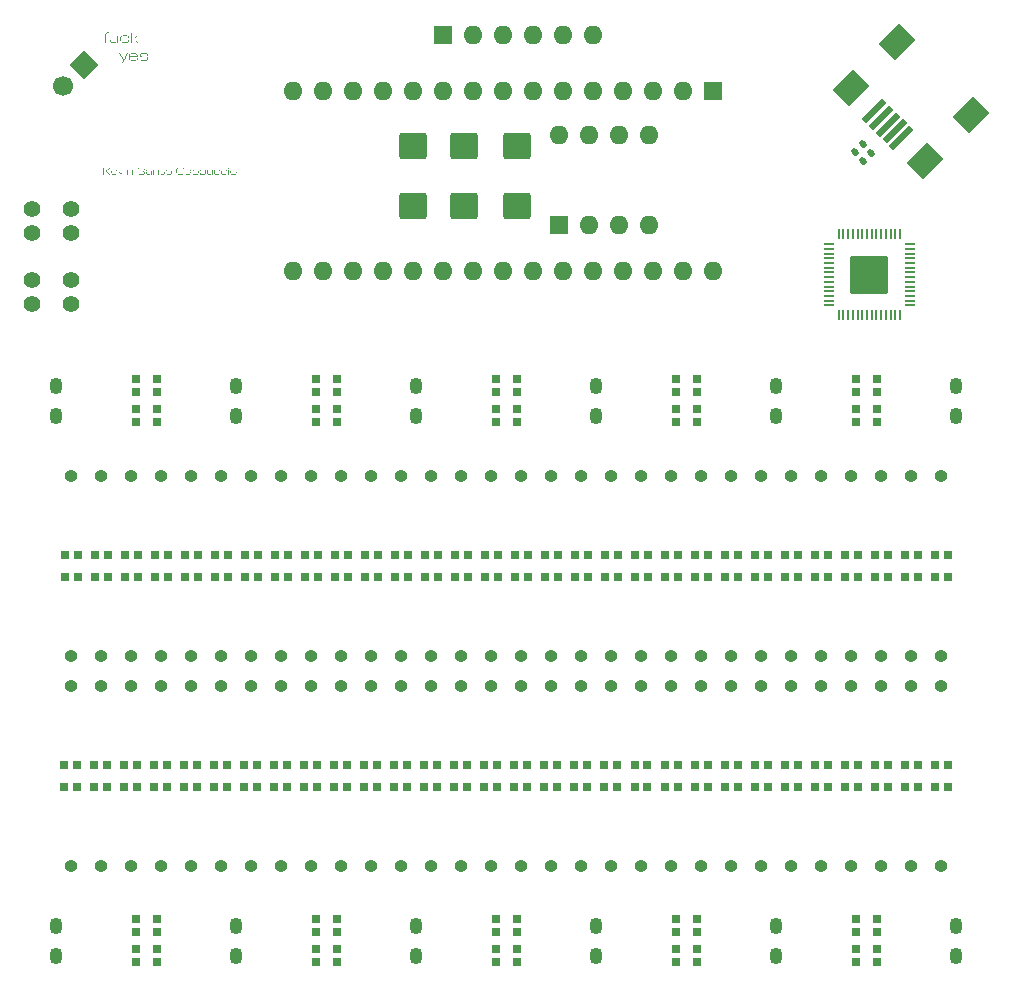
<source format=gtl>
G04 #@! TF.GenerationSoftware,KiCad,Pcbnew,(7.0.0-rc1-358-g86c12d35b4)*
G04 #@! TF.CreationDate,2023-05-11T11:50:55-07:00*
G04 #@! TF.ProjectId,Jumperless2,4a756d70-6572-46c6-9573-73322e6b6963,rev?*
G04 #@! TF.SameCoordinates,Original*
G04 #@! TF.FileFunction,Copper,L1,Top*
G04 #@! TF.FilePolarity,Positive*
%FSLAX46Y46*%
G04 Gerber Fmt 4.6, Leading zero omitted, Abs format (unit mm)*
G04 Created by KiCad (PCBNEW (7.0.0-rc1-358-g86c12d35b4)) date 2023-05-11 11:50:55*
%MOMM*%
%LPD*%
G01*
G04 APERTURE LIST*
G04 Aperture macros list*
%AMRoundRect*
0 Rectangle with rounded corners*
0 $1 Rounding radius*
0 $2 $3 $4 $5 $6 $7 $8 $9 X,Y pos of 4 corners*
0 Add a 4 corners polygon primitive as box body*
4,1,4,$2,$3,$4,$5,$6,$7,$8,$9,$2,$3,0*
0 Add four circle primitives for the rounded corners*
1,1,$1+$1,$2,$3*
1,1,$1+$1,$4,$5*
1,1,$1+$1,$6,$7*
1,1,$1+$1,$8,$9*
0 Add four rect primitives between the rounded corners*
20,1,$1+$1,$2,$3,$4,$5,0*
20,1,$1+$1,$4,$5,$6,$7,0*
20,1,$1+$1,$6,$7,$8,$9,0*
20,1,$1+$1,$8,$9,$2,$3,0*%
%AMHorizOval*
0 Thick line with rounded ends*
0 $1 width*
0 $2 $3 position (X,Y) of the first rounded end (center of the circle)*
0 $4 $5 position (X,Y) of the second rounded end (center of the circle)*
0 Add line between two ends*
20,1,$1,$2,$3,$4,$5,0*
0 Add two circle primitives to create the rounded ends*
1,1,$1,$2,$3*
1,1,$1,$4,$5*%
%AMRotRect*
0 Rectangle, with rotation*
0 The origin of the aperture is its center*
0 $1 length*
0 $2 width*
0 $3 Rotation angle, in degrees counterclockwise*
0 Add horizontal line*
21,1,$1,$2,0,0,$3*%
G04 Aperture macros list end*
%ADD10C,0.150000*%
G04 #@! TA.AperFunction,NonConductor*
%ADD11C,0.150000*%
G04 #@! TD*
%ADD12C,0.120000*%
G04 #@! TA.AperFunction,NonConductor*
%ADD13C,0.120000*%
G04 #@! TD*
G04 #@! TA.AperFunction,ComponentPad*
%ADD14O,1.100000X1.400000*%
G04 #@! TD*
G04 #@! TA.AperFunction,ComponentPad*
%ADD15O,1.100000X1.000000*%
G04 #@! TD*
G04 #@! TA.AperFunction,SMDPad,CuDef*
%ADD16R,0.700000X0.700000*%
G04 #@! TD*
G04 #@! TA.AperFunction,ComponentPad*
%ADD17R,1.600000X1.600000*%
G04 #@! TD*
G04 #@! TA.AperFunction,ComponentPad*
%ADD18O,1.600000X1.600000*%
G04 #@! TD*
G04 #@! TA.AperFunction,SMDPad,CuDef*
%ADD19RotRect,0.500000X2.500000X135.000000*%
G04 #@! TD*
G04 #@! TA.AperFunction,SMDPad,CuDef*
%ADD20RotRect,2.000000X2.500000X135.000000*%
G04 #@! TD*
G04 #@! TA.AperFunction,SMDPad,CuDef*
%ADD21RoundRect,0.250000X-0.925000X0.875000X-0.925000X-0.875000X0.925000X-0.875000X0.925000X0.875000X0*%
G04 #@! TD*
G04 #@! TA.AperFunction,ComponentPad*
%ADD22C,1.400000*%
G04 #@! TD*
G04 #@! TA.AperFunction,SMDPad,CuDef*
%ADD23RoundRect,0.140000X-0.021213X0.219203X-0.219203X0.021213X0.021213X-0.219203X0.219203X-0.021213X0*%
G04 #@! TD*
G04 #@! TA.AperFunction,ComponentPad*
%ADD24RotRect,1.700000X1.700000X315.000000*%
G04 #@! TD*
G04 #@! TA.AperFunction,ComponentPad*
%ADD25HorizOval,1.700000X0.000000X0.000000X0.000000X0.000000X0*%
G04 #@! TD*
G04 #@! TA.AperFunction,ComponentPad*
%ADD26R,1.500000X1.500000*%
G04 #@! TD*
G04 #@! TA.AperFunction,SMDPad,CuDef*
%ADD27RoundRect,0.050000X-0.387500X-0.050000X0.387500X-0.050000X0.387500X0.050000X-0.387500X0.050000X0*%
G04 #@! TD*
G04 #@! TA.AperFunction,SMDPad,CuDef*
%ADD28RoundRect,0.050000X-0.050000X-0.387500X0.050000X-0.387500X0.050000X0.387500X-0.050000X0.387500X0*%
G04 #@! TD*
G04 #@! TA.AperFunction,ComponentPad*
%ADD29C,0.600000*%
G04 #@! TD*
G04 #@! TA.AperFunction,SMDPad,CuDef*
%ADD30RoundRect,0.144000X-1.456000X-1.456000X1.456000X-1.456000X1.456000X1.456000X-1.456000X1.456000X0*%
G04 #@! TD*
G04 APERTURE END LIST*
D10*
D11*
G36*
X42405828Y-118008000D02*
G01*
X42329038Y-118008000D01*
X41907866Y-117736011D01*
X41800595Y-117736011D01*
X41800595Y-118008000D01*
X41755019Y-118008000D01*
X41755019Y-117435885D01*
X41800595Y-117435885D01*
X41800595Y-117698495D01*
X41908599Y-117698495D01*
X42311306Y-117435885D01*
X42381355Y-117435885D01*
X41948313Y-117715934D01*
X42405828Y-118008000D01*
G37*
G36*
X42693910Y-117595355D02*
G01*
X42702474Y-117595441D01*
X42710836Y-117595584D01*
X42718997Y-117595785D01*
X42726956Y-117596042D01*
X42734714Y-117596357D01*
X42742270Y-117596729D01*
X42749625Y-117597159D01*
X42756778Y-117597645D01*
X42763730Y-117598189D01*
X42770480Y-117598790D01*
X42777029Y-117599448D01*
X42783376Y-117600164D01*
X42789522Y-117600937D01*
X42795466Y-117601767D01*
X42801209Y-117602654D01*
X42809500Y-117604134D01*
X42817450Y-117605824D01*
X42825056Y-117607726D01*
X42832320Y-117609839D01*
X42839241Y-117612164D01*
X42845820Y-117614699D01*
X42852056Y-117617446D01*
X42857949Y-117620404D01*
X42863500Y-117623574D01*
X42868708Y-117626954D01*
X42871990Y-117629325D01*
X42876685Y-117633073D01*
X42881096Y-117637064D01*
X42885223Y-117641296D01*
X42889067Y-117645771D01*
X42892628Y-117650487D01*
X42895906Y-117655446D01*
X42898900Y-117660647D01*
X42901611Y-117666090D01*
X42904038Y-117671775D01*
X42906182Y-117677703D01*
X42907454Y-117681789D01*
X42909209Y-117688127D01*
X42910791Y-117694777D01*
X42912201Y-117701739D01*
X42913438Y-117709012D01*
X42914502Y-117716597D01*
X42915394Y-117724494D01*
X42916113Y-117732702D01*
X42916659Y-117741222D01*
X42917033Y-117750054D01*
X42917187Y-117756115D01*
X42917263Y-117762315D01*
X42917273Y-117765466D01*
X42917273Y-117811042D01*
X42468990Y-117811042D01*
X42468990Y-117820274D01*
X42469019Y-117826429D01*
X42469109Y-117832435D01*
X42469354Y-117841169D01*
X42469734Y-117849569D01*
X42470247Y-117857638D01*
X42470895Y-117865374D01*
X42471676Y-117872778D01*
X42472591Y-117879849D01*
X42473641Y-117886589D01*
X42474824Y-117892995D01*
X42476141Y-117899070D01*
X42476610Y-117901021D01*
X42478164Y-117906677D01*
X42480624Y-117913861D01*
X42483529Y-117920638D01*
X42486877Y-117927007D01*
X42490670Y-117932968D01*
X42494908Y-117938522D01*
X42499589Y-117943668D01*
X42504715Y-117948407D01*
X42506066Y-117949528D01*
X42511843Y-117953782D01*
X42518183Y-117957679D01*
X42525087Y-117961219D01*
X42530634Y-117963640D01*
X42536499Y-117965860D01*
X42542680Y-117967878D01*
X42549178Y-117969696D01*
X42555992Y-117971313D01*
X42563124Y-117972729D01*
X42568054Y-117973561D01*
X42575810Y-117974687D01*
X42584019Y-117975703D01*
X42592681Y-117976607D01*
X42598708Y-117977149D01*
X42604936Y-117977641D01*
X42611366Y-117978084D01*
X42617997Y-117978478D01*
X42624830Y-117978823D01*
X42631864Y-117979118D01*
X42639099Y-117979364D01*
X42646537Y-117979561D01*
X42654175Y-117979709D01*
X42662015Y-117979807D01*
X42670057Y-117979857D01*
X42674154Y-117979863D01*
X42690127Y-117979863D01*
X42697530Y-117979844D01*
X42704754Y-117979787D01*
X42711800Y-117979693D01*
X42718667Y-117979560D01*
X42725355Y-117979390D01*
X42731865Y-117979183D01*
X42738196Y-117978937D01*
X42744349Y-117978654D01*
X42750323Y-117978333D01*
X42758949Y-117977780D01*
X42767173Y-117977142D01*
X42774996Y-117976420D01*
X42782417Y-117975612D01*
X42787140Y-117975027D01*
X42793970Y-117974032D01*
X42800501Y-117972916D01*
X42806733Y-117971679D01*
X42812667Y-117970321D01*
X42820113Y-117968322D01*
X42827028Y-117966108D01*
X42833412Y-117963679D01*
X42839265Y-117961034D01*
X42844586Y-117958174D01*
X42850588Y-117954215D01*
X42855952Y-117949848D01*
X42860680Y-117945073D01*
X42864771Y-117939890D01*
X42868225Y-117934299D01*
X42871042Y-117928301D01*
X42871990Y-117925787D01*
X42874059Y-117919161D01*
X42875777Y-117912011D01*
X42876899Y-117905916D01*
X42877797Y-117899486D01*
X42878470Y-117892722D01*
X42878919Y-117885624D01*
X42879143Y-117878191D01*
X42879171Y-117874350D01*
X42879171Y-117867316D01*
X42920643Y-117867316D01*
X42920643Y-117876108D01*
X42920547Y-117883811D01*
X42920257Y-117891255D01*
X42919774Y-117898442D01*
X42919098Y-117905372D01*
X42918228Y-117912044D01*
X42917166Y-117918458D01*
X42915910Y-117924614D01*
X42914461Y-117930513D01*
X42912819Y-117936155D01*
X42910329Y-117943276D01*
X42909653Y-117944985D01*
X42906660Y-117951559D01*
X42903177Y-117957798D01*
X42899204Y-117963704D01*
X42894742Y-117969275D01*
X42889789Y-117974512D01*
X42884346Y-117979414D01*
X42878413Y-117983982D01*
X42871990Y-117988216D01*
X42866867Y-117991153D01*
X42861446Y-117993921D01*
X42855725Y-117996518D01*
X42849706Y-117998946D01*
X42843388Y-118001203D01*
X42836771Y-118003291D01*
X42829856Y-118005208D01*
X42822641Y-118006955D01*
X42815128Y-118008533D01*
X42807316Y-118009940D01*
X42801941Y-118010784D01*
X42793611Y-118011962D01*
X42784887Y-118013025D01*
X42778851Y-118013669D01*
X42772641Y-118014261D01*
X42766255Y-118014802D01*
X42759694Y-118015292D01*
X42752959Y-118015730D01*
X42746047Y-118016116D01*
X42738961Y-118016451D01*
X42731700Y-118016734D01*
X42724263Y-118016966D01*
X42716651Y-118017147D01*
X42708864Y-118017275D01*
X42700902Y-118017353D01*
X42692765Y-118017378D01*
X42674154Y-118017378D01*
X42664665Y-118017345D01*
X42655396Y-118017246D01*
X42646347Y-118017080D01*
X42637517Y-118016847D01*
X42628908Y-118016548D01*
X42620518Y-118016183D01*
X42612348Y-118015752D01*
X42604398Y-118015254D01*
X42596668Y-118014689D01*
X42589157Y-118014058D01*
X42581866Y-118013361D01*
X42574796Y-118012597D01*
X42567945Y-118011767D01*
X42561313Y-118010871D01*
X42554902Y-118009908D01*
X42548710Y-118008879D01*
X42542731Y-118007760D01*
X42536918Y-118006527D01*
X42528513Y-118004466D01*
X42520483Y-118002150D01*
X42512830Y-117999578D01*
X42505553Y-117996752D01*
X42498652Y-117993671D01*
X42492127Y-117990334D01*
X42485978Y-117986743D01*
X42480205Y-117982897D01*
X42474808Y-117978795D01*
X42473093Y-117977371D01*
X42468185Y-117972909D01*
X42463574Y-117968151D01*
X42459258Y-117963097D01*
X42455239Y-117957746D01*
X42451517Y-117952099D01*
X42448090Y-117946155D01*
X42444960Y-117939916D01*
X42442126Y-117933380D01*
X42439588Y-117926548D01*
X42437347Y-117919420D01*
X42436017Y-117914503D01*
X42434210Y-117906792D01*
X42432580Y-117898661D01*
X42431129Y-117890110D01*
X42430260Y-117884176D01*
X42429470Y-117878055D01*
X42428759Y-117871748D01*
X42428127Y-117865254D01*
X42427574Y-117858574D01*
X42427100Y-117851707D01*
X42426705Y-117844653D01*
X42426389Y-117837413D01*
X42426152Y-117829986D01*
X42425994Y-117822373D01*
X42425915Y-117814572D01*
X42425905Y-117810602D01*
X42425905Y-117800344D01*
X42425945Y-117792362D01*
X42426063Y-117784572D01*
X42426261Y-117776975D01*
X42426390Y-117773526D01*
X42469869Y-117773526D01*
X42875068Y-117773526D01*
X42875068Y-117759605D01*
X42875009Y-117752553D01*
X42874831Y-117745740D01*
X42874535Y-117739168D01*
X42874120Y-117732835D01*
X42873587Y-117726741D01*
X42872935Y-117720887D01*
X42871882Y-117713455D01*
X42870618Y-117706448D01*
X42869143Y-117699867D01*
X42868327Y-117696736D01*
X42866428Y-117690707D01*
X42864104Y-117685004D01*
X42861354Y-117679625D01*
X42858178Y-117674571D01*
X42854577Y-117669843D01*
X42850549Y-117665440D01*
X42846095Y-117661362D01*
X42841216Y-117657609D01*
X42835890Y-117654163D01*
X42830023Y-117651005D01*
X42823616Y-117648136D01*
X42816669Y-117645555D01*
X42809182Y-117643263D01*
X42803211Y-117641734D01*
X42796937Y-117640366D01*
X42790359Y-117639161D01*
X42783477Y-117638118D01*
X42776222Y-117637175D01*
X42768527Y-117636325D01*
X42760392Y-117635568D01*
X42751816Y-117634903D01*
X42745854Y-117634512D01*
X42739696Y-117634161D01*
X42733343Y-117633852D01*
X42726793Y-117633584D01*
X42720048Y-117633358D01*
X42713107Y-117633172D01*
X42705971Y-117633028D01*
X42698638Y-117632925D01*
X42691110Y-117632863D01*
X42683386Y-117632842D01*
X42669904Y-117632842D01*
X42661891Y-117632865D01*
X42654081Y-117632932D01*
X42646476Y-117633043D01*
X42639074Y-117633200D01*
X42631876Y-117633401D01*
X42624882Y-117633646D01*
X42618092Y-117633936D01*
X42611505Y-117634271D01*
X42605123Y-117634651D01*
X42598944Y-117635075D01*
X42592968Y-117635544D01*
X42584388Y-117636331D01*
X42576266Y-117637218D01*
X42568602Y-117638206D01*
X42566149Y-117638558D01*
X42559026Y-117639687D01*
X42552220Y-117640986D01*
X42545731Y-117642455D01*
X42539558Y-117644094D01*
X42533703Y-117645904D01*
X42528164Y-117647883D01*
X42521271Y-117650786D01*
X42514943Y-117653992D01*
X42509177Y-117657500D01*
X42506505Y-117659367D01*
X42501543Y-117663333D01*
X42496989Y-117667684D01*
X42492842Y-117672419D01*
X42489103Y-117677539D01*
X42485771Y-117683044D01*
X42482847Y-117688933D01*
X42480331Y-117695207D01*
X42478222Y-117701866D01*
X42476457Y-117708980D01*
X42474897Y-117716621D01*
X42473863Y-117722697D01*
X42472945Y-117729070D01*
X42472142Y-117735739D01*
X42471456Y-117742704D01*
X42470885Y-117749965D01*
X42470430Y-117757523D01*
X42470092Y-117765376D01*
X42469869Y-117773526D01*
X42426390Y-117773526D01*
X42426537Y-117769570D01*
X42426893Y-117762357D01*
X42427327Y-117755336D01*
X42427841Y-117748508D01*
X42428433Y-117741872D01*
X42429105Y-117735429D01*
X42429855Y-117729178D01*
X42430684Y-117723119D01*
X42431593Y-117717253D01*
X42433104Y-117708814D01*
X42434792Y-117700808D01*
X42436017Y-117695711D01*
X42438061Y-117688364D01*
X42440401Y-117681326D01*
X42443038Y-117674598D01*
X42445970Y-117668178D01*
X42449199Y-117662068D01*
X42452725Y-117656267D01*
X42456546Y-117650775D01*
X42460664Y-117645592D01*
X42465078Y-117640718D01*
X42469788Y-117636154D01*
X42473093Y-117633282D01*
X42478349Y-117629182D01*
X42483950Y-117625345D01*
X42489896Y-117621770D01*
X42496188Y-117618458D01*
X42502824Y-117615409D01*
X42509806Y-117612623D01*
X42517133Y-117610099D01*
X42524805Y-117607838D01*
X42532823Y-117605840D01*
X42541185Y-117604105D01*
X42546952Y-117603094D01*
X42552918Y-117602153D01*
X42559092Y-117601273D01*
X42565475Y-117600454D01*
X42572066Y-117599696D01*
X42578866Y-117598998D01*
X42585874Y-117598361D01*
X42593090Y-117597784D01*
X42600514Y-117597269D01*
X42608147Y-117596813D01*
X42615989Y-117596419D01*
X42624038Y-117596085D01*
X42632296Y-117595812D01*
X42640763Y-117595600D01*
X42649438Y-117595448D01*
X42658321Y-117595357D01*
X42667412Y-117595327D01*
X42685145Y-117595327D01*
X42693910Y-117595355D01*
G37*
G36*
X43258724Y-118008000D02*
G01*
X43208899Y-118008000D01*
X42973400Y-117604706D01*
X43022346Y-117604706D01*
X43233372Y-117971803D01*
X43236743Y-117971803D01*
X43451872Y-117604706D01*
X43499206Y-117604706D01*
X43258724Y-118008000D01*
G37*
G36*
X43614830Y-118008000D02*
G01*
X43571746Y-118008000D01*
X43571746Y-117604706D01*
X43614830Y-117604706D01*
X43614830Y-118008000D01*
G37*
G36*
X43614830Y-117501538D02*
G01*
X43571746Y-117501538D01*
X43571746Y-117435885D01*
X43614830Y-117435885D01*
X43614830Y-117501538D01*
G37*
G36*
X44234426Y-118008000D02*
G01*
X44191341Y-118008000D01*
X44191341Y-117782759D01*
X44191286Y-117774174D01*
X44191120Y-117765896D01*
X44190843Y-117757925D01*
X44190455Y-117750260D01*
X44189957Y-117742902D01*
X44189347Y-117735850D01*
X44188627Y-117729105D01*
X44187797Y-117722666D01*
X44186855Y-117716534D01*
X44185803Y-117710708D01*
X44185040Y-117706995D01*
X44183265Y-117699869D01*
X44181092Y-117693146D01*
X44178521Y-117686826D01*
X44175551Y-117680909D01*
X44172183Y-117675396D01*
X44168416Y-117670285D01*
X44164251Y-117665577D01*
X44159687Y-117661272D01*
X44154675Y-117657300D01*
X44149164Y-117653661D01*
X44143153Y-117650357D01*
X44136643Y-117647387D01*
X44129634Y-117644752D01*
X44122126Y-117642450D01*
X44116167Y-117640944D01*
X44109928Y-117639625D01*
X44105612Y-117638851D01*
X44098849Y-117637777D01*
X44091695Y-117636809D01*
X44084149Y-117635946D01*
X44076211Y-117635190D01*
X44067882Y-117634538D01*
X44059162Y-117633993D01*
X44053130Y-117633687D01*
X44046925Y-117633429D01*
X44040546Y-117633218D01*
X44033992Y-117633054D01*
X44027265Y-117632936D01*
X44020364Y-117632866D01*
X44013288Y-117632842D01*
X43998927Y-117632842D01*
X43992638Y-117632868D01*
X43986450Y-117632943D01*
X43980361Y-117633069D01*
X43974371Y-117633245D01*
X43968481Y-117633472D01*
X43959833Y-117633907D01*
X43951409Y-117634454D01*
X43943210Y-117635116D01*
X43935234Y-117635890D01*
X43927482Y-117636778D01*
X43919955Y-117637779D01*
X43912651Y-117638894D01*
X43910267Y-117639290D01*
X43903261Y-117640562D01*
X43896476Y-117642014D01*
X43889914Y-117643647D01*
X43883572Y-117645459D01*
X43877453Y-117647452D01*
X43871555Y-117649625D01*
X43865878Y-117651979D01*
X43860423Y-117654513D01*
X43855189Y-117657227D01*
X43848556Y-117661127D01*
X43846959Y-117662152D01*
X43840825Y-117666450D01*
X43835098Y-117671137D01*
X43829779Y-117676213D01*
X43824867Y-117681679D01*
X43820363Y-117687534D01*
X43816267Y-117693778D01*
X43812578Y-117700412D01*
X43809297Y-117707434D01*
X43807123Y-117712969D01*
X43805163Y-117718803D01*
X43803417Y-117724936D01*
X43801885Y-117731367D01*
X43800566Y-117738097D01*
X43799461Y-117745126D01*
X43798571Y-117752454D01*
X43797894Y-117760081D01*
X43797430Y-117768006D01*
X43797181Y-117776231D01*
X43797133Y-117781879D01*
X43797133Y-118008000D01*
X43754049Y-118008000D01*
X43754049Y-117604706D01*
X43797133Y-117604706D01*
X43797133Y-117685745D01*
X43798013Y-117685745D01*
X43800600Y-117680330D01*
X43803307Y-117675075D01*
X43806857Y-117668732D01*
X43810594Y-117662639D01*
X43814516Y-117656796D01*
X43818625Y-117651204D01*
X43822046Y-117646911D01*
X43826622Y-117641738D01*
X43831649Y-117636844D01*
X43837126Y-117632230D01*
X43843055Y-117627894D01*
X43848122Y-117624627D01*
X43853478Y-117621538D01*
X43859122Y-117618628D01*
X43865144Y-117615857D01*
X43871560Y-117613260D01*
X43878370Y-117610838D01*
X43885574Y-117608589D01*
X43891235Y-117607017D01*
X43897118Y-117605543D01*
X43903222Y-117604166D01*
X43909548Y-117602888D01*
X43916095Y-117601707D01*
X43918327Y-117601335D01*
X43925211Y-117600261D01*
X43932398Y-117599293D01*
X43939890Y-117598431D01*
X43947686Y-117597674D01*
X43955786Y-117597023D01*
X43964190Y-117596477D01*
X43972897Y-117596037D01*
X43978871Y-117595802D01*
X43984981Y-117595614D01*
X43991225Y-117595473D01*
X43997604Y-117595380D01*
X44004119Y-117595333D01*
X44007426Y-117595327D01*
X44021641Y-117595327D01*
X44029467Y-117595355D01*
X44037118Y-117595439D01*
X44044594Y-117595579D01*
X44051894Y-117595776D01*
X44059019Y-117596028D01*
X44065969Y-117596337D01*
X44072744Y-117596701D01*
X44079344Y-117597122D01*
X44085768Y-117597599D01*
X44092018Y-117598132D01*
X44098092Y-117598721D01*
X44103991Y-117599366D01*
X44112511Y-117600439D01*
X44120637Y-117601638D01*
X44125835Y-117602508D01*
X44133380Y-117603954D01*
X44140625Y-117605602D01*
X44147572Y-117607451D01*
X44154219Y-117609501D01*
X44160568Y-117611751D01*
X44166619Y-117614203D01*
X44172370Y-117616855D01*
X44177822Y-117619708D01*
X44182976Y-117622763D01*
X44189383Y-117627148D01*
X44190902Y-117628300D01*
X44196720Y-117633184D01*
X44202085Y-117638530D01*
X44206997Y-117644339D01*
X44211455Y-117650611D01*
X44215460Y-117657345D01*
X44218166Y-117662700D01*
X44220617Y-117668314D01*
X44222813Y-117674189D01*
X44224754Y-117680323D01*
X44226482Y-117686748D01*
X44228041Y-117693492D01*
X44229429Y-117700555D01*
X44230648Y-117707938D01*
X44231696Y-117715640D01*
X44232574Y-117723662D01*
X44233283Y-117732003D01*
X44233821Y-117740663D01*
X44234086Y-117746615D01*
X44234275Y-117752708D01*
X44234388Y-117758943D01*
X44234426Y-117765320D01*
X44234426Y-118008000D01*
G37*
G36*
X45257022Y-117859549D02*
G01*
X45256974Y-117865666D01*
X45256829Y-117871636D01*
X45256433Y-117880315D01*
X45255820Y-117888660D01*
X45254990Y-117896674D01*
X45253944Y-117904355D01*
X45252682Y-117911704D01*
X45251203Y-117918721D01*
X45249508Y-117925405D01*
X45247597Y-117931757D01*
X45245469Y-117937776D01*
X45244712Y-117939709D01*
X45242266Y-117945335D01*
X45239491Y-117950726D01*
X45236386Y-117955883D01*
X45232952Y-117960805D01*
X45229187Y-117965493D01*
X45225093Y-117969946D01*
X45220669Y-117974165D01*
X45215916Y-117978150D01*
X45210832Y-117981900D01*
X45205419Y-117985416D01*
X45201627Y-117987630D01*
X45195652Y-117990749D01*
X45189268Y-117993678D01*
X45182474Y-117996416D01*
X45175270Y-117998964D01*
X45167656Y-118001321D01*
X45159633Y-118003487D01*
X45151201Y-118005463D01*
X45145352Y-118006675D01*
X45139320Y-118007801D01*
X45133107Y-118008843D01*
X45126712Y-118009800D01*
X45120134Y-118010673D01*
X45116777Y-118011077D01*
X45109921Y-118011840D01*
X45102833Y-118012554D01*
X45095513Y-118013218D01*
X45087963Y-118013834D01*
X45080181Y-118014400D01*
X45072168Y-118014917D01*
X45063924Y-118015385D01*
X45055448Y-118015803D01*
X45046741Y-118016172D01*
X45037803Y-118016492D01*
X45028634Y-118016763D01*
X45019233Y-118016985D01*
X45009601Y-118017157D01*
X44999738Y-118017280D01*
X44989643Y-118017354D01*
X44979318Y-118017378D01*
X44953086Y-118017378D01*
X44946489Y-118017372D01*
X44939977Y-118017354D01*
X44933553Y-118017324D01*
X44927214Y-118017282D01*
X44920961Y-118017228D01*
X44914795Y-118017162D01*
X44908714Y-118017084D01*
X44902720Y-118016994D01*
X44896812Y-118016892D01*
X44885254Y-118016651D01*
X44874041Y-118016363D01*
X44863173Y-118016026D01*
X44852649Y-118015641D01*
X44842470Y-118015209D01*
X44832635Y-118014728D01*
X44823145Y-118014199D01*
X44814000Y-118013622D01*
X44805199Y-118012997D01*
X44796743Y-118012323D01*
X44788631Y-118011602D01*
X44784705Y-118011224D01*
X44777075Y-118010425D01*
X44769682Y-118009531D01*
X44762526Y-118008543D01*
X44755606Y-118007459D01*
X44748924Y-118006280D01*
X44742479Y-118005007D01*
X44736271Y-118003638D01*
X44730300Y-118002174D01*
X44724566Y-118000616D01*
X44716409Y-117998099D01*
X44708785Y-117995369D01*
X44701695Y-117992425D01*
X44695137Y-117989267D01*
X44691062Y-117987043D01*
X44685327Y-117983468D01*
X44679991Y-117979613D01*
X44675054Y-117975476D01*
X44670516Y-117971059D01*
X44666378Y-117966360D01*
X44662639Y-117961381D01*
X44659299Y-117956122D01*
X44656358Y-117950581D01*
X44653817Y-117944760D01*
X44651675Y-117938658D01*
X44650469Y-117934434D01*
X44648898Y-117927809D01*
X44647481Y-117920796D01*
X44646219Y-117913394D01*
X44645111Y-117905603D01*
X44644158Y-117897423D01*
X44643359Y-117888854D01*
X44642913Y-117882925D01*
X44642535Y-117876823D01*
X44642226Y-117870549D01*
X44641985Y-117864101D01*
X44641814Y-117857481D01*
X44641711Y-117850688D01*
X44641676Y-117843722D01*
X44641676Y-117829800D01*
X44686373Y-117829800D01*
X44686373Y-117843136D01*
X44686436Y-117851520D01*
X44686625Y-117859582D01*
X44686941Y-117867323D01*
X44687382Y-117874741D01*
X44687951Y-117881838D01*
X44688645Y-117888612D01*
X44689465Y-117895065D01*
X44690412Y-117901195D01*
X44691485Y-117907004D01*
X44693112Y-117914247D01*
X44693553Y-117915969D01*
X44695651Y-117922575D01*
X44698353Y-117928764D01*
X44701659Y-117934537D01*
X44705570Y-117939892D01*
X44710086Y-117944831D01*
X44715206Y-117949354D01*
X44720930Y-117953459D01*
X44727259Y-117957148D01*
X44734334Y-117960448D01*
X44740176Y-117962733D01*
X44746476Y-117964856D01*
X44753234Y-117966817D01*
X44760452Y-117968615D01*
X44768127Y-117970252D01*
X44776261Y-117971725D01*
X44784854Y-117973037D01*
X44790837Y-117973821D01*
X44797024Y-117974533D01*
X44803415Y-117975173D01*
X44806687Y-117975466D01*
X44813431Y-117975999D01*
X44820476Y-117976497D01*
X44827820Y-117976960D01*
X44835465Y-117977390D01*
X44843409Y-117977785D01*
X44851653Y-117978145D01*
X44860198Y-117978472D01*
X44869042Y-117978764D01*
X44878186Y-117979021D01*
X44887630Y-117979244D01*
X44897374Y-117979433D01*
X44907419Y-117979588D01*
X44917763Y-117979708D01*
X44928407Y-117979794D01*
X44939351Y-117979846D01*
X44950595Y-117979863D01*
X44975947Y-117979863D01*
X44985017Y-117979846D01*
X44993874Y-117979796D01*
X45002516Y-117979713D01*
X45010944Y-117979597D01*
X45019158Y-117979448D01*
X45027158Y-117979265D01*
X45034944Y-117979049D01*
X45042515Y-117978800D01*
X45049873Y-117978518D01*
X45057017Y-117978203D01*
X45063946Y-117977854D01*
X45070661Y-117977472D01*
X45077163Y-117977057D01*
X45083450Y-117976609D01*
X45089523Y-117976128D01*
X45095382Y-117975613D01*
X45103831Y-117974715D01*
X45111921Y-117973671D01*
X45119654Y-117972479D01*
X45127029Y-117971141D01*
X45134045Y-117969656D01*
X45140704Y-117968024D01*
X45147004Y-117966245D01*
X45152947Y-117964320D01*
X45158531Y-117962247D01*
X45165420Y-117959256D01*
X45167043Y-117958467D01*
X45173232Y-117955076D01*
X45178904Y-117951350D01*
X45184058Y-117947291D01*
X45188695Y-117942897D01*
X45192814Y-117938168D01*
X45196416Y-117933105D01*
X45199500Y-117927708D01*
X45202067Y-117921977D01*
X45204265Y-117915811D01*
X45206170Y-117909182D01*
X45207782Y-117902090D01*
X45209101Y-117894536D01*
X45209898Y-117888567D01*
X45210530Y-117882338D01*
X45210997Y-117875849D01*
X45211299Y-117869099D01*
X45211437Y-117862090D01*
X45211446Y-117859695D01*
X45211446Y-117848558D01*
X45211375Y-117842372D01*
X45211163Y-117836401D01*
X45210659Y-117828771D01*
X45209903Y-117821522D01*
X45208896Y-117814652D01*
X45207636Y-117808163D01*
X45206125Y-117802054D01*
X45204362Y-117796325D01*
X45203386Y-117793603D01*
X45200455Y-117787082D01*
X45196608Y-117780984D01*
X45192871Y-117776409D01*
X45188548Y-117772104D01*
X45183639Y-117768069D01*
X45178143Y-117764305D01*
X45172062Y-117760811D01*
X45168801Y-117759165D01*
X45161778Y-117756062D01*
X45155997Y-117753895D01*
X45149776Y-117751863D01*
X45143114Y-117749969D01*
X45136012Y-117748211D01*
X45128469Y-117746589D01*
X45120485Y-117745104D01*
X45112061Y-117743755D01*
X45106201Y-117742932D01*
X45100144Y-117742170D01*
X45093892Y-117741468D01*
X45090692Y-117741140D01*
X45084127Y-117740519D01*
X45077290Y-117739938D01*
X45070182Y-117739397D01*
X45062803Y-117738896D01*
X45055152Y-117738435D01*
X45047230Y-117738014D01*
X45039037Y-117737634D01*
X45030572Y-117737293D01*
X45021836Y-117736992D01*
X45012828Y-117736732D01*
X45003550Y-117736512D01*
X44994000Y-117736331D01*
X44984178Y-117736191D01*
X44974085Y-117736091D01*
X44963721Y-117736031D01*
X44953086Y-117736011D01*
X44946952Y-117736004D01*
X44940896Y-117735984D01*
X44934919Y-117735951D01*
X44929020Y-117735905D01*
X44917458Y-117735774D01*
X44906210Y-117735589D01*
X44895275Y-117735352D01*
X44884654Y-117735063D01*
X44874346Y-117734720D01*
X44864352Y-117734325D01*
X44854672Y-117733878D01*
X44845306Y-117733377D01*
X44836253Y-117732824D01*
X44827515Y-117732219D01*
X44819089Y-117731560D01*
X44810978Y-117730850D01*
X44803180Y-117730086D01*
X44795696Y-117729270D01*
X44788478Y-117728369D01*
X44781481Y-117727390D01*
X44774703Y-117726331D01*
X44768145Y-117725194D01*
X44761807Y-117723977D01*
X44755689Y-117722682D01*
X44749790Y-117721307D01*
X44741355Y-117719098D01*
X44733414Y-117716710D01*
X44725968Y-117714145D01*
X44719016Y-117711402D01*
X44712559Y-117708481D01*
X44706596Y-117705383D01*
X44701096Y-117702091D01*
X44695973Y-117698591D01*
X44691225Y-117694882D01*
X44686854Y-117690964D01*
X44681610Y-117685416D01*
X44677035Y-117679497D01*
X44673129Y-117673207D01*
X44669891Y-117666546D01*
X44667322Y-117659514D01*
X44665261Y-117652042D01*
X44663896Y-117646105D01*
X44662685Y-117639882D01*
X44661629Y-117633373D01*
X44660727Y-117626578D01*
X44659980Y-117619497D01*
X44659388Y-117612130D01*
X44658950Y-117604477D01*
X44658666Y-117596538D01*
X44658538Y-117588313D01*
X44658529Y-117585508D01*
X44658529Y-117573638D01*
X44658632Y-117565640D01*
X44658941Y-117557912D01*
X44659456Y-117550455D01*
X44660178Y-117543269D01*
X44661105Y-117536353D01*
X44662238Y-117529707D01*
X44663578Y-117523332D01*
X44665124Y-117517227D01*
X44666875Y-117511393D01*
X44668833Y-117505829D01*
X44670253Y-117502270D01*
X44673502Y-117495410D01*
X44677314Y-117488898D01*
X44681690Y-117482734D01*
X44686629Y-117476918D01*
X44692131Y-117471450D01*
X44696628Y-117467577D01*
X44701441Y-117463900D01*
X44706571Y-117460419D01*
X44712018Y-117457134D01*
X44717839Y-117454037D01*
X44724036Y-117451120D01*
X44730609Y-117448384D01*
X44737558Y-117445827D01*
X44744884Y-117443451D01*
X44752585Y-117441256D01*
X44760663Y-117439240D01*
X44769116Y-117437405D01*
X44774961Y-117436282D01*
X44780973Y-117435239D01*
X44787151Y-117434276D01*
X44793498Y-117433394D01*
X44800057Y-117432560D01*
X44806840Y-117431779D01*
X44813846Y-117431053D01*
X44821076Y-117430380D01*
X44828528Y-117429762D01*
X44836204Y-117429197D01*
X44844103Y-117428685D01*
X44852226Y-117428228D01*
X44860571Y-117427824D01*
X44869140Y-117427475D01*
X44877933Y-117427179D01*
X44886948Y-117426937D01*
X44896187Y-117426748D01*
X44905649Y-117426614D01*
X44915334Y-117426533D01*
X44925242Y-117426506D01*
X44943854Y-117426506D01*
X44949726Y-117426513D01*
X44961257Y-117426565D01*
X44972504Y-117426671D01*
X44983468Y-117426829D01*
X44994147Y-117427039D01*
X45004543Y-117427303D01*
X45014655Y-117427619D01*
X45024482Y-117427987D01*
X45034026Y-117428409D01*
X45043286Y-117428883D01*
X45052262Y-117429409D01*
X45060954Y-117429989D01*
X45069362Y-117430621D01*
X45077486Y-117431305D01*
X45085326Y-117432043D01*
X45092882Y-117432832D01*
X45096554Y-117433247D01*
X45103739Y-117434134D01*
X45110712Y-117435109D01*
X45117473Y-117436172D01*
X45124022Y-117437323D01*
X45130360Y-117438562D01*
X45136486Y-117439890D01*
X45142399Y-117441306D01*
X45148102Y-117442809D01*
X45156258Y-117445230D01*
X45163937Y-117447850D01*
X45171140Y-117450667D01*
X45177866Y-117453683D01*
X45184116Y-117456898D01*
X45186094Y-117458013D01*
X45191765Y-117461519D01*
X45197072Y-117465278D01*
X45202017Y-117469289D01*
X45206599Y-117473552D01*
X45210817Y-117478068D01*
X45214672Y-117482836D01*
X45218163Y-117487856D01*
X45221292Y-117493129D01*
X45224057Y-117498655D01*
X45226459Y-117504433D01*
X45227859Y-117508425D01*
X45229745Y-117514664D01*
X45231445Y-117521235D01*
X45232960Y-117528138D01*
X45234289Y-117535374D01*
X45235433Y-117542941D01*
X45236391Y-117550842D01*
X45237164Y-117559074D01*
X45237751Y-117567639D01*
X45238039Y-117573533D01*
X45238246Y-117579575D01*
X45238369Y-117585765D01*
X45238410Y-117592103D01*
X45238410Y-117604706D01*
X45193714Y-117604706D01*
X45193714Y-117593568D01*
X45193647Y-117585984D01*
X45193446Y-117578672D01*
X45193111Y-117571634D01*
X45192642Y-117564868D01*
X45192040Y-117558376D01*
X45191303Y-117552156D01*
X45190432Y-117546210D01*
X45189063Y-117538707D01*
X45187455Y-117531688D01*
X45186094Y-117526743D01*
X45183911Y-117520483D01*
X45181175Y-117514598D01*
X45177885Y-117509089D01*
X45174040Y-117503956D01*
X45169642Y-117499197D01*
X45164689Y-117494815D01*
X45159182Y-117490808D01*
X45153121Y-117487176D01*
X45146453Y-117483874D01*
X45140971Y-117481584D01*
X45135077Y-117479454D01*
X45128771Y-117477483D01*
X45122053Y-117475672D01*
X45114923Y-117474021D01*
X45107380Y-117472529D01*
X45099426Y-117471198D01*
X45091059Y-117470026D01*
X45082280Y-117469013D01*
X45079262Y-117468711D01*
X45073068Y-117468143D01*
X45066615Y-117467612D01*
X45059902Y-117467118D01*
X45052929Y-117466660D01*
X45045696Y-117466238D01*
X45038204Y-117465854D01*
X45030451Y-117465506D01*
X45022439Y-117465194D01*
X45014166Y-117464919D01*
X45005634Y-117464681D01*
X44996842Y-117464480D01*
X44987790Y-117464315D01*
X44978478Y-117464187D01*
X44968906Y-117464095D01*
X44959074Y-117464040D01*
X44948983Y-117464022D01*
X44931251Y-117464022D01*
X44922275Y-117464039D01*
X44913521Y-117464091D01*
X44904987Y-117464176D01*
X44896675Y-117464297D01*
X44888583Y-117464451D01*
X44880713Y-117464640D01*
X44873063Y-117464863D01*
X44865635Y-117465121D01*
X44858427Y-117465413D01*
X44851440Y-117465739D01*
X44844675Y-117466100D01*
X44838130Y-117466495D01*
X44831806Y-117466924D01*
X44825703Y-117467388D01*
X44819821Y-117467886D01*
X44814161Y-117468418D01*
X44806036Y-117469312D01*
X44798260Y-117470345D01*
X44790831Y-117471517D01*
X44783750Y-117472828D01*
X44777017Y-117474279D01*
X44770631Y-117475868D01*
X44764594Y-117477596D01*
X44758904Y-117479464D01*
X44751858Y-117482171D01*
X44745431Y-117485124D01*
X44739562Y-117488309D01*
X44734192Y-117491783D01*
X44729322Y-117495545D01*
X44724951Y-117499596D01*
X44720189Y-117505065D01*
X44716207Y-117510985D01*
X44713005Y-117517355D01*
X44712458Y-117518683D01*
X44710500Y-117524218D01*
X44708803Y-117530123D01*
X44707368Y-117536399D01*
X44706193Y-117543047D01*
X44705279Y-117550065D01*
X44704627Y-117557454D01*
X44704235Y-117565214D01*
X44704113Y-117571277D01*
X44704105Y-117573345D01*
X44704105Y-117584775D01*
X44704156Y-117591070D01*
X44704311Y-117597147D01*
X44704568Y-117603008D01*
X44705072Y-117610487D01*
X44705759Y-117617581D01*
X44706629Y-117624290D01*
X44707683Y-117630614D01*
X44708919Y-117636554D01*
X44709967Y-117640756D01*
X44712313Y-117647358D01*
X44715597Y-117653516D01*
X44719818Y-117659230D01*
X44723869Y-117663482D01*
X44728521Y-117667450D01*
X44733773Y-117671135D01*
X44739624Y-117674535D01*
X44741181Y-117675341D01*
X44747913Y-117678377D01*
X44753479Y-117680504D01*
X44759488Y-117682502D01*
X44765940Y-117684371D01*
X44772835Y-117686112D01*
X44780173Y-117687724D01*
X44787954Y-117689206D01*
X44796178Y-117690561D01*
X44804846Y-117691786D01*
X44810870Y-117692531D01*
X44817091Y-117693219D01*
X44823578Y-117693858D01*
X44830361Y-117694456D01*
X44837440Y-117695012D01*
X44844816Y-117695527D01*
X44852489Y-117696001D01*
X44860458Y-117696434D01*
X44868723Y-117696826D01*
X44877285Y-117697176D01*
X44886144Y-117697485D01*
X44895299Y-117697753D01*
X44904750Y-117697980D01*
X44914499Y-117698165D01*
X44924543Y-117698309D01*
X44934884Y-117698413D01*
X44945522Y-117698474D01*
X44956456Y-117698495D01*
X44962546Y-117698502D01*
X44968559Y-117698523D01*
X44974496Y-117698558D01*
X44986142Y-117698670D01*
X44997483Y-117698839D01*
X45008520Y-117699063D01*
X45019252Y-117699343D01*
X45029680Y-117699680D01*
X45039803Y-117700073D01*
X45049621Y-117700522D01*
X45059135Y-117701026D01*
X45068345Y-117701587D01*
X45077250Y-117702205D01*
X45085850Y-117702878D01*
X45094146Y-117703607D01*
X45102137Y-117704392D01*
X45109824Y-117705234D01*
X45113553Y-117705676D01*
X45120830Y-117706595D01*
X45127897Y-117707595D01*
X45134752Y-117708674D01*
X45141397Y-117709834D01*
X45147831Y-117711074D01*
X45154055Y-117712394D01*
X45160068Y-117713794D01*
X45165870Y-117715274D01*
X45174179Y-117717645D01*
X45182013Y-117720196D01*
X45189374Y-117722928D01*
X45196260Y-117725839D01*
X45202673Y-117728932D01*
X45204705Y-117730002D01*
X45210529Y-117733318D01*
X45215967Y-117736834D01*
X45221019Y-117740551D01*
X45225684Y-117744469D01*
X45229963Y-117748588D01*
X45235066Y-117754393D01*
X45239483Y-117760554D01*
X45243213Y-117767073D01*
X45246257Y-117773950D01*
X45246910Y-117775725D01*
X45249280Y-117783102D01*
X45250850Y-117788942D01*
X45252242Y-117795045D01*
X45253457Y-117801410D01*
X45254494Y-117808038D01*
X45255353Y-117814929D01*
X45256034Y-117822082D01*
X45256538Y-117829499D01*
X45256864Y-117837178D01*
X45257012Y-117845119D01*
X45257022Y-117847825D01*
X45257022Y-117859549D01*
G37*
G36*
X45605157Y-117595350D02*
G01*
X45614108Y-117595421D01*
X45622834Y-117595538D01*
X45631336Y-117595702D01*
X45639614Y-117595914D01*
X45647667Y-117596172D01*
X45655496Y-117596477D01*
X45663100Y-117596829D01*
X45670480Y-117597228D01*
X45677635Y-117597674D01*
X45684567Y-117598167D01*
X45691273Y-117598706D01*
X45697756Y-117599293D01*
X45704014Y-117599927D01*
X45710047Y-117600608D01*
X45715856Y-117601335D01*
X45724212Y-117602562D01*
X45732190Y-117604043D01*
X45739789Y-117605780D01*
X45747009Y-117607772D01*
X45753850Y-117610018D01*
X45760313Y-117612520D01*
X45766397Y-117615277D01*
X45772102Y-117618289D01*
X45777429Y-117621555D01*
X45782377Y-117625077D01*
X45785466Y-117627567D01*
X45789856Y-117631516D01*
X45793961Y-117635779D01*
X45797780Y-117640357D01*
X45801313Y-117645248D01*
X45804560Y-117650455D01*
X45807521Y-117655975D01*
X45810196Y-117661810D01*
X45812586Y-117667959D01*
X45814689Y-117674422D01*
X45816506Y-117681199D01*
X45817559Y-117685892D01*
X45818999Y-117693240D01*
X45820298Y-117701053D01*
X45821455Y-117709328D01*
X45822471Y-117718068D01*
X45823069Y-117724152D01*
X45823604Y-117730442D01*
X45824076Y-117736938D01*
X45824486Y-117743640D01*
X45824832Y-117750548D01*
X45825115Y-117757663D01*
X45825336Y-117764983D01*
X45825493Y-117772510D01*
X45825588Y-117780242D01*
X45825619Y-117788181D01*
X45825619Y-118008000D01*
X45783414Y-118008000D01*
X45783414Y-117959933D01*
X45780923Y-117959933D01*
X45776667Y-117965433D01*
X45772144Y-117970614D01*
X45767352Y-117975476D01*
X45762293Y-117980018D01*
X45756966Y-117984241D01*
X45755131Y-117985578D01*
X45749362Y-117989396D01*
X45744138Y-117992364D01*
X45738534Y-117995140D01*
X45732551Y-117997723D01*
X45726189Y-118000112D01*
X45719448Y-118002308D01*
X45718054Y-118002724D01*
X45712298Y-118004299D01*
X45706239Y-118005801D01*
X45699878Y-118007230D01*
X45693215Y-118008586D01*
X45686249Y-118009868D01*
X45678982Y-118011077D01*
X45671412Y-118012213D01*
X45665536Y-118013016D01*
X45663539Y-118013275D01*
X45657436Y-118014008D01*
X45651106Y-118014670D01*
X45644549Y-118015259D01*
X45637766Y-118015776D01*
X45630756Y-118016220D01*
X45623519Y-118016593D01*
X45616055Y-118016894D01*
X45608365Y-118017122D01*
X45600448Y-118017278D01*
X45592305Y-118017362D01*
X45586750Y-118017378D01*
X45571655Y-118017378D01*
X45563618Y-118017355D01*
X45555771Y-118017285D01*
X45548116Y-118017167D01*
X45540652Y-118017003D01*
X45533379Y-118016792D01*
X45526297Y-118016533D01*
X45519407Y-118016228D01*
X45512707Y-118015876D01*
X45506199Y-118015477D01*
X45499882Y-118015031D01*
X45493757Y-118014539D01*
X45487822Y-118013999D01*
X45479279Y-118013101D01*
X45471166Y-118012098D01*
X45465996Y-118011370D01*
X45458567Y-118010173D01*
X45451447Y-118008834D01*
X45444636Y-118007353D01*
X45438134Y-118005730D01*
X45431941Y-118003966D01*
X45426058Y-118002060D01*
X45420483Y-118000013D01*
X45413531Y-117997063D01*
X45407129Y-117993860D01*
X45402688Y-117991293D01*
X45397232Y-117987630D01*
X45392219Y-117983673D01*
X45387651Y-117979423D01*
X45383527Y-117974880D01*
X45379848Y-117970044D01*
X45376612Y-117964915D01*
X45373821Y-117959493D01*
X45371474Y-117953778D01*
X45369516Y-117947698D01*
X45367819Y-117941257D01*
X45366384Y-117934454D01*
X45365209Y-117927289D01*
X45364295Y-117919763D01*
X45363782Y-117913881D01*
X45363414Y-117907795D01*
X45363194Y-117901506D01*
X45363121Y-117895013D01*
X45363121Y-117892521D01*
X45405326Y-117892521D01*
X45405431Y-117899276D01*
X45405747Y-117905692D01*
X45406274Y-117911769D01*
X45407228Y-117918889D01*
X45408512Y-117925479D01*
X45410125Y-117931540D01*
X45412067Y-117937071D01*
X45415012Y-117943134D01*
X45418792Y-117948681D01*
X45423407Y-117953712D01*
X45427890Y-117957512D01*
X45432952Y-117960954D01*
X45437419Y-117963450D01*
X45443583Y-117966280D01*
X45450440Y-117968816D01*
X45456425Y-117970634D01*
X45462855Y-117972265D01*
X45469729Y-117973707D01*
X45477047Y-117974962D01*
X45484809Y-117976029D01*
X45488857Y-117976492D01*
X45495209Y-117977095D01*
X45501902Y-117977638D01*
X45508934Y-117978121D01*
X45516307Y-117978546D01*
X45524019Y-117978911D01*
X45532072Y-117979218D01*
X45540465Y-117979464D01*
X45549197Y-117979652D01*
X45555208Y-117979744D01*
X45561370Y-117979810D01*
X45567683Y-117979850D01*
X45574147Y-117979863D01*
X45588508Y-117979863D01*
X45596413Y-117979846D01*
X45604117Y-117979796D01*
X45611622Y-117979713D01*
X45618925Y-117979597D01*
X45626029Y-117979448D01*
X45632932Y-117979265D01*
X45639635Y-117979049D01*
X45646137Y-117978800D01*
X45652439Y-117978518D01*
X45658541Y-117978203D01*
X45664442Y-117977854D01*
X45672919Y-117977269D01*
X45680944Y-117976609D01*
X45688519Y-117975874D01*
X45690944Y-117975613D01*
X45697987Y-117974740D01*
X45704718Y-117973768D01*
X45711138Y-117972699D01*
X45717246Y-117971533D01*
X45723043Y-117970268D01*
X45730286Y-117968429D01*
X45736976Y-117966416D01*
X45743111Y-117964230D01*
X45748693Y-117961869D01*
X45750001Y-117961251D01*
X45756150Y-117957969D01*
X45761591Y-117954351D01*
X45766323Y-117950396D01*
X45770346Y-117946105D01*
X45774239Y-117940511D01*
X45777112Y-117934434D01*
X45779254Y-117927794D01*
X45780700Y-117921774D01*
X45781839Y-117915309D01*
X45782669Y-117908401D01*
X45783112Y-117902556D01*
X45783358Y-117896426D01*
X45783414Y-117891642D01*
X45783414Y-117886367D01*
X45783281Y-117879818D01*
X45782883Y-117873580D01*
X45782219Y-117867655D01*
X45781015Y-117860685D01*
X45779396Y-117854202D01*
X45777363Y-117848206D01*
X45774914Y-117842696D01*
X45771971Y-117837619D01*
X45768363Y-117832921D01*
X45764089Y-117828603D01*
X45759149Y-117824664D01*
X45753544Y-117821104D01*
X45747274Y-117817923D01*
X45744579Y-117816757D01*
X45738834Y-117814582D01*
X45732590Y-117812599D01*
X45725847Y-117810809D01*
X45718604Y-117809210D01*
X45710862Y-117807804D01*
X45704728Y-117806876D01*
X45698314Y-117806056D01*
X45691618Y-117805344D01*
X45684642Y-117804741D01*
X45677348Y-117804191D01*
X45669698Y-117803695D01*
X45661692Y-117803253D01*
X45653332Y-117802865D01*
X45644615Y-117802532D01*
X45638607Y-117802339D01*
X45632441Y-117802171D01*
X45626116Y-117802027D01*
X45619634Y-117801907D01*
X45612994Y-117801810D01*
X45606195Y-117801738D01*
X45599239Y-117801690D01*
X45592124Y-117801666D01*
X45588508Y-117801663D01*
X45573267Y-117801663D01*
X45566697Y-117801677D01*
X45560284Y-117801718D01*
X45554030Y-117801787D01*
X45547933Y-117801883D01*
X45541995Y-117802007D01*
X45533383Y-117802244D01*
X45525127Y-117802542D01*
X45517226Y-117802903D01*
X45509681Y-117803326D01*
X45502492Y-117803810D01*
X45495658Y-117804356D01*
X45489179Y-117804964D01*
X45487098Y-117805180D01*
X45481072Y-117805866D01*
X45473438Y-117806949D01*
X45466262Y-117808225D01*
X45459544Y-117809693D01*
X45453284Y-117811353D01*
X45447481Y-117813205D01*
X45440872Y-117815791D01*
X45436101Y-117818076D01*
X45430712Y-117821232D01*
X45425902Y-117824745D01*
X45420896Y-117829434D01*
X45416725Y-117834637D01*
X45413388Y-117840356D01*
X45411627Y-117844454D01*
X45409486Y-117851125D01*
X45408040Y-117857218D01*
X45406901Y-117863799D01*
X45406071Y-117870865D01*
X45405627Y-117876869D01*
X45405381Y-117883184D01*
X45405326Y-117888125D01*
X45405326Y-117892521D01*
X45363121Y-117892521D01*
X45363121Y-117887392D01*
X45363206Y-117880744D01*
X45363461Y-117874317D01*
X45363886Y-117868111D01*
X45364481Y-117862127D01*
X45365539Y-117854493D01*
X45366899Y-117847253D01*
X45368561Y-117840406D01*
X45370526Y-117833954D01*
X45372793Y-117827895D01*
X45375415Y-117822145D01*
X45378444Y-117816693D01*
X45381881Y-117811539D01*
X45385725Y-117806682D01*
X45389978Y-117802123D01*
X45394637Y-117797862D01*
X45399705Y-117793899D01*
X45405179Y-117790233D01*
X45411137Y-117786841D01*
X45417581Y-117783702D01*
X45424510Y-117780815D01*
X45430025Y-117778814D01*
X45435813Y-117776956D01*
X45441875Y-117775239D01*
X45448209Y-117773664D01*
X45454816Y-117772230D01*
X45461697Y-117770938D01*
X45466436Y-117770156D01*
X45473810Y-117769082D01*
X45481534Y-117768114D01*
X45489609Y-117767251D01*
X45498034Y-117766494D01*
X45506810Y-117765843D01*
X45512855Y-117765468D01*
X45519056Y-117765139D01*
X45525412Y-117764857D01*
X45531924Y-117764623D01*
X45538592Y-117764435D01*
X45545416Y-117764294D01*
X45552395Y-117764200D01*
X45559530Y-117764153D01*
X45563156Y-117764147D01*
X45579129Y-117764147D01*
X45585080Y-117764156D01*
X45593789Y-117764201D01*
X45602238Y-117764285D01*
X45610426Y-117764407D01*
X45618355Y-117764568D01*
X45626023Y-117764768D01*
X45633431Y-117765006D01*
X45640579Y-117765283D01*
X45647467Y-117765599D01*
X45654095Y-117765953D01*
X45660462Y-117766346D01*
X45666641Y-117766761D01*
X45672647Y-117767239D01*
X45680386Y-117767971D01*
X45687819Y-117768814D01*
X45694944Y-117769767D01*
X45701763Y-117770829D01*
X45708275Y-117772001D01*
X45714481Y-117773284D01*
X45717468Y-117773966D01*
X45723257Y-117775383D01*
X45730080Y-117777329D01*
X45736446Y-117779468D01*
X45742354Y-117781800D01*
X45747803Y-117784325D01*
X45753738Y-117787610D01*
X45755570Y-117788767D01*
X45760806Y-117792404D01*
X45765744Y-117796392D01*
X45770382Y-117800730D01*
X45774722Y-117805418D01*
X45778763Y-117810457D01*
X45780043Y-117812214D01*
X45782535Y-117812214D01*
X45782535Y-117781000D01*
X45782513Y-117774941D01*
X45782448Y-117769038D01*
X45782268Y-117760476D01*
X45781991Y-117752264D01*
X45781616Y-117744402D01*
X45781142Y-117736890D01*
X45780571Y-117729729D01*
X45779903Y-117722918D01*
X45779136Y-117716457D01*
X45778271Y-117710347D01*
X45776966Y-117702745D01*
X45775390Y-117695633D01*
X45773375Y-117688951D01*
X45770921Y-117682700D01*
X45768027Y-117676879D01*
X45764693Y-117671489D01*
X45760919Y-117666530D01*
X45756706Y-117662001D01*
X45752053Y-117657902D01*
X45746938Y-117654153D01*
X45741264Y-117650749D01*
X45735031Y-117647687D01*
X45728239Y-117644969D01*
X45720889Y-117642595D01*
X45715010Y-117641039D01*
X45708816Y-117639677D01*
X45702309Y-117638508D01*
X45695486Y-117637532D01*
X45688298Y-117636694D01*
X45680635Y-117635938D01*
X45672498Y-117635265D01*
X45663888Y-117634674D01*
X45657884Y-117634326D01*
X45651669Y-117634015D01*
X45645244Y-117633740D01*
X45638608Y-117633502D01*
X45631762Y-117633300D01*
X45624705Y-117633136D01*
X45617437Y-117633007D01*
X45609959Y-117632916D01*
X45602270Y-117632861D01*
X45594370Y-117632842D01*
X45580888Y-117632842D01*
X45574626Y-117632859D01*
X45568516Y-117632907D01*
X45562559Y-117632987D01*
X45553908Y-117633167D01*
X45545600Y-117633420D01*
X45537635Y-117633744D01*
X45530012Y-117634141D01*
X45522732Y-117634610D01*
X45515794Y-117635151D01*
X45509199Y-117635764D01*
X45502947Y-117636449D01*
X45498969Y-117636946D01*
X45491383Y-117638013D01*
X45484232Y-117639236D01*
X45477516Y-117640614D01*
X45471235Y-117642148D01*
X45465389Y-117643838D01*
X45458694Y-117646169D01*
X45452678Y-117648744D01*
X45450462Y-117649842D01*
X45445334Y-117652775D01*
X45439907Y-117656663D01*
X45435274Y-117660953D01*
X45431434Y-117665645D01*
X45428387Y-117670738D01*
X45427161Y-117673436D01*
X45425169Y-117679184D01*
X45423589Y-117685436D01*
X45422421Y-117692194D01*
X45421763Y-117698211D01*
X45421391Y-117704579D01*
X45421299Y-117709926D01*
X45421299Y-117717253D01*
X45379974Y-117717253D01*
X45379974Y-117708314D01*
X45380070Y-117701809D01*
X45380360Y-117695538D01*
X45380843Y-117689502D01*
X45381787Y-117681819D01*
X45383075Y-117674552D01*
X45384707Y-117667702D01*
X45386682Y-117661269D01*
X45389000Y-117655253D01*
X45390964Y-117651014D01*
X45393916Y-117645635D01*
X45397275Y-117640564D01*
X45401042Y-117635799D01*
X45405216Y-117631340D01*
X45409798Y-117627189D01*
X45414787Y-117623344D01*
X45420184Y-117619807D01*
X45425989Y-117616576D01*
X45432215Y-117613622D01*
X45438876Y-117610916D01*
X45445972Y-117608456D01*
X45453503Y-117606244D01*
X45459437Y-117604748D01*
X45465615Y-117603390D01*
X45472038Y-117602172D01*
X45478706Y-117601092D01*
X45485619Y-117600152D01*
X45487978Y-117599870D01*
X45495244Y-117599058D01*
X45502809Y-117598326D01*
X45510672Y-117597674D01*
X45518835Y-117597101D01*
X45527296Y-117596609D01*
X45536056Y-117596196D01*
X45542062Y-117595966D01*
X45548201Y-117595770D01*
X45554473Y-117595611D01*
X45560877Y-117595486D01*
X45567415Y-117595398D01*
X45574085Y-117595345D01*
X45580888Y-117595327D01*
X45595982Y-117595327D01*
X45605157Y-117595350D01*
G37*
G36*
X46437301Y-118008000D02*
G01*
X46394216Y-118008000D01*
X46394216Y-117782759D01*
X46394161Y-117774174D01*
X46393995Y-117765896D01*
X46393718Y-117757925D01*
X46393330Y-117750260D01*
X46392832Y-117742902D01*
X46392223Y-117735850D01*
X46391503Y-117729105D01*
X46390672Y-117722666D01*
X46389730Y-117716534D01*
X46388678Y-117710708D01*
X46387915Y-117706995D01*
X46386140Y-117699869D01*
X46383967Y-117693146D01*
X46381396Y-117686826D01*
X46378426Y-117680909D01*
X46375058Y-117675396D01*
X46371291Y-117670285D01*
X46367126Y-117665577D01*
X46362563Y-117661272D01*
X46357550Y-117657300D01*
X46352039Y-117653661D01*
X46346028Y-117650357D01*
X46339518Y-117647387D01*
X46332509Y-117644752D01*
X46325001Y-117642450D01*
X46319042Y-117640944D01*
X46312803Y-117639625D01*
X46308487Y-117638851D01*
X46301724Y-117637777D01*
X46294570Y-117636809D01*
X46287024Y-117635946D01*
X46279086Y-117635190D01*
X46270757Y-117634538D01*
X46262037Y-117633993D01*
X46256005Y-117633687D01*
X46249800Y-117633429D01*
X46243421Y-117633218D01*
X46236868Y-117633054D01*
X46230140Y-117632936D01*
X46223239Y-117632866D01*
X46216163Y-117632842D01*
X46201802Y-117632842D01*
X46195514Y-117632868D01*
X46189325Y-117632943D01*
X46183236Y-117633069D01*
X46177246Y-117633245D01*
X46171356Y-117633472D01*
X46162708Y-117633907D01*
X46154284Y-117634454D01*
X46146085Y-117635116D01*
X46138109Y-117635890D01*
X46130357Y-117636778D01*
X46122830Y-117637779D01*
X46115526Y-117638894D01*
X46113142Y-117639290D01*
X46106136Y-117640562D01*
X46099352Y-117642014D01*
X46092789Y-117643647D01*
X46086448Y-117645459D01*
X46080328Y-117647452D01*
X46074430Y-117649625D01*
X46068753Y-117651979D01*
X46063298Y-117654513D01*
X46058064Y-117657227D01*
X46051431Y-117661127D01*
X46049834Y-117662152D01*
X46043700Y-117666450D01*
X46037973Y-117671137D01*
X46032654Y-117676213D01*
X46027742Y-117681679D01*
X46023238Y-117687534D01*
X46019142Y-117693778D01*
X46015453Y-117700412D01*
X46012172Y-117707434D01*
X46009998Y-117712969D01*
X46008038Y-117718803D01*
X46006292Y-117724936D01*
X46004760Y-117731367D01*
X46003441Y-117738097D01*
X46002337Y-117745126D01*
X46001446Y-117752454D01*
X46000769Y-117760081D01*
X46000305Y-117768006D01*
X46000056Y-117776231D01*
X46000008Y-117781879D01*
X46000008Y-118008000D01*
X45956924Y-118008000D01*
X45956924Y-117604706D01*
X46000008Y-117604706D01*
X46000008Y-117685745D01*
X46000888Y-117685745D01*
X46003475Y-117680330D01*
X46006182Y-117675075D01*
X46009732Y-117668732D01*
X46013469Y-117662639D01*
X46017392Y-117656796D01*
X46021500Y-117651204D01*
X46024921Y-117646911D01*
X46029497Y-117641738D01*
X46034524Y-117636844D01*
X46040002Y-117632230D01*
X46045930Y-117627894D01*
X46050997Y-117624627D01*
X46056353Y-117621538D01*
X46061997Y-117618628D01*
X46068019Y-117615857D01*
X46074435Y-117613260D01*
X46081245Y-117610838D01*
X46088449Y-117608589D01*
X46094110Y-117607017D01*
X46099993Y-117605543D01*
X46106097Y-117604166D01*
X46112423Y-117602888D01*
X46118970Y-117601707D01*
X46121202Y-117601335D01*
X46128086Y-117600261D01*
X46135274Y-117599293D01*
X46142765Y-117598431D01*
X46150561Y-117597674D01*
X46158661Y-117597023D01*
X46167065Y-117596477D01*
X46175773Y-117596037D01*
X46181747Y-117595802D01*
X46187856Y-117595614D01*
X46194100Y-117595473D01*
X46200479Y-117595380D01*
X46206994Y-117595333D01*
X46210302Y-117595327D01*
X46224516Y-117595327D01*
X46232342Y-117595355D01*
X46239993Y-117595439D01*
X46247469Y-117595579D01*
X46254769Y-117595776D01*
X46261894Y-117596028D01*
X46268844Y-117596337D01*
X46275619Y-117596701D01*
X46282219Y-117597122D01*
X46288643Y-117597599D01*
X46294893Y-117598132D01*
X46300967Y-117598721D01*
X46306866Y-117599366D01*
X46315386Y-117600439D01*
X46323512Y-117601638D01*
X46328710Y-117602508D01*
X46336255Y-117603954D01*
X46343500Y-117605602D01*
X46350447Y-117607451D01*
X46357095Y-117609501D01*
X46363444Y-117611751D01*
X46369494Y-117614203D01*
X46375245Y-117616855D01*
X46380698Y-117619708D01*
X46385851Y-117622763D01*
X46392258Y-117627148D01*
X46393777Y-117628300D01*
X46399595Y-117633184D01*
X46404960Y-117638530D01*
X46409872Y-117644339D01*
X46414330Y-117650611D01*
X46418335Y-117657345D01*
X46421041Y-117662700D01*
X46423492Y-117668314D01*
X46425688Y-117674189D01*
X46427629Y-117680323D01*
X46429357Y-117686748D01*
X46430916Y-117693492D01*
X46432304Y-117700555D01*
X46433523Y-117707938D01*
X46434571Y-117715640D01*
X46435450Y-117723662D01*
X46436158Y-117732003D01*
X46436696Y-117740663D01*
X46436961Y-117746615D01*
X46437150Y-117752708D01*
X46437263Y-117758943D01*
X46437301Y-117765320D01*
X46437301Y-118008000D01*
G37*
G36*
X46744021Y-118017378D02*
G01*
X46735590Y-118017319D01*
X46727442Y-118017141D01*
X46719577Y-118016845D01*
X46711996Y-118016430D01*
X46704698Y-118015897D01*
X46697684Y-118015245D01*
X46690953Y-118014475D01*
X46684505Y-118013587D01*
X46678341Y-118012579D01*
X46672460Y-118011454D01*
X46668696Y-118010637D01*
X46661534Y-118008755D01*
X46654775Y-118006479D01*
X46648418Y-118003809D01*
X46642465Y-118000745D01*
X46636914Y-117997288D01*
X46631767Y-117993437D01*
X46627023Y-117989191D01*
X46622681Y-117984552D01*
X46618736Y-117979439D01*
X46615107Y-117973845D01*
X46611793Y-117967770D01*
X46608796Y-117961215D01*
X46606115Y-117954178D01*
X46604311Y-117948585D01*
X46602685Y-117942722D01*
X46601237Y-117936588D01*
X46599967Y-117930184D01*
X46598840Y-117923435D01*
X46597825Y-117916323D01*
X46596920Y-117908848D01*
X46596127Y-117901010D01*
X46595444Y-117892808D01*
X46594871Y-117884243D01*
X46594551Y-117878332D01*
X46594280Y-117872259D01*
X46594059Y-117866024D01*
X46593887Y-117859628D01*
X46593764Y-117853071D01*
X46593690Y-117846352D01*
X46593665Y-117839472D01*
X46593665Y-117642221D01*
X46511893Y-117642221D01*
X46511893Y-117604706D01*
X46593665Y-117604706D01*
X46593665Y-117501538D01*
X46636750Y-117501538D01*
X46636750Y-117604706D01*
X46932186Y-117604706D01*
X46932186Y-117642221D01*
X46636750Y-117642221D01*
X46636750Y-117835515D01*
X46636787Y-117844227D01*
X46636899Y-117852611D01*
X46637086Y-117860669D01*
X46637347Y-117868399D01*
X46637683Y-117875802D01*
X46638094Y-117882878D01*
X46638580Y-117889626D01*
X46639140Y-117896048D01*
X46639775Y-117902142D01*
X46640738Y-117909759D01*
X46640999Y-117911572D01*
X46642179Y-117918508D01*
X46643591Y-117925027D01*
X46645238Y-117931129D01*
X46647118Y-117936815D01*
X46649796Y-117943336D01*
X46652839Y-117949205D01*
X46656247Y-117954424D01*
X46656973Y-117955390D01*
X46660936Y-117959895D01*
X46665408Y-117963885D01*
X46670387Y-117967359D01*
X46675875Y-117970319D01*
X46681871Y-117972763D01*
X46688374Y-117974692D01*
X46691118Y-117975320D01*
X46696941Y-117976385D01*
X46703199Y-117977307D01*
X46709892Y-117978088D01*
X46717020Y-117978727D01*
X46724583Y-117979224D01*
X46730541Y-117979503D01*
X46736744Y-117979703D01*
X46743191Y-117979823D01*
X46749883Y-117979863D01*
X46767615Y-117979863D01*
X46775215Y-117979816D01*
X46782520Y-117979677D01*
X46789528Y-117979445D01*
X46796239Y-117979121D01*
X46802655Y-117978704D01*
X46808774Y-117978193D01*
X46816472Y-117977369D01*
X46823644Y-117976380D01*
X46830289Y-117975226D01*
X46833414Y-117974587D01*
X46839347Y-117973138D01*
X46846241Y-117970959D01*
X46852556Y-117968372D01*
X46858291Y-117965377D01*
X46863447Y-117961975D01*
X46868023Y-117958165D01*
X46870490Y-117955683D01*
X46874957Y-117950247D01*
X46878199Y-117945222D01*
X46881005Y-117939746D01*
X46883374Y-117933819D01*
X46885307Y-117927441D01*
X46886803Y-117920613D01*
X46887050Y-117919193D01*
X46887943Y-117913251D01*
X46888717Y-117906929D01*
X46889371Y-117900227D01*
X46889907Y-117893144D01*
X46890324Y-117885682D01*
X46890622Y-117877839D01*
X46890767Y-117871708D01*
X46890845Y-117865363D01*
X46890860Y-117861014D01*
X46890860Y-117820421D01*
X46930574Y-117820421D01*
X46930574Y-117866583D01*
X46930503Y-117874933D01*
X46930290Y-117883002D01*
X46929936Y-117890791D01*
X46929440Y-117898299D01*
X46928803Y-117905526D01*
X46928023Y-117912472D01*
X46927103Y-117919137D01*
X46926040Y-117925522D01*
X46924836Y-117931626D01*
X46923490Y-117937449D01*
X46922514Y-117941175D01*
X46920361Y-117948275D01*
X46917861Y-117954996D01*
X46915012Y-117961336D01*
X46911816Y-117967296D01*
X46908271Y-117972877D01*
X46904379Y-117978077D01*
X46900138Y-117982897D01*
X46895549Y-117987337D01*
X46890583Y-117991422D01*
X46885209Y-117995177D01*
X46879427Y-117998602D01*
X46873238Y-118001698D01*
X46866641Y-118004464D01*
X46859636Y-118006900D01*
X46852224Y-118009007D01*
X46846398Y-118010371D01*
X46844405Y-118010784D01*
X46838239Y-118011962D01*
X46831777Y-118013025D01*
X46825019Y-118013972D01*
X46817965Y-118014802D01*
X46810614Y-118015517D01*
X46802967Y-118016116D01*
X46795024Y-118016599D01*
X46786785Y-118016966D01*
X46778249Y-118017217D01*
X46769417Y-118017353D01*
X46763365Y-118017378D01*
X46744021Y-118017378D01*
G37*
G36*
X47295353Y-117595357D02*
G01*
X47304815Y-117595448D01*
X47314038Y-117595600D01*
X47323023Y-117595812D01*
X47331770Y-117596085D01*
X47340279Y-117596419D01*
X47348550Y-117596813D01*
X47356582Y-117597269D01*
X47364376Y-117597784D01*
X47371933Y-117598361D01*
X47379251Y-117598998D01*
X47386331Y-117599696D01*
X47393173Y-117600454D01*
X47399776Y-117601273D01*
X47406142Y-117602153D01*
X47412269Y-117603094D01*
X47418213Y-117604101D01*
X47423991Y-117605219D01*
X47432346Y-117607101D01*
X47440328Y-117609230D01*
X47447936Y-117611607D01*
X47455171Y-117614231D01*
X47462032Y-117617103D01*
X47468520Y-117620221D01*
X47474634Y-117623587D01*
X47480374Y-117627200D01*
X47485741Y-117631061D01*
X47487447Y-117632403D01*
X47492347Y-117636634D01*
X47496936Y-117641196D01*
X47501212Y-117646087D01*
X47505177Y-117651307D01*
X47508830Y-117656858D01*
X47512172Y-117662738D01*
X47515202Y-117668948D01*
X47517920Y-117675487D01*
X47520326Y-117682357D01*
X47522421Y-117689556D01*
X47523644Y-117694538D01*
X47525320Y-117702310D01*
X47526832Y-117710511D01*
X47528178Y-117719143D01*
X47528984Y-117725136D01*
X47529717Y-117731321D01*
X47530376Y-117737697D01*
X47530962Y-117744264D01*
X47531475Y-117751022D01*
X47531915Y-117757972D01*
X47532281Y-117765112D01*
X47532574Y-117772444D01*
X47532794Y-117779967D01*
X47532941Y-117787682D01*
X47533014Y-117795587D01*
X47533023Y-117799612D01*
X47533023Y-117813094D01*
X47532986Y-117821094D01*
X47532877Y-117828900D01*
X47532693Y-117836513D01*
X47532437Y-117843932D01*
X47532107Y-117851158D01*
X47531704Y-117858191D01*
X47531228Y-117865030D01*
X47530678Y-117871675D01*
X47530056Y-117878127D01*
X47529359Y-117884386D01*
X47528590Y-117890451D01*
X47527747Y-117896323D01*
X47526346Y-117904767D01*
X47524780Y-117912776D01*
X47523644Y-117917874D01*
X47521757Y-117925218D01*
X47519559Y-117932248D01*
X47517048Y-117938964D01*
X47514226Y-117945365D01*
X47511093Y-117951452D01*
X47507647Y-117957225D01*
X47503890Y-117962683D01*
X47499821Y-117967828D01*
X47495441Y-117972658D01*
X47490749Y-117977173D01*
X47487447Y-117980009D01*
X47482205Y-117984005D01*
X47476589Y-117987748D01*
X47470599Y-117991238D01*
X47464236Y-117994476D01*
X47457499Y-117997462D01*
X47450389Y-118000195D01*
X47442905Y-118002675D01*
X47435048Y-118004904D01*
X47426817Y-118006880D01*
X47418213Y-118008603D01*
X47412269Y-118009612D01*
X47406142Y-118010552D01*
X47399776Y-118011432D01*
X47393173Y-118012251D01*
X47386331Y-118013010D01*
X47379251Y-118013707D01*
X47371933Y-118014344D01*
X47364376Y-118014921D01*
X47356582Y-118015437D01*
X47348550Y-118015892D01*
X47340279Y-118016286D01*
X47331770Y-118016620D01*
X47323023Y-118016893D01*
X47314038Y-118017105D01*
X47304815Y-118017257D01*
X47295353Y-118017348D01*
X47285654Y-118017378D01*
X47266310Y-118017378D01*
X47256608Y-118017348D01*
X47247140Y-118017257D01*
X47237905Y-118017105D01*
X47228904Y-118016893D01*
X47220137Y-118016620D01*
X47211603Y-118016286D01*
X47203302Y-118015892D01*
X47195235Y-118015437D01*
X47187402Y-118014921D01*
X47179802Y-118014344D01*
X47172436Y-118013707D01*
X47165303Y-118013010D01*
X47158404Y-118012251D01*
X47151739Y-118011432D01*
X47145307Y-118010552D01*
X47139108Y-118009612D01*
X47133129Y-118008603D01*
X47127318Y-118007482D01*
X47118917Y-118005590D01*
X47110895Y-118003446D01*
X47103252Y-118001050D01*
X47095987Y-117998401D01*
X47089101Y-117995499D01*
X47082594Y-117992345D01*
X47076465Y-117988939D01*
X47070715Y-117985280D01*
X47065343Y-117981369D01*
X47063637Y-117980009D01*
X47058736Y-117975703D01*
X47054144Y-117971083D01*
X47049861Y-117966148D01*
X47045887Y-117960899D01*
X47042222Y-117955335D01*
X47038866Y-117949458D01*
X47035820Y-117943266D01*
X47033082Y-117936760D01*
X47030654Y-117929940D01*
X47028535Y-117922805D01*
X47027294Y-117917874D01*
X47025644Y-117910155D01*
X47024156Y-117902001D01*
X47022831Y-117893411D01*
X47022038Y-117887443D01*
X47021316Y-117881281D01*
X47020667Y-117874926D01*
X47020090Y-117868377D01*
X47019585Y-117861635D01*
X47019152Y-117854699D01*
X47018792Y-117847570D01*
X47018503Y-117840247D01*
X47018287Y-117832731D01*
X47018143Y-117825021D01*
X47018070Y-117817118D01*
X47018061Y-117813240D01*
X47061146Y-117813240D01*
X47061172Y-117819988D01*
X47061251Y-117826567D01*
X47061383Y-117832976D01*
X47061567Y-117839215D01*
X47061804Y-117845286D01*
X47062094Y-117851186D01*
X47062627Y-117859720D01*
X47063279Y-117867872D01*
X47064049Y-117875643D01*
X47064938Y-117883033D01*
X47065945Y-117890041D01*
X47067071Y-117896668D01*
X47067887Y-117900875D01*
X47069281Y-117906896D01*
X47070935Y-117912649D01*
X47073546Y-117919903D01*
X47076618Y-117926680D01*
X47080154Y-117932982D01*
X47084152Y-117938807D01*
X47088612Y-117944156D01*
X47093535Y-117949029D01*
X47096170Y-117951286D01*
X47101851Y-117955461D01*
X47108123Y-117959264D01*
X47114985Y-117962696D01*
X47120520Y-117965027D01*
X47126387Y-117967149D01*
X47132586Y-117969063D01*
X47139117Y-117970768D01*
X47145981Y-117972264D01*
X47153177Y-117973552D01*
X47158159Y-117974294D01*
X47166014Y-117975289D01*
X47174355Y-117976186D01*
X47183184Y-117976986D01*
X47189340Y-117977464D01*
X47195712Y-117977900D01*
X47202301Y-117978291D01*
X47209106Y-117978639D01*
X47216128Y-117978944D01*
X47223366Y-117979205D01*
X47230820Y-117979422D01*
X47238491Y-117979596D01*
X47246378Y-117979727D01*
X47254482Y-117979814D01*
X47262802Y-117979857D01*
X47267043Y-117979863D01*
X47284775Y-117979863D01*
X47293220Y-117979841D01*
X47301447Y-117979776D01*
X47309454Y-117979667D01*
X47317244Y-117979515D01*
X47324814Y-117979319D01*
X47332166Y-117979080D01*
X47339299Y-117978797D01*
X47346214Y-117978471D01*
X47352910Y-117978101D01*
X47359387Y-117977687D01*
X47365646Y-117977231D01*
X47371685Y-117976730D01*
X47380335Y-117975898D01*
X47388493Y-117974968D01*
X47393658Y-117974294D01*
X47401102Y-117973146D01*
X47408211Y-117971788D01*
X47414985Y-117970223D01*
X47421424Y-117968448D01*
X47427528Y-117966465D01*
X47433298Y-117964273D01*
X47438732Y-117961873D01*
X47445457Y-117958348D01*
X47451587Y-117954452D01*
X47455793Y-117951286D01*
X47460941Y-117946652D01*
X47465612Y-117941541D01*
X47469807Y-117935954D01*
X47473526Y-117929891D01*
X47476768Y-117923351D01*
X47479534Y-117916335D01*
X47481824Y-117908843D01*
X47483228Y-117902911D01*
X47483637Y-117900875D01*
X47484763Y-117894502D01*
X47485779Y-117887747D01*
X47486683Y-117880612D01*
X47487477Y-117873095D01*
X47488160Y-117865197D01*
X47488733Y-117856918D01*
X47489194Y-117848257D01*
X47489440Y-117842272D01*
X47489637Y-117836117D01*
X47489785Y-117829792D01*
X47489883Y-117823299D01*
X47489932Y-117816635D01*
X47489939Y-117813240D01*
X47489939Y-117799465D01*
X47489914Y-117792718D01*
X47489840Y-117786141D01*
X47489717Y-117779735D01*
X47489545Y-117773499D01*
X47489323Y-117767434D01*
X47489053Y-117761539D01*
X47488554Y-117753018D01*
X47487945Y-117744880D01*
X47487225Y-117737125D01*
X47486394Y-117729755D01*
X47485453Y-117722768D01*
X47484400Y-117716166D01*
X47483637Y-117711977D01*
X47482322Y-117705931D01*
X47480738Y-117700158D01*
X47478210Y-117692886D01*
X47475206Y-117686099D01*
X47471726Y-117679798D01*
X47467769Y-117673982D01*
X47463336Y-117668651D01*
X47458427Y-117663806D01*
X47455793Y-117661565D01*
X47450110Y-117657357D01*
X47443832Y-117653524D01*
X47436958Y-117650066D01*
X47431412Y-117647719D01*
X47425531Y-117645584D01*
X47419315Y-117643660D01*
X47412764Y-117641947D01*
X47405878Y-117640445D01*
X47398658Y-117639154D01*
X47393658Y-117638411D01*
X47385828Y-117637416D01*
X47377507Y-117636519D01*
X47368693Y-117635719D01*
X47362544Y-117635241D01*
X47356176Y-117634806D01*
X47349589Y-117634414D01*
X47342784Y-117634066D01*
X47335760Y-117633762D01*
X47328518Y-117633501D01*
X47321056Y-117633283D01*
X47313376Y-117633109D01*
X47305478Y-117632978D01*
X47297361Y-117632891D01*
X47289025Y-117632848D01*
X47284775Y-117632842D01*
X47267043Y-117632842D01*
X47258613Y-117632864D01*
X47250396Y-117632929D01*
X47242392Y-117633038D01*
X47234601Y-117633191D01*
X47227023Y-117633386D01*
X47219658Y-117633626D01*
X47212506Y-117633908D01*
X47205567Y-117634235D01*
X47198840Y-117634604D01*
X47192327Y-117635018D01*
X47186027Y-117635475D01*
X47179940Y-117635975D01*
X47174065Y-117636519D01*
X47165653Y-117637416D01*
X47157720Y-117638411D01*
X47150223Y-117639561D01*
X47143067Y-117640922D01*
X47136251Y-117642494D01*
X47129775Y-117644278D01*
X47123639Y-117646272D01*
X47117843Y-117648478D01*
X47112387Y-117650895D01*
X47105641Y-117654447D01*
X47099500Y-117658374D01*
X47095291Y-117661565D01*
X47090144Y-117666168D01*
X47085472Y-117671256D01*
X47081278Y-117676829D01*
X47077559Y-117682888D01*
X47074317Y-117689432D01*
X47071551Y-117696462D01*
X47069789Y-117702052D01*
X47068295Y-117707916D01*
X47067447Y-117711977D01*
X47066321Y-117718324D01*
X47065306Y-117725055D01*
X47064401Y-117732169D01*
X47063607Y-117739667D01*
X47062924Y-117747550D01*
X47062352Y-117755816D01*
X47061891Y-117764465D01*
X47061644Y-117770445D01*
X47061447Y-117776595D01*
X47061300Y-117782916D01*
X47061201Y-117789408D01*
X47061152Y-117796070D01*
X47061146Y-117799465D01*
X47061146Y-117813240D01*
X47018061Y-117813240D01*
X47018061Y-117813094D01*
X47018061Y-117799612D01*
X47018098Y-117791610D01*
X47018206Y-117783801D01*
X47018386Y-117776182D01*
X47018638Y-117768754D01*
X47018963Y-117761518D01*
X47019360Y-117754473D01*
X47019829Y-117747619D01*
X47020370Y-117740957D01*
X47020983Y-117734485D01*
X47021668Y-117728205D01*
X47022425Y-117722116D01*
X47023255Y-117716218D01*
X47024634Y-117707729D01*
X47026176Y-117699671D01*
X47027294Y-117694538D01*
X47029207Y-117687119D01*
X47031429Y-117680030D01*
X47033961Y-117673271D01*
X47036801Y-117666841D01*
X47039951Y-117660741D01*
X47043409Y-117654971D01*
X47047177Y-117649530D01*
X47051254Y-117644420D01*
X47055640Y-117639639D01*
X47060335Y-117635187D01*
X47063637Y-117632403D01*
X47068882Y-117628460D01*
X47074506Y-117624764D01*
X47080509Y-117621316D01*
X47086890Y-117618115D01*
X47093650Y-117615161D01*
X47100788Y-117612454D01*
X47108305Y-117609995D01*
X47116201Y-117607783D01*
X47124476Y-117605819D01*
X47133129Y-117604101D01*
X47139108Y-117603094D01*
X47145307Y-117602153D01*
X47151739Y-117601273D01*
X47158404Y-117600454D01*
X47165303Y-117599696D01*
X47172436Y-117598998D01*
X47179802Y-117598361D01*
X47187402Y-117597784D01*
X47195235Y-117597269D01*
X47203302Y-117596813D01*
X47211603Y-117596419D01*
X47220137Y-117596085D01*
X47228904Y-117595812D01*
X47237905Y-117595600D01*
X47247140Y-117595448D01*
X47256608Y-117595357D01*
X47266310Y-117595327D01*
X47285654Y-117595327D01*
X47295353Y-117595357D01*
G37*
G36*
X48258571Y-118017378D02*
G01*
X48249669Y-118017364D01*
X48240917Y-118017319D01*
X48232313Y-118017244D01*
X48223858Y-118017140D01*
X48215552Y-118017006D01*
X48207394Y-118016843D01*
X48199386Y-118016649D01*
X48191526Y-118016426D01*
X48183815Y-118016173D01*
X48176253Y-118015890D01*
X48168840Y-118015578D01*
X48161576Y-118015235D01*
X48154460Y-118014863D01*
X48147494Y-118014461D01*
X48140676Y-118014030D01*
X48134007Y-118013568D01*
X48127473Y-118013062D01*
X48121061Y-118012497D01*
X48114769Y-118011872D01*
X48108600Y-118011187D01*
X48102551Y-118010443D01*
X48096624Y-118009639D01*
X48090818Y-118008776D01*
X48082337Y-118007369D01*
X48074129Y-118005829D01*
X48066194Y-118004154D01*
X48058533Y-118002346D01*
X48051144Y-118000404D01*
X48044028Y-117998327D01*
X48037195Y-117996083D01*
X48030598Y-117993692D01*
X48024239Y-117991155D01*
X48018117Y-117988470D01*
X48012232Y-117985639D01*
X48006583Y-117982660D01*
X48001172Y-117979535D01*
X47995998Y-117976263D01*
X47991060Y-117972844D01*
X47986360Y-117969279D01*
X47983358Y-117966820D01*
X47977622Y-117961652D01*
X47972211Y-117956113D01*
X47967126Y-117950203D01*
X47963525Y-117945527D01*
X47960107Y-117940643D01*
X47956872Y-117935550D01*
X47953820Y-117930248D01*
X47950951Y-117924737D01*
X47948264Y-117919018D01*
X47946575Y-117915090D01*
X47944199Y-117909007D01*
X47941962Y-117902685D01*
X47939865Y-117896124D01*
X47937906Y-117889323D01*
X47936086Y-117882282D01*
X47934406Y-117875002D01*
X47932865Y-117867482D01*
X47931463Y-117859723D01*
X47930199Y-117851724D01*
X47929075Y-117843485D01*
X47928403Y-117837860D01*
X47927513Y-117829196D01*
X47926968Y-117823259D01*
X47926462Y-117817192D01*
X47925995Y-117810996D01*
X47925567Y-117804671D01*
X47925177Y-117798216D01*
X47924827Y-117791631D01*
X47924516Y-117784918D01*
X47924243Y-117778075D01*
X47924010Y-117771102D01*
X47923815Y-117764001D01*
X47923659Y-117756770D01*
X47923542Y-117749409D01*
X47923465Y-117741919D01*
X47923426Y-117734300D01*
X47923421Y-117730442D01*
X47923421Y-117713443D01*
X47923467Y-117702115D01*
X47923604Y-117691067D01*
X47923833Y-117680298D01*
X47924154Y-117669809D01*
X47924566Y-117659599D01*
X47925069Y-117649668D01*
X47925665Y-117640016D01*
X47926352Y-117630644D01*
X47927130Y-117621552D01*
X47928000Y-117612738D01*
X47928962Y-117604204D01*
X47930015Y-117595950D01*
X47931160Y-117587974D01*
X47932397Y-117580278D01*
X47933725Y-117572862D01*
X47935145Y-117565725D01*
X47936722Y-117558825D01*
X47938488Y-117552121D01*
X47940441Y-117545613D01*
X47942582Y-117539301D01*
X47944910Y-117533184D01*
X47947427Y-117527263D01*
X47950131Y-117521538D01*
X47953023Y-117516009D01*
X47956103Y-117510675D01*
X47959370Y-117505538D01*
X47962826Y-117500596D01*
X47966469Y-117495850D01*
X47970299Y-117491299D01*
X47974318Y-117486945D01*
X47978524Y-117482786D01*
X47982918Y-117478823D01*
X47987523Y-117475020D01*
X47992361Y-117471377D01*
X47997433Y-117467894D01*
X48002739Y-117464571D01*
X48008278Y-117461409D01*
X48014050Y-117458407D01*
X48020056Y-117455566D01*
X48026296Y-117452884D01*
X48032769Y-117450363D01*
X48039476Y-117448003D01*
X48046416Y-117445802D01*
X48053590Y-117443762D01*
X48060998Y-117441882D01*
X48068638Y-117440162D01*
X48076513Y-117438603D01*
X48084621Y-117437204D01*
X48093029Y-117435909D01*
X48101765Y-117434697D01*
X48110829Y-117433568D01*
X48120223Y-117432524D01*
X48129944Y-117431563D01*
X48139995Y-117430685D01*
X48150374Y-117429891D01*
X48161081Y-117429181D01*
X48172118Y-117428554D01*
X48183482Y-117428011D01*
X48195176Y-117427551D01*
X48201145Y-117427352D01*
X48207197Y-117427175D01*
X48213332Y-117427018D01*
X48219548Y-117426882D01*
X48225846Y-117426767D01*
X48232227Y-117426673D01*
X48238690Y-117426600D01*
X48245235Y-117426548D01*
X48251862Y-117426517D01*
X48258571Y-117426506D01*
X48282165Y-117426506D01*
X48288509Y-117426512D01*
X48294776Y-117426531D01*
X48300964Y-117426563D01*
X48307073Y-117426607D01*
X48313104Y-117426664D01*
X48319056Y-117426733D01*
X48324931Y-117426815D01*
X48336444Y-117427016D01*
X48347643Y-117427268D01*
X48358529Y-117427570D01*
X48369100Y-117427923D01*
X48379359Y-117428326D01*
X48389303Y-117428779D01*
X48398934Y-117429283D01*
X48408251Y-117429837D01*
X48417254Y-117430442D01*
X48425944Y-117431097D01*
X48434320Y-117431802D01*
X48442382Y-117432557D01*
X48446296Y-117432954D01*
X48453950Y-117433789D01*
X48461379Y-117434717D01*
X48468582Y-117435740D01*
X48475559Y-117436856D01*
X48482311Y-117438066D01*
X48488838Y-117439370D01*
X48495139Y-117440768D01*
X48501214Y-117442260D01*
X48507064Y-117443845D01*
X48512688Y-117445525D01*
X48520702Y-117448220D01*
X48528208Y-117451127D01*
X48535206Y-117454245D01*
X48541697Y-117457574D01*
X48547765Y-117461109D01*
X48553439Y-117464898D01*
X48558718Y-117468943D01*
X48563603Y-117473243D01*
X48568095Y-117477798D01*
X48572192Y-117482607D01*
X48575895Y-117487672D01*
X48579204Y-117492992D01*
X48582118Y-117498567D01*
X48584639Y-117504397D01*
X48586101Y-117508425D01*
X48588065Y-117514728D01*
X48589836Y-117521381D01*
X48591414Y-117528384D01*
X48592798Y-117535738D01*
X48593990Y-117543442D01*
X48594988Y-117551496D01*
X48595793Y-117559901D01*
X48596405Y-117568655D01*
X48596705Y-117574687D01*
X48596920Y-117580874D01*
X48597049Y-117587216D01*
X48597091Y-117593715D01*
X48597091Y-117604706D01*
X48553128Y-117604706D01*
X48553128Y-117595180D01*
X48553082Y-117588549D01*
X48552945Y-117582138D01*
X48552716Y-117575946D01*
X48552395Y-117569974D01*
X48551866Y-117562819D01*
X48551193Y-117556007D01*
X48550377Y-117549538D01*
X48550197Y-117548286D01*
X48549113Y-117542183D01*
X48547692Y-117536330D01*
X48545936Y-117530728D01*
X48543384Y-117524336D01*
X48540348Y-117518305D01*
X48537447Y-117513554D01*
X48533522Y-117508189D01*
X48528998Y-117503195D01*
X48523877Y-117498572D01*
X48519153Y-117495003D01*
X48514014Y-117491691D01*
X48509604Y-117489228D01*
X48503667Y-117486348D01*
X48497122Y-117483661D01*
X48491447Y-117481650D01*
X48485384Y-117479763D01*
X48478932Y-117478000D01*
X48472090Y-117476361D01*
X48464859Y-117474845D01*
X48461097Y-117474133D01*
X48455289Y-117473093D01*
X48449242Y-117472114D01*
X48442956Y-117471197D01*
X48436429Y-117470342D01*
X48429663Y-117469548D01*
X48422658Y-117468817D01*
X48415413Y-117468147D01*
X48407928Y-117467539D01*
X48400204Y-117466993D01*
X48392241Y-117466509D01*
X48386798Y-117466220D01*
X48378426Y-117465827D01*
X48369738Y-117465473D01*
X48363772Y-117465258D01*
X48357667Y-117465061D01*
X48351421Y-117464880D01*
X48345036Y-117464717D01*
X48338512Y-117464571D01*
X48331847Y-117464443D01*
X48325043Y-117464331D01*
X48318099Y-117464236D01*
X48311016Y-117464159D01*
X48303793Y-117464099D01*
X48296430Y-117464056D01*
X48288928Y-117464030D01*
X48281285Y-117464022D01*
X48259304Y-117464022D01*
X48251367Y-117464034D01*
X48243568Y-117464070D01*
X48235907Y-117464130D01*
X48228382Y-117464214D01*
X48220996Y-117464322D01*
X48213746Y-117464455D01*
X48206634Y-117464611D01*
X48199660Y-117464791D01*
X48192822Y-117464996D01*
X48186122Y-117465224D01*
X48179560Y-117465476D01*
X48173135Y-117465753D01*
X48166847Y-117466053D01*
X48160697Y-117466378D01*
X48154684Y-117466727D01*
X48148808Y-117467099D01*
X48140224Y-117467707D01*
X48131892Y-117468430D01*
X48123813Y-117469270D01*
X48115986Y-117470225D01*
X48108412Y-117471296D01*
X48101090Y-117472483D01*
X48094021Y-117473786D01*
X48087204Y-117475205D01*
X48080639Y-117476740D01*
X48074327Y-117478391D01*
X48070260Y-117479556D01*
X48064350Y-117481384D01*
X48058657Y-117483351D01*
X48053181Y-117485457D01*
X48046215Y-117488482D01*
X48039634Y-117491754D01*
X48033438Y-117495274D01*
X48027627Y-117499040D01*
X48022200Y-117503054D01*
X48018382Y-117506227D01*
X48013574Y-117510683D01*
X48009040Y-117515478D01*
X48004781Y-117520611D01*
X48000797Y-117526084D01*
X47997088Y-117531895D01*
X47993653Y-117538046D01*
X47990493Y-117544535D01*
X47987608Y-117551363D01*
X47984972Y-117558528D01*
X47983143Y-117564169D01*
X47981440Y-117570039D01*
X47979863Y-117576139D01*
X47978412Y-117582467D01*
X47977088Y-117589025D01*
X47975889Y-117595813D01*
X47974817Y-117602829D01*
X47973872Y-117610075D01*
X47973052Y-117617550D01*
X47972807Y-117620093D01*
X47972126Y-117627866D01*
X47971512Y-117635906D01*
X47970965Y-117644215D01*
X47970485Y-117652791D01*
X47970202Y-117658657D01*
X47969949Y-117664643D01*
X47969726Y-117670747D01*
X47969532Y-117676971D01*
X47969369Y-117683314D01*
X47969235Y-117689775D01*
X47969131Y-117696356D01*
X47969056Y-117703056D01*
X47969011Y-117709875D01*
X47968997Y-117716813D01*
X47968997Y-117727071D01*
X47969010Y-117734008D01*
X47969049Y-117740824D01*
X47969115Y-117747518D01*
X47969207Y-117754091D01*
X47969326Y-117760542D01*
X47969471Y-117766872D01*
X47969642Y-117773081D01*
X47969839Y-117779168D01*
X47970063Y-117785134D01*
X47970448Y-117793856D01*
X47970893Y-117802304D01*
X47971396Y-117810480D01*
X47971959Y-117818382D01*
X47972367Y-117823498D01*
X47973062Y-117830947D01*
X47973884Y-117838178D01*
X47974831Y-117845194D01*
X47975905Y-117851992D01*
X47977105Y-117858575D01*
X47978431Y-117864941D01*
X47979883Y-117871091D01*
X47981462Y-117877024D01*
X47983167Y-117882741D01*
X47985637Y-117890027D01*
X47986289Y-117891789D01*
X47989071Y-117898585D01*
X47992142Y-117905051D01*
X47995501Y-117911188D01*
X47999148Y-117916995D01*
X48003084Y-117922472D01*
X48007309Y-117927619D01*
X48011822Y-117932437D01*
X48016624Y-117936925D01*
X48021797Y-117941092D01*
X48027349Y-117945021D01*
X48033282Y-117948713D01*
X48039595Y-117952166D01*
X48046288Y-117955380D01*
X48053361Y-117958357D01*
X48058915Y-117960433D01*
X48064683Y-117962376D01*
X48068648Y-117963596D01*
X48074794Y-117965303D01*
X48081198Y-117966907D01*
X48087859Y-117968408D01*
X48094779Y-117969806D01*
X48101955Y-117971101D01*
X48109390Y-117972293D01*
X48117082Y-117973382D01*
X48125031Y-117974367D01*
X48133238Y-117975250D01*
X48141703Y-117976030D01*
X48147489Y-117976492D01*
X48153422Y-117976900D01*
X48159497Y-117977282D01*
X48165714Y-117977638D01*
X48172072Y-117977967D01*
X48178573Y-117978270D01*
X48185216Y-117978546D01*
X48192000Y-117978796D01*
X48198927Y-117979020D01*
X48205995Y-117979218D01*
X48213206Y-117979389D01*
X48220558Y-117979534D01*
X48228053Y-117979652D01*
X48235689Y-117979744D01*
X48243468Y-117979810D01*
X48251388Y-117979850D01*
X48259450Y-117979863D01*
X48281285Y-117979863D01*
X48287209Y-117979858D01*
X48298824Y-117979818D01*
X48310129Y-117979738D01*
X48321123Y-117979617D01*
X48331807Y-117979457D01*
X48342181Y-117979257D01*
X48352245Y-117979016D01*
X48361998Y-117978736D01*
X48371441Y-117978415D01*
X48380574Y-117978055D01*
X48389396Y-117977654D01*
X48397909Y-117977213D01*
X48406111Y-117976732D01*
X48414002Y-117976211D01*
X48421584Y-117975650D01*
X48428855Y-117975049D01*
X48432374Y-117974734D01*
X48439247Y-117974039D01*
X48445909Y-117973275D01*
X48452359Y-117972441D01*
X48458597Y-117971537D01*
X48464623Y-117970563D01*
X48470437Y-117969520D01*
X48478761Y-117967824D01*
X48486609Y-117965970D01*
X48493980Y-117963960D01*
X48500875Y-117961792D01*
X48507293Y-117959467D01*
X48513235Y-117956985D01*
X48516931Y-117955243D01*
X48522134Y-117952476D01*
X48528502Y-117948470D01*
X48534219Y-117944102D01*
X48539286Y-117939373D01*
X48543703Y-117934281D01*
X48547470Y-117928828D01*
X48550586Y-117923013D01*
X48553052Y-117916837D01*
X48553567Y-117915236D01*
X48555456Y-117908509D01*
X48557094Y-117901296D01*
X48558479Y-117893598D01*
X48559353Y-117887505D01*
X48560085Y-117881140D01*
X48560675Y-117874502D01*
X48561124Y-117867590D01*
X48561431Y-117860406D01*
X48561596Y-117852948D01*
X48561627Y-117847825D01*
X48561627Y-117839179D01*
X48605591Y-117839179D01*
X48605591Y-117851782D01*
X48605541Y-117858260D01*
X48605392Y-117864579D01*
X48605143Y-117870739D01*
X48604794Y-117876740D01*
X48604085Y-117885443D01*
X48603151Y-117893788D01*
X48601993Y-117901775D01*
X48600611Y-117909404D01*
X48599005Y-117916675D01*
X48597174Y-117923587D01*
X48595120Y-117930142D01*
X48592842Y-117936339D01*
X48590278Y-117942234D01*
X48587312Y-117947884D01*
X48583944Y-117953290D01*
X48580175Y-117958451D01*
X48576003Y-117963367D01*
X48571430Y-117968039D01*
X48566455Y-117972466D01*
X48561078Y-117976648D01*
X48555299Y-117980585D01*
X48549118Y-117984278D01*
X48544775Y-117986604D01*
X48537884Y-117989907D01*
X48530512Y-117993001D01*
X48522658Y-117995886D01*
X48514323Y-117998563D01*
X48508498Y-118000232D01*
X48502460Y-118001808D01*
X48496207Y-118003291D01*
X48489740Y-118004682D01*
X48483059Y-118005979D01*
X48476164Y-118007184D01*
X48469055Y-118008297D01*
X48461731Y-118009316D01*
X48454194Y-118010243D01*
X48446442Y-118011077D01*
X48438437Y-118011840D01*
X48430137Y-118012554D01*
X48421543Y-118013218D01*
X48412655Y-118013834D01*
X48403472Y-118014400D01*
X48393995Y-118014917D01*
X48384224Y-118015385D01*
X48374159Y-118015803D01*
X48363799Y-118016172D01*
X48353146Y-118016492D01*
X48342198Y-118016763D01*
X48330955Y-118016985D01*
X48319419Y-118017157D01*
X48313540Y-118017225D01*
X48307588Y-118017280D01*
X48301562Y-118017323D01*
X48295463Y-118017354D01*
X48289290Y-118017372D01*
X48283044Y-118017378D01*
X48258571Y-118017378D01*
G37*
G36*
X48952261Y-117595350D02*
G01*
X48961212Y-117595421D01*
X48969938Y-117595538D01*
X48978440Y-117595702D01*
X48986718Y-117595914D01*
X48994771Y-117596172D01*
X49002599Y-117596477D01*
X49010204Y-117596829D01*
X49017584Y-117597228D01*
X49024739Y-117597674D01*
X49031670Y-117598167D01*
X49038377Y-117598706D01*
X49044860Y-117599293D01*
X49051118Y-117599927D01*
X49057151Y-117600608D01*
X49062960Y-117601335D01*
X49071316Y-117602562D01*
X49079294Y-117604043D01*
X49086893Y-117605780D01*
X49094113Y-117607772D01*
X49100954Y-117610018D01*
X49107417Y-117612520D01*
X49113501Y-117615277D01*
X49119206Y-117618289D01*
X49124533Y-117621555D01*
X49129481Y-117625077D01*
X49132569Y-117627567D01*
X49136960Y-117631516D01*
X49141065Y-117635779D01*
X49144884Y-117640357D01*
X49148417Y-117645248D01*
X49151664Y-117650455D01*
X49154625Y-117655975D01*
X49157300Y-117661810D01*
X49159690Y-117667959D01*
X49161793Y-117674422D01*
X49163610Y-117681199D01*
X49164663Y-117685892D01*
X49166103Y-117693240D01*
X49167402Y-117701053D01*
X49168559Y-117709328D01*
X49169575Y-117718068D01*
X49170173Y-117724152D01*
X49170708Y-117730442D01*
X49171180Y-117736938D01*
X49171590Y-117743640D01*
X49171936Y-117750548D01*
X49172219Y-117757663D01*
X49172440Y-117764983D01*
X49172597Y-117772510D01*
X49172692Y-117780242D01*
X49172723Y-117788181D01*
X49172723Y-118008000D01*
X49130518Y-118008000D01*
X49130518Y-117959933D01*
X49128027Y-117959933D01*
X49123771Y-117965433D01*
X49119248Y-117970614D01*
X49114456Y-117975476D01*
X49109397Y-117980018D01*
X49104070Y-117984241D01*
X49102235Y-117985578D01*
X49096466Y-117989396D01*
X49091242Y-117992364D01*
X49085638Y-117995140D01*
X49079655Y-117997723D01*
X49073293Y-118000112D01*
X49066552Y-118002308D01*
X49065158Y-118002724D01*
X49059402Y-118004299D01*
X49053343Y-118005801D01*
X49046982Y-118007230D01*
X49040319Y-118008586D01*
X49033353Y-118009868D01*
X49026086Y-118011077D01*
X49018516Y-118012213D01*
X49012640Y-118013016D01*
X49010643Y-118013275D01*
X49004540Y-118014008D01*
X48998210Y-118014670D01*
X48991653Y-118015259D01*
X48984870Y-118015776D01*
X48977860Y-118016220D01*
X48970623Y-118016593D01*
X48963159Y-118016894D01*
X48955469Y-118017122D01*
X48947552Y-118017278D01*
X48939409Y-118017362D01*
X48933854Y-118017378D01*
X48918759Y-118017378D01*
X48910722Y-118017355D01*
X48902875Y-118017285D01*
X48895220Y-118017167D01*
X48887756Y-118017003D01*
X48880483Y-118016792D01*
X48873401Y-118016533D01*
X48866511Y-118016228D01*
X48859811Y-118015876D01*
X48853303Y-118015477D01*
X48846986Y-118015031D01*
X48840861Y-118014539D01*
X48834926Y-118013999D01*
X48826383Y-118013101D01*
X48818270Y-118012098D01*
X48813100Y-118011370D01*
X48805671Y-118010173D01*
X48798551Y-118008834D01*
X48791740Y-118007353D01*
X48785238Y-118005730D01*
X48779045Y-118003966D01*
X48773162Y-118002060D01*
X48767587Y-118000013D01*
X48760635Y-117997063D01*
X48754233Y-117993860D01*
X48749792Y-117991293D01*
X48744336Y-117987630D01*
X48739323Y-117983673D01*
X48734755Y-117979423D01*
X48730631Y-117974880D01*
X48726952Y-117970044D01*
X48723716Y-117964915D01*
X48720925Y-117959493D01*
X48718578Y-117953778D01*
X48716620Y-117947698D01*
X48714923Y-117941257D01*
X48713488Y-117934454D01*
X48712313Y-117927289D01*
X48711399Y-117919763D01*
X48710886Y-117913881D01*
X48710518Y-117907795D01*
X48710298Y-117901506D01*
X48710225Y-117895013D01*
X48710225Y-117892521D01*
X48752430Y-117892521D01*
X48752535Y-117899276D01*
X48752851Y-117905692D01*
X48753378Y-117911769D01*
X48754332Y-117918889D01*
X48755616Y-117925479D01*
X48757229Y-117931540D01*
X48759171Y-117937071D01*
X48762116Y-117943134D01*
X48765896Y-117948681D01*
X48770511Y-117953712D01*
X48774994Y-117957512D01*
X48780056Y-117960954D01*
X48784523Y-117963450D01*
X48790687Y-117966280D01*
X48797544Y-117968816D01*
X48803529Y-117970634D01*
X48809959Y-117972265D01*
X48816833Y-117973707D01*
X48824151Y-117974962D01*
X48831913Y-117976029D01*
X48835961Y-117976492D01*
X48842313Y-117977095D01*
X48849006Y-117977638D01*
X48856038Y-117978121D01*
X48863411Y-117978546D01*
X48871123Y-117978911D01*
X48879176Y-117979218D01*
X48887569Y-117979464D01*
X48896301Y-117979652D01*
X48902312Y-117979744D01*
X48908474Y-117979810D01*
X48914787Y-117979850D01*
X48921251Y-117979863D01*
X48935612Y-117979863D01*
X48943517Y-117979846D01*
X48951221Y-117979796D01*
X48958726Y-117979713D01*
X48966029Y-117979597D01*
X48973133Y-117979448D01*
X48980036Y-117979265D01*
X48986739Y-117979049D01*
X48993241Y-117978800D01*
X48999543Y-117978518D01*
X49005645Y-117978203D01*
X49011546Y-117977854D01*
X49020023Y-117977269D01*
X49028048Y-117976609D01*
X49035623Y-117975874D01*
X49038048Y-117975613D01*
X49045091Y-117974740D01*
X49051822Y-117973768D01*
X49058242Y-117972699D01*
X49064350Y-117971533D01*
X49070147Y-117970268D01*
X49077390Y-117968429D01*
X49084080Y-117966416D01*
X49090215Y-117964230D01*
X49095797Y-117961869D01*
X49097105Y-117961251D01*
X49103254Y-117957969D01*
X49108695Y-117954351D01*
X49113427Y-117950396D01*
X49117450Y-117946105D01*
X49121343Y-117940511D01*
X49124216Y-117934434D01*
X49126358Y-117927794D01*
X49127804Y-117921774D01*
X49128942Y-117915309D01*
X49129773Y-117908401D01*
X49130216Y-117902556D01*
X49130462Y-117896426D01*
X49130518Y-117891642D01*
X49130518Y-117886367D01*
X49130385Y-117879818D01*
X49129987Y-117873580D01*
X49129323Y-117867655D01*
X49128119Y-117860685D01*
X49126500Y-117854202D01*
X49124467Y-117848206D01*
X49122018Y-117842696D01*
X49119075Y-117837619D01*
X49115467Y-117832921D01*
X49111193Y-117828603D01*
X49106253Y-117824664D01*
X49100648Y-117821104D01*
X49094378Y-117817923D01*
X49091683Y-117816757D01*
X49085938Y-117814582D01*
X49079694Y-117812599D01*
X49072951Y-117810809D01*
X49065708Y-117809210D01*
X49057966Y-117807804D01*
X49051832Y-117806876D01*
X49045418Y-117806056D01*
X49038722Y-117805344D01*
X49031746Y-117804741D01*
X49024452Y-117804191D01*
X49016802Y-117803695D01*
X49008796Y-117803253D01*
X49000436Y-117802865D01*
X48991719Y-117802532D01*
X48985711Y-117802339D01*
X48979545Y-117802171D01*
X48973220Y-117802027D01*
X48966738Y-117801907D01*
X48960098Y-117801810D01*
X48953299Y-117801738D01*
X48946343Y-117801690D01*
X48939228Y-117801666D01*
X48935612Y-117801663D01*
X48920371Y-117801663D01*
X48913801Y-117801677D01*
X48907388Y-117801718D01*
X48901134Y-117801787D01*
X48895037Y-117801883D01*
X48889099Y-117802007D01*
X48880487Y-117802244D01*
X48872231Y-117802542D01*
X48864330Y-117802903D01*
X48856785Y-117803326D01*
X48849596Y-117803810D01*
X48842762Y-117804356D01*
X48836283Y-117804964D01*
X48834202Y-117805180D01*
X48828176Y-117805866D01*
X48820542Y-117806949D01*
X48813366Y-117808225D01*
X48806648Y-117809693D01*
X48800388Y-117811353D01*
X48794585Y-117813205D01*
X48787976Y-117815791D01*
X48783205Y-117818076D01*
X48777816Y-117821232D01*
X48773006Y-117824745D01*
X48768000Y-117829434D01*
X48763829Y-117834637D01*
X48760492Y-117840356D01*
X48758731Y-117844454D01*
X48756590Y-117851125D01*
X48755144Y-117857218D01*
X48754005Y-117863799D01*
X48753175Y-117870865D01*
X48752731Y-117876869D01*
X48752485Y-117883184D01*
X48752430Y-117888125D01*
X48752430Y-117892521D01*
X48710225Y-117892521D01*
X48710225Y-117887392D01*
X48710310Y-117880744D01*
X48710565Y-117874317D01*
X48710990Y-117868111D01*
X48711585Y-117862127D01*
X48712643Y-117854493D01*
X48714003Y-117847253D01*
X48715665Y-117840406D01*
X48717630Y-117833954D01*
X48719897Y-117827895D01*
X48722519Y-117822145D01*
X48725548Y-117816693D01*
X48728985Y-117811539D01*
X48732829Y-117806682D01*
X48737082Y-117802123D01*
X48741741Y-117797862D01*
X48746809Y-117793899D01*
X48752283Y-117790233D01*
X48758241Y-117786841D01*
X48764685Y-117783702D01*
X48771614Y-117780815D01*
X48777129Y-117778814D01*
X48782917Y-117776956D01*
X48788978Y-117775239D01*
X48795313Y-117773664D01*
X48801920Y-117772230D01*
X48808801Y-117770938D01*
X48813539Y-117770156D01*
X48820914Y-117769082D01*
X48828638Y-117768114D01*
X48836713Y-117767251D01*
X48845138Y-117766494D01*
X48853914Y-117765843D01*
X48859959Y-117765468D01*
X48866160Y-117765139D01*
X48872516Y-117764857D01*
X48879028Y-117764623D01*
X48885696Y-117764435D01*
X48892520Y-117764294D01*
X48899499Y-117764200D01*
X48906634Y-117764153D01*
X48910260Y-117764147D01*
X48926233Y-117764147D01*
X48932184Y-117764156D01*
X48940893Y-117764201D01*
X48949342Y-117764285D01*
X48957530Y-117764407D01*
X48965459Y-117764568D01*
X48973127Y-117764768D01*
X48980535Y-117765006D01*
X48987683Y-117765283D01*
X48994571Y-117765599D01*
X49001199Y-117765953D01*
X49007566Y-117766346D01*
X49013745Y-117766761D01*
X49019750Y-117767239D01*
X49027490Y-117767971D01*
X49034923Y-117768814D01*
X49042048Y-117769767D01*
X49048867Y-117770829D01*
X49055379Y-117772001D01*
X49061585Y-117773284D01*
X49064572Y-117773966D01*
X49070361Y-117775383D01*
X49077184Y-117777329D01*
X49083550Y-117779468D01*
X49089458Y-117781800D01*
X49094907Y-117784325D01*
X49100842Y-117787610D01*
X49102674Y-117788767D01*
X49107910Y-117792404D01*
X49112848Y-117796392D01*
X49117486Y-117800730D01*
X49121826Y-117805418D01*
X49125867Y-117810457D01*
X49127147Y-117812214D01*
X49129639Y-117812214D01*
X49129639Y-117781000D01*
X49129617Y-117774941D01*
X49129552Y-117769038D01*
X49129372Y-117760476D01*
X49129095Y-117752264D01*
X49128720Y-117744402D01*
X49128246Y-117736890D01*
X49127675Y-117729729D01*
X49127006Y-117722918D01*
X49126240Y-117716457D01*
X49125375Y-117710347D01*
X49124070Y-117702745D01*
X49122494Y-117695633D01*
X49120479Y-117688951D01*
X49118025Y-117682700D01*
X49115131Y-117676879D01*
X49111797Y-117671489D01*
X49108023Y-117666530D01*
X49103810Y-117662001D01*
X49099157Y-117657902D01*
X49094042Y-117654153D01*
X49088368Y-117650749D01*
X49082135Y-117647687D01*
X49075343Y-117644969D01*
X49067993Y-117642595D01*
X49062114Y-117641039D01*
X49055920Y-117639677D01*
X49049413Y-117638508D01*
X49042590Y-117637532D01*
X49035402Y-117636694D01*
X49027739Y-117635938D01*
X49019602Y-117635265D01*
X49010992Y-117634674D01*
X49004988Y-117634326D01*
X48998773Y-117634015D01*
X48992348Y-117633740D01*
X48985712Y-117633502D01*
X48978866Y-117633300D01*
X48971809Y-117633136D01*
X48964541Y-117633007D01*
X48957063Y-117632916D01*
X48949374Y-117632861D01*
X48941474Y-117632842D01*
X48927992Y-117632842D01*
X48921730Y-117632859D01*
X48915620Y-117632907D01*
X48909663Y-117632987D01*
X48901012Y-117633167D01*
X48892704Y-117633420D01*
X48884739Y-117633744D01*
X48877116Y-117634141D01*
X48869836Y-117634610D01*
X48862898Y-117635151D01*
X48856303Y-117635764D01*
X48850051Y-117636449D01*
X48846073Y-117636946D01*
X48838487Y-117638013D01*
X48831336Y-117639236D01*
X48824620Y-117640614D01*
X48818339Y-117642148D01*
X48812493Y-117643838D01*
X48805798Y-117646169D01*
X48799782Y-117648744D01*
X48797566Y-117649842D01*
X48792438Y-117652775D01*
X48787011Y-117656663D01*
X48782377Y-117660953D01*
X48778538Y-117665645D01*
X48775491Y-117670738D01*
X48774265Y-117673436D01*
X48772273Y-117679184D01*
X48770693Y-117685436D01*
X48769525Y-117692194D01*
X48768867Y-117698211D01*
X48768495Y-117704579D01*
X48768403Y-117709926D01*
X48768403Y-117717253D01*
X48727078Y-117717253D01*
X48727078Y-117708314D01*
X48727174Y-117701809D01*
X48727464Y-117695538D01*
X48727947Y-117689502D01*
X48728891Y-117681819D01*
X48730179Y-117674552D01*
X48731811Y-117667702D01*
X48733786Y-117661269D01*
X48736104Y-117655253D01*
X48738068Y-117651014D01*
X48741020Y-117645635D01*
X48744379Y-117640564D01*
X48748146Y-117635799D01*
X48752320Y-117631340D01*
X48756902Y-117627189D01*
X48761891Y-117623344D01*
X48767288Y-117619807D01*
X48773093Y-117616576D01*
X48779319Y-117613622D01*
X48785980Y-117610916D01*
X48793076Y-117608456D01*
X48800607Y-117606244D01*
X48806541Y-117604748D01*
X48812719Y-117603390D01*
X48819142Y-117602172D01*
X48825810Y-117601092D01*
X48832723Y-117600152D01*
X48835082Y-117599870D01*
X48842348Y-117599058D01*
X48849913Y-117598326D01*
X48857776Y-117597674D01*
X48865939Y-117597101D01*
X48874400Y-117596609D01*
X48883160Y-117596196D01*
X48889166Y-117595966D01*
X48895305Y-117595770D01*
X48901577Y-117595611D01*
X48907981Y-117595486D01*
X48914519Y-117595398D01*
X48921189Y-117595345D01*
X48927992Y-117595327D01*
X48943086Y-117595327D01*
X48952261Y-117595350D01*
G37*
G36*
X49582125Y-117595358D02*
G01*
X49590667Y-117595453D01*
X49599005Y-117595610D01*
X49607139Y-117595831D01*
X49615070Y-117596114D01*
X49622797Y-117596460D01*
X49630320Y-117596870D01*
X49637639Y-117597342D01*
X49644755Y-117597877D01*
X49651666Y-117598475D01*
X49658374Y-117599136D01*
X49664878Y-117599861D01*
X49671179Y-117600648D01*
X49677275Y-117601498D01*
X49683168Y-117602411D01*
X49688857Y-117603387D01*
X49697092Y-117605022D01*
X49704983Y-117606904D01*
X49712528Y-117609033D01*
X49719728Y-117611410D01*
X49726583Y-117614034D01*
X49733092Y-117616906D01*
X49739256Y-117620024D01*
X49745076Y-117623390D01*
X49750550Y-117627004D01*
X49755678Y-117630864D01*
X49758906Y-117633575D01*
X49763518Y-117637885D01*
X49767846Y-117642517D01*
X49771891Y-117647471D01*
X49775653Y-117652748D01*
X49779132Y-117658346D01*
X49782327Y-117664266D01*
X49785239Y-117670508D01*
X49787867Y-117677072D01*
X49790212Y-117683958D01*
X49792274Y-117691166D01*
X49793491Y-117696150D01*
X49795167Y-117703939D01*
X49796678Y-117712137D01*
X49798024Y-117720745D01*
X49798830Y-117726711D01*
X49799563Y-117732859D01*
X49800223Y-117739189D01*
X49800809Y-117745701D01*
X49801322Y-117752395D01*
X49801761Y-117759271D01*
X49802128Y-117766329D01*
X49802421Y-117773570D01*
X49802641Y-117780992D01*
X49802787Y-117788596D01*
X49802860Y-117796383D01*
X49802870Y-117800344D01*
X49802870Y-117811482D01*
X49802833Y-117819269D01*
X49802723Y-117826876D01*
X49802540Y-117834303D01*
X49802283Y-117841551D01*
X49801954Y-117848619D01*
X49801551Y-117855507D01*
X49801074Y-117862216D01*
X49800525Y-117868744D01*
X49799902Y-117875093D01*
X49799206Y-117881263D01*
X49798437Y-117887252D01*
X49797594Y-117893062D01*
X49796193Y-117901439D01*
X49794626Y-117909413D01*
X49793491Y-117914503D01*
X49791618Y-117921829D01*
X49789462Y-117928859D01*
X49787022Y-117935592D01*
X49784299Y-117942029D01*
X49781293Y-117948169D01*
X49778004Y-117954014D01*
X49774431Y-117959562D01*
X49770575Y-117964814D01*
X49766435Y-117969770D01*
X49762012Y-117974430D01*
X49758906Y-117977371D01*
X49754007Y-117981558D01*
X49748763Y-117985489D01*
X49743174Y-117989166D01*
X49737240Y-117992587D01*
X49730961Y-117995753D01*
X49724336Y-117998665D01*
X49717366Y-118001321D01*
X49710051Y-118003722D01*
X49702391Y-118005868D01*
X49694386Y-118007760D01*
X49688857Y-118008879D01*
X49680246Y-118010398D01*
X49674249Y-118011327D01*
X49668047Y-118012191D01*
X49661640Y-118012987D01*
X49655029Y-118013718D01*
X49648212Y-118014382D01*
X49641190Y-118014980D01*
X49633964Y-118015511D01*
X49626532Y-118015976D01*
X49618896Y-118016374D01*
X49611055Y-118016706D01*
X49603008Y-118016972D01*
X49594757Y-118017171D01*
X49586301Y-118017304D01*
X49577640Y-118017370D01*
X49573232Y-118017378D01*
X49557259Y-118017378D01*
X49551089Y-118017362D01*
X49545034Y-118017314D01*
X49539095Y-118017234D01*
X49530403Y-118017054D01*
X49521971Y-118016801D01*
X49513800Y-118016477D01*
X49505888Y-118016080D01*
X49498237Y-118015611D01*
X49490846Y-118015070D01*
X49483715Y-118014457D01*
X49476845Y-118013772D01*
X49472409Y-118013275D01*
X49465935Y-118012486D01*
X49459646Y-118011601D01*
X49453542Y-118010621D01*
X49447624Y-118009545D01*
X49440022Y-118007963D01*
X49432750Y-118006211D01*
X49425807Y-118004290D01*
X49419195Y-118002199D01*
X49412911Y-117999939D01*
X49406937Y-117997503D01*
X49401252Y-117994884D01*
X49395855Y-117992081D01*
X49390746Y-117989095D01*
X49384766Y-117985105D01*
X49379237Y-117980829D01*
X49374159Y-117976267D01*
X49373198Y-117975320D01*
X49368581Y-117970360D01*
X49364259Y-117965007D01*
X49360230Y-117959261D01*
X49356494Y-117953120D01*
X49353716Y-117947925D01*
X49351126Y-117942478D01*
X49348724Y-117936778D01*
X49347112Y-117936778D01*
X49347112Y-118148683D01*
X49304028Y-118148683D01*
X49304028Y-117810602D01*
X49346233Y-117810602D01*
X49346263Y-117817352D01*
X49346352Y-117823936D01*
X49346501Y-117830353D01*
X49346709Y-117836605D01*
X49346977Y-117842691D01*
X49347305Y-117848610D01*
X49347908Y-117857179D01*
X49348644Y-117865373D01*
X49349515Y-117873194D01*
X49350520Y-117880642D01*
X49351658Y-117887716D01*
X49352931Y-117894417D01*
X49353854Y-117898676D01*
X49355407Y-117904780D01*
X49357211Y-117910615D01*
X49359264Y-117916183D01*
X49362391Y-117923190D01*
X49365962Y-117929720D01*
X49369977Y-117935774D01*
X49374436Y-117941352D01*
X49379340Y-117946454D01*
X49383309Y-117949967D01*
X49389082Y-117954252D01*
X49395408Y-117958165D01*
X49402289Y-117961707D01*
X49407813Y-117964120D01*
X49413649Y-117966325D01*
X49419797Y-117968321D01*
X49426256Y-117970108D01*
X49433027Y-117971687D01*
X49440110Y-117973057D01*
X49445005Y-117973854D01*
X49452673Y-117974928D01*
X49460784Y-117975896D01*
X49469338Y-117976759D01*
X49475287Y-117977275D01*
X49481432Y-117977745D01*
X49487775Y-117978167D01*
X49494315Y-117978543D01*
X49501051Y-117978871D01*
X49507985Y-117979153D01*
X49515115Y-117979387D01*
X49522442Y-117979575D01*
X49529967Y-117979716D01*
X49537688Y-117979810D01*
X49545606Y-117979857D01*
X49549639Y-117979863D01*
X49567371Y-117979863D01*
X49575185Y-117979839D01*
X49582801Y-117979769D01*
X49590220Y-117979651D01*
X49597440Y-117979487D01*
X49604462Y-117979276D01*
X49611286Y-117979018D01*
X49617912Y-117978713D01*
X49624340Y-117978361D01*
X49630570Y-117977962D01*
X49636602Y-117977516D01*
X49645278Y-117976759D01*
X49653509Y-117975896D01*
X49661294Y-117974928D01*
X49668634Y-117973854D01*
X49675594Y-117972620D01*
X49682244Y-117971168D01*
X49688581Y-117969501D01*
X49694607Y-117967617D01*
X49700321Y-117965517D01*
X49705723Y-117963200D01*
X49712441Y-117959775D01*
X49718605Y-117955964D01*
X49724215Y-117951769D01*
X49726812Y-117949528D01*
X49731685Y-117944715D01*
X49736118Y-117939434D01*
X49740111Y-117933687D01*
X49743665Y-117927473D01*
X49746779Y-117920791D01*
X49749454Y-117913642D01*
X49751171Y-117907974D01*
X49752641Y-117902044D01*
X49753484Y-117897944D01*
X49754610Y-117891499D01*
X49755625Y-117884693D01*
X49756530Y-117877526D01*
X49757324Y-117869999D01*
X49758007Y-117862112D01*
X49758579Y-117853863D01*
X49759041Y-117845254D01*
X49759287Y-117839315D01*
X49759484Y-117833215D01*
X49759631Y-117826954D01*
X49759730Y-117820534D01*
X49759779Y-117813953D01*
X49759785Y-117810602D01*
X49759785Y-117799465D01*
X49759761Y-117792824D01*
X49759687Y-117786347D01*
X49759564Y-117780033D01*
X49759391Y-117773884D01*
X49759170Y-117767898D01*
X49758745Y-117759225D01*
X49758210Y-117750922D01*
X49757564Y-117742986D01*
X49756807Y-117735419D01*
X49755939Y-117728221D01*
X49754961Y-117721390D01*
X49753871Y-117714929D01*
X49753484Y-117712856D01*
X49752178Y-117706811D01*
X49750626Y-117701038D01*
X49748171Y-117693765D01*
X49745277Y-117686979D01*
X49741943Y-117680677D01*
X49738170Y-117674861D01*
X49733956Y-117669530D01*
X49729304Y-117664685D01*
X49726812Y-117662445D01*
X49721479Y-117658229D01*
X49715592Y-117654376D01*
X49709151Y-117650884D01*
X49702156Y-117647754D01*
X49696546Y-117645643D01*
X49690624Y-117643737D01*
X49684391Y-117642034D01*
X49677845Y-117640534D01*
X49670989Y-117639238D01*
X49668634Y-117638851D01*
X49661294Y-117637777D01*
X49653509Y-117636809D01*
X49645278Y-117635946D01*
X49636602Y-117635190D01*
X49630570Y-117634744D01*
X49624340Y-117634345D01*
X49617912Y-117633993D01*
X49611286Y-117633687D01*
X49604462Y-117633429D01*
X49597440Y-117633218D01*
X49590220Y-117633054D01*
X49582801Y-117632936D01*
X49575185Y-117632866D01*
X49567371Y-117632842D01*
X49549639Y-117632842D01*
X49541620Y-117632863D01*
X49533796Y-117632923D01*
X49526164Y-117633023D01*
X49518727Y-117633163D01*
X49511482Y-117633343D01*
X49504432Y-117633564D01*
X49497574Y-117633824D01*
X49490910Y-117634125D01*
X49484440Y-117634465D01*
X49478163Y-117634846D01*
X49472080Y-117635267D01*
X49466190Y-117635728D01*
X49457718Y-117636494D01*
X49449681Y-117637350D01*
X49444565Y-117637972D01*
X49437196Y-117639043D01*
X49430147Y-117640333D01*
X49423416Y-117641842D01*
X49417006Y-117643570D01*
X49410914Y-117645517D01*
X49405142Y-117647683D01*
X49399690Y-117650068D01*
X49392917Y-117653589D01*
X49386711Y-117657498D01*
X49382430Y-117660686D01*
X49377200Y-117665289D01*
X49372428Y-117670377D01*
X49368114Y-117675950D01*
X49364258Y-117682009D01*
X49360860Y-117688553D01*
X49357920Y-117695582D01*
X49356016Y-117701173D01*
X49354369Y-117707037D01*
X49353414Y-117711098D01*
X49352131Y-117717452D01*
X49350974Y-117724206D01*
X49349943Y-117731359D01*
X49349038Y-117738912D01*
X49348260Y-117746863D01*
X49347608Y-117755214D01*
X49347082Y-117763965D01*
X49346801Y-117770020D01*
X49346577Y-117776253D01*
X49346408Y-117782663D01*
X49346296Y-117789251D01*
X49346240Y-117796016D01*
X49346233Y-117799465D01*
X49346233Y-117810602D01*
X49304028Y-117810602D01*
X49304028Y-117604706D01*
X49346233Y-117604706D01*
X49346233Y-117670212D01*
X49347992Y-117670212D01*
X49351002Y-117663775D01*
X49354263Y-117657652D01*
X49357774Y-117651845D01*
X49361536Y-117646352D01*
X49365548Y-117641174D01*
X49369810Y-117636311D01*
X49371586Y-117634454D01*
X49376310Y-117630029D01*
X49381506Y-117625911D01*
X49387175Y-117622100D01*
X49393316Y-117618598D01*
X49399929Y-117615403D01*
X49405559Y-117613068D01*
X49409981Y-117611447D01*
X49416181Y-117609395D01*
X49422767Y-117607490D01*
X49429737Y-117605732D01*
X49437091Y-117604120D01*
X49442860Y-117603007D01*
X49448845Y-117601976D01*
X49455046Y-117601028D01*
X49461464Y-117600163D01*
X49468098Y-117599380D01*
X49470357Y-117599137D01*
X49477312Y-117598456D01*
X49484548Y-117597842D01*
X49492064Y-117597295D01*
X49499861Y-117596815D01*
X49507939Y-117596402D01*
X49516298Y-117596056D01*
X49524937Y-117595777D01*
X49530853Y-117595628D01*
X49536893Y-117595509D01*
X49543058Y-117595420D01*
X49549348Y-117595360D01*
X49555763Y-117595331D01*
X49559018Y-117595327D01*
X49573379Y-117595327D01*
X49582125Y-117595358D01*
G37*
G36*
X50199375Y-117595358D02*
G01*
X50207917Y-117595453D01*
X50216256Y-117595610D01*
X50224390Y-117595831D01*
X50232321Y-117596114D01*
X50240047Y-117596460D01*
X50247571Y-117596870D01*
X50254890Y-117597342D01*
X50262005Y-117597877D01*
X50268917Y-117598475D01*
X50275625Y-117599136D01*
X50282129Y-117599861D01*
X50288429Y-117600648D01*
X50294526Y-117601498D01*
X50300419Y-117602411D01*
X50306108Y-117603387D01*
X50314343Y-117605022D01*
X50322233Y-117606904D01*
X50329778Y-117609033D01*
X50336978Y-117611410D01*
X50343833Y-117614034D01*
X50350343Y-117616906D01*
X50356507Y-117620024D01*
X50362326Y-117623390D01*
X50367800Y-117627004D01*
X50372929Y-117630864D01*
X50376156Y-117633575D01*
X50380768Y-117637885D01*
X50385097Y-117642517D01*
X50389142Y-117647471D01*
X50392904Y-117652748D01*
X50396382Y-117658346D01*
X50399577Y-117664266D01*
X50402489Y-117670508D01*
X50405117Y-117677072D01*
X50407462Y-117683958D01*
X50409524Y-117691166D01*
X50410741Y-117696150D01*
X50412417Y-117703939D01*
X50413929Y-117712137D01*
X50415275Y-117720745D01*
X50416081Y-117726711D01*
X50416814Y-117732859D01*
X50417473Y-117739189D01*
X50418059Y-117745701D01*
X50418572Y-117752395D01*
X50419012Y-117759271D01*
X50419378Y-117766329D01*
X50419671Y-117773570D01*
X50419891Y-117780992D01*
X50420038Y-117788596D01*
X50420111Y-117796383D01*
X50420120Y-117800344D01*
X50420120Y-117811482D01*
X50420083Y-117819269D01*
X50419974Y-117826876D01*
X50419790Y-117834303D01*
X50419534Y-117841551D01*
X50419204Y-117848619D01*
X50418801Y-117855507D01*
X50418325Y-117862216D01*
X50417775Y-117868744D01*
X50417153Y-117875093D01*
X50416456Y-117881263D01*
X50415687Y-117887252D01*
X50414844Y-117893062D01*
X50413443Y-117901439D01*
X50411877Y-117909413D01*
X50410741Y-117914503D01*
X50408868Y-117921829D01*
X50406712Y-117928859D01*
X50404273Y-117935592D01*
X50401550Y-117942029D01*
X50398544Y-117948169D01*
X50395254Y-117954014D01*
X50391681Y-117959562D01*
X50387825Y-117964814D01*
X50383685Y-117969770D01*
X50379262Y-117974430D01*
X50376156Y-117977371D01*
X50371258Y-117981558D01*
X50366014Y-117985489D01*
X50360425Y-117989166D01*
X50354491Y-117992587D01*
X50348211Y-117995753D01*
X50341586Y-117998665D01*
X50334617Y-118001321D01*
X50327302Y-118003722D01*
X50319642Y-118005868D01*
X50311636Y-118007760D01*
X50306108Y-118008879D01*
X50297496Y-118010398D01*
X50291499Y-118011327D01*
X50285298Y-118012191D01*
X50278891Y-118012987D01*
X50272279Y-118013718D01*
X50265462Y-118014382D01*
X50258441Y-118014980D01*
X50251214Y-118015511D01*
X50243783Y-118015976D01*
X50236146Y-118016374D01*
X50228305Y-118016706D01*
X50220259Y-118016972D01*
X50212008Y-118017171D01*
X50203551Y-118017304D01*
X50194890Y-118017370D01*
X50190483Y-118017378D01*
X50174509Y-118017378D01*
X50168339Y-118017362D01*
X50162284Y-118017314D01*
X50156345Y-118017234D01*
X50147653Y-118017054D01*
X50139222Y-118016801D01*
X50131050Y-118016477D01*
X50123139Y-118016080D01*
X50115488Y-118015611D01*
X50108097Y-118015070D01*
X50100966Y-118014457D01*
X50094095Y-118013772D01*
X50089660Y-118013275D01*
X50083185Y-118012486D01*
X50076896Y-118011601D01*
X50070793Y-118010621D01*
X50064875Y-118009545D01*
X50057273Y-118007963D01*
X50050001Y-118006211D01*
X50043058Y-118004290D01*
X50036445Y-118002199D01*
X50030162Y-117999939D01*
X50024188Y-117997503D01*
X50018502Y-117994884D01*
X50013105Y-117992081D01*
X50007997Y-117989095D01*
X50002017Y-117985105D01*
X49996488Y-117980829D01*
X49991410Y-117976267D01*
X49990448Y-117975320D01*
X49985832Y-117970360D01*
X49981509Y-117965007D01*
X49977480Y-117959261D01*
X49973744Y-117953120D01*
X49970967Y-117947925D01*
X49968377Y-117942478D01*
X49965975Y-117936778D01*
X49964363Y-117936778D01*
X49964363Y-118148683D01*
X49921278Y-118148683D01*
X49921278Y-117810602D01*
X49963484Y-117810602D01*
X49963513Y-117817352D01*
X49963603Y-117823936D01*
X49963752Y-117830353D01*
X49963960Y-117836605D01*
X49964228Y-117842691D01*
X49964555Y-117848610D01*
X49965158Y-117857179D01*
X49965895Y-117865373D01*
X49966765Y-117873194D01*
X49967770Y-117880642D01*
X49968909Y-117887716D01*
X49970181Y-117894417D01*
X49971104Y-117898676D01*
X49972658Y-117904780D01*
X49974461Y-117910615D01*
X49976515Y-117916183D01*
X49979642Y-117923190D01*
X49983213Y-117929720D01*
X49987228Y-117935774D01*
X49991687Y-117941352D01*
X49996591Y-117946454D01*
X50000560Y-117949967D01*
X50006332Y-117954252D01*
X50012659Y-117958165D01*
X50019540Y-117961707D01*
X50025064Y-117964120D01*
X50030900Y-117966325D01*
X50037047Y-117968321D01*
X50043507Y-117970108D01*
X50050278Y-117971687D01*
X50057360Y-117973057D01*
X50062255Y-117973854D01*
X50069923Y-117974928D01*
X50078034Y-117975896D01*
X50086588Y-117976759D01*
X50092537Y-117977275D01*
X50098683Y-117977745D01*
X50105026Y-117978167D01*
X50111565Y-117978543D01*
X50118302Y-117978871D01*
X50125235Y-117979153D01*
X50132366Y-117979387D01*
X50139693Y-117979575D01*
X50147217Y-117979716D01*
X50154938Y-117979810D01*
X50162856Y-117979857D01*
X50166889Y-117979863D01*
X50184621Y-117979863D01*
X50192436Y-117979839D01*
X50200052Y-117979769D01*
X50207470Y-117979651D01*
X50214690Y-117979487D01*
X50221713Y-117979276D01*
X50228537Y-117979018D01*
X50235163Y-117978713D01*
X50241591Y-117978361D01*
X50247821Y-117977962D01*
X50253853Y-117977516D01*
X50262529Y-117976759D01*
X50270760Y-117975896D01*
X50278545Y-117974928D01*
X50285884Y-117973854D01*
X50292845Y-117972620D01*
X50299494Y-117971168D01*
X50305831Y-117969501D01*
X50311857Y-117967617D01*
X50317571Y-117965517D01*
X50322973Y-117963200D01*
X50329692Y-117959775D01*
X50335856Y-117955964D01*
X50341466Y-117951769D01*
X50344063Y-117949528D01*
X50348936Y-117944715D01*
X50353369Y-117939434D01*
X50357362Y-117933687D01*
X50360916Y-117927473D01*
X50364030Y-117920791D01*
X50366704Y-117913642D01*
X50368422Y-117907974D01*
X50369892Y-117902044D01*
X50370734Y-117897944D01*
X50371860Y-117891499D01*
X50372876Y-117884693D01*
X50373780Y-117877526D01*
X50374574Y-117869999D01*
X50375257Y-117862112D01*
X50375830Y-117853863D01*
X50376291Y-117845254D01*
X50376537Y-117839315D01*
X50376734Y-117833215D01*
X50376882Y-117826954D01*
X50376980Y-117820534D01*
X50377029Y-117813953D01*
X50377036Y-117810602D01*
X50377036Y-117799465D01*
X50377011Y-117792824D01*
X50376937Y-117786347D01*
X50376814Y-117780033D01*
X50376642Y-117773884D01*
X50376420Y-117767898D01*
X50375996Y-117759225D01*
X50375460Y-117750922D01*
X50374814Y-117742986D01*
X50374057Y-117735419D01*
X50373190Y-117728221D01*
X50372211Y-117721390D01*
X50371122Y-117714929D01*
X50370734Y-117712856D01*
X50369429Y-117706811D01*
X50367877Y-117701038D01*
X50365422Y-117693765D01*
X50362528Y-117686979D01*
X50359194Y-117680677D01*
X50355420Y-117674861D01*
X50351207Y-117669530D01*
X50346554Y-117664685D01*
X50344063Y-117662445D01*
X50338730Y-117658229D01*
X50332843Y-117654376D01*
X50326402Y-117650884D01*
X50319407Y-117647754D01*
X50313796Y-117645643D01*
X50307875Y-117643737D01*
X50301641Y-117642034D01*
X50295096Y-117640534D01*
X50288239Y-117639238D01*
X50285884Y-117638851D01*
X50278545Y-117637777D01*
X50270760Y-117636809D01*
X50262529Y-117635946D01*
X50253853Y-117635190D01*
X50247821Y-117634744D01*
X50241591Y-117634345D01*
X50235163Y-117633993D01*
X50228537Y-117633687D01*
X50221713Y-117633429D01*
X50214690Y-117633218D01*
X50207470Y-117633054D01*
X50200052Y-117632936D01*
X50192436Y-117632866D01*
X50184621Y-117632842D01*
X50166889Y-117632842D01*
X50158871Y-117632863D01*
X50151046Y-117632923D01*
X50143415Y-117633023D01*
X50135977Y-117633163D01*
X50128733Y-117633343D01*
X50121682Y-117633564D01*
X50114825Y-117633824D01*
X50108161Y-117634125D01*
X50101691Y-117634465D01*
X50095414Y-117634846D01*
X50089330Y-117635267D01*
X50083440Y-117635728D01*
X50074968Y-117636494D01*
X50066932Y-117637350D01*
X50061816Y-117637972D01*
X50054447Y-117639043D01*
X50047397Y-117640333D01*
X50040667Y-117641842D01*
X50034256Y-117643570D01*
X50028165Y-117645517D01*
X50022393Y-117647683D01*
X50016940Y-117650068D01*
X50010167Y-117653589D01*
X50003962Y-117657498D01*
X49999680Y-117660686D01*
X49994451Y-117665289D01*
X49989679Y-117670377D01*
X49985365Y-117675950D01*
X49981509Y-117682009D01*
X49978111Y-117688553D01*
X49975171Y-117695582D01*
X49973266Y-117701173D01*
X49971619Y-117707037D01*
X49970664Y-117711098D01*
X49969381Y-117717452D01*
X49968224Y-117724206D01*
X49967193Y-117731359D01*
X49966289Y-117738912D01*
X49965510Y-117746863D01*
X49964858Y-117755214D01*
X49964332Y-117763965D01*
X49964052Y-117770020D01*
X49963827Y-117776253D01*
X49963659Y-117782663D01*
X49963547Y-117789251D01*
X49963491Y-117796016D01*
X49963484Y-117799465D01*
X49963484Y-117810602D01*
X49921278Y-117810602D01*
X49921278Y-117604706D01*
X49963484Y-117604706D01*
X49963484Y-117670212D01*
X49965242Y-117670212D01*
X49968253Y-117663775D01*
X49971513Y-117657652D01*
X49975025Y-117651845D01*
X49978786Y-117646352D01*
X49982798Y-117641174D01*
X49987061Y-117636311D01*
X49988836Y-117634454D01*
X49993560Y-117630029D01*
X49998757Y-117625911D01*
X50004425Y-117622100D01*
X50010566Y-117618598D01*
X50017179Y-117615403D01*
X50022810Y-117613068D01*
X50027231Y-117611447D01*
X50033432Y-117609395D01*
X50040017Y-117607490D01*
X50046987Y-117605732D01*
X50054342Y-117604120D01*
X50060111Y-117603007D01*
X50066095Y-117601976D01*
X50072297Y-117601028D01*
X50078714Y-117600163D01*
X50085348Y-117599380D01*
X50087608Y-117599137D01*
X50094563Y-117598456D01*
X50101798Y-117597842D01*
X50109315Y-117597295D01*
X50117112Y-117596815D01*
X50125190Y-117596402D01*
X50133548Y-117596056D01*
X50142188Y-117595777D01*
X50148103Y-117595628D01*
X50154144Y-117595509D01*
X50160309Y-117595420D01*
X50166599Y-117595360D01*
X50173014Y-117595331D01*
X50176268Y-117595327D01*
X50190630Y-117595327D01*
X50199375Y-117595358D01*
G37*
G36*
X51010406Y-118008000D02*
G01*
X50967322Y-118008000D01*
X50967322Y-117926080D01*
X50966442Y-117926080D01*
X50964061Y-117931702D01*
X50961533Y-117937135D01*
X50958859Y-117942381D01*
X50955310Y-117948675D01*
X50951531Y-117954675D01*
X50947524Y-117960381D01*
X50943288Y-117965794D01*
X50938698Y-117970928D01*
X50933628Y-117975798D01*
X50928079Y-117980402D01*
X50923295Y-117983895D01*
X50918203Y-117987219D01*
X50912805Y-117990373D01*
X50907100Y-117993358D01*
X50905626Y-117994078D01*
X50899535Y-117996848D01*
X50893060Y-117999445D01*
X50886200Y-118001867D01*
X50878955Y-118004116D01*
X50873269Y-118005688D01*
X50867366Y-118007163D01*
X50861247Y-118008539D01*
X50854912Y-118009818D01*
X50848360Y-118010998D01*
X50846128Y-118011370D01*
X50839245Y-118012444D01*
X50832057Y-118013412D01*
X50824565Y-118014274D01*
X50816769Y-118015031D01*
X50808669Y-118015683D01*
X50800265Y-118016228D01*
X50791558Y-118016668D01*
X50785584Y-118016903D01*
X50779474Y-118017091D01*
X50773230Y-118017232D01*
X50766851Y-118017326D01*
X50760337Y-118017373D01*
X50757029Y-118017378D01*
X50742814Y-118017378D01*
X50735075Y-118017347D01*
X50727502Y-118017252D01*
X50720095Y-118017095D01*
X50712854Y-118016875D01*
X50705779Y-118016591D01*
X50698871Y-118016245D01*
X50692128Y-118015836D01*
X50685551Y-118015363D01*
X50679140Y-118014828D01*
X50672895Y-118014230D01*
X50666817Y-118013569D01*
X50660904Y-118012845D01*
X50652346Y-118011640D01*
X50644162Y-118010294D01*
X50638913Y-118009318D01*
X50631315Y-118007708D01*
X50624018Y-118005899D01*
X50617023Y-118003892D01*
X50610330Y-118001687D01*
X50603937Y-117999283D01*
X50597846Y-117996681D01*
X50592057Y-117993880D01*
X50586569Y-117990881D01*
X50581382Y-117987684D01*
X50576496Y-117984288D01*
X50573407Y-117981914D01*
X50567623Y-117976817D01*
X50562288Y-117971271D01*
X50557401Y-117965277D01*
X50552964Y-117958833D01*
X50549930Y-117953706D01*
X50547149Y-117948327D01*
X50544620Y-117942695D01*
X50542344Y-117936810D01*
X50540320Y-117930673D01*
X50539701Y-117928572D01*
X50537973Y-117922069D01*
X50536414Y-117915254D01*
X50535026Y-117908127D01*
X50533807Y-117900689D01*
X50532759Y-117892939D01*
X50531881Y-117884878D01*
X50531172Y-117876504D01*
X50530634Y-117867819D01*
X50530369Y-117861856D01*
X50530180Y-117855755D01*
X50530067Y-117849514D01*
X50530029Y-117843136D01*
X50530029Y-117604706D01*
X50573114Y-117604706D01*
X50573114Y-117823205D01*
X50573138Y-117829074D01*
X50573268Y-117837628D01*
X50573508Y-117845883D01*
X50573858Y-117853840D01*
X50574320Y-117861497D01*
X50574892Y-117868856D01*
X50575575Y-117875916D01*
X50576369Y-117882677D01*
X50577274Y-117889139D01*
X50578289Y-117895303D01*
X50579415Y-117901168D01*
X50581190Y-117908584D01*
X50583363Y-117915593D01*
X50585934Y-117922195D01*
X50588904Y-117928389D01*
X50592272Y-117934175D01*
X50596039Y-117939553D01*
X50600204Y-117944525D01*
X50604768Y-117949088D01*
X50609780Y-117953246D01*
X50615291Y-117957075D01*
X50621302Y-117960574D01*
X50627812Y-117963743D01*
X50634821Y-117966582D01*
X50640405Y-117968495D01*
X50646270Y-117970223D01*
X50652416Y-117971765D01*
X50658843Y-117973122D01*
X50665614Y-117974326D01*
X50672791Y-117975413D01*
X50680376Y-117976380D01*
X50688367Y-117977229D01*
X50696766Y-117977960D01*
X50705572Y-117978572D01*
X50711668Y-117978915D01*
X50717946Y-117979204D01*
X50724404Y-117979441D01*
X50731043Y-117979626D01*
X50737863Y-117979757D01*
X50744864Y-117979836D01*
X50752046Y-117979863D01*
X50766408Y-117979863D01*
X50772694Y-117979838D01*
X50778878Y-117979764D01*
X50784958Y-117979641D01*
X50790936Y-117979469D01*
X50796810Y-117979247D01*
X50805429Y-117978823D01*
X50813815Y-117978287D01*
X50821970Y-117977641D01*
X50829893Y-117976884D01*
X50837584Y-117976017D01*
X50845043Y-117975038D01*
X50852270Y-117973949D01*
X50854628Y-117973561D01*
X50861555Y-117972265D01*
X50868269Y-117970793D01*
X50874769Y-117969146D01*
X50881054Y-117967324D01*
X50887126Y-117965327D01*
X50892985Y-117963154D01*
X50898629Y-117960807D01*
X50904060Y-117958284D01*
X50909277Y-117955586D01*
X50915900Y-117951716D01*
X50917496Y-117950700D01*
X50923628Y-117946363D01*
X50929348Y-117941633D01*
X50934656Y-117936508D01*
X50939551Y-117930990D01*
X50944035Y-117925078D01*
X50948106Y-117918771D01*
X50951765Y-117912072D01*
X50955012Y-117904978D01*
X50957212Y-117899338D01*
X50959195Y-117893410D01*
X50960962Y-117887193D01*
X50962513Y-117880688D01*
X50963848Y-117873894D01*
X50964966Y-117866812D01*
X50965867Y-117859441D01*
X50966552Y-117851782D01*
X50967021Y-117843834D01*
X50967274Y-117835598D01*
X50967322Y-117829946D01*
X50967322Y-117604706D01*
X51010406Y-117604706D01*
X51010406Y-118008000D01*
G37*
G36*
X51377210Y-118017378D02*
G01*
X51367811Y-118017348D01*
X51358626Y-118017257D01*
X51349657Y-118017105D01*
X51340903Y-118016893D01*
X51332365Y-118016620D01*
X51324041Y-118016286D01*
X51315933Y-118015892D01*
X51308041Y-118015437D01*
X51300363Y-118014921D01*
X51292901Y-118014344D01*
X51285653Y-118013707D01*
X51278621Y-118013010D01*
X51271805Y-118012251D01*
X51265203Y-118011432D01*
X51258817Y-118010552D01*
X51252646Y-118009612D01*
X51246665Y-118008601D01*
X51240847Y-118007475D01*
X51232427Y-118005569D01*
X51224376Y-118003403D01*
X51216693Y-118000977D01*
X51209379Y-117998291D01*
X51202432Y-117995344D01*
X51195855Y-117992138D01*
X51189645Y-117988671D01*
X51183804Y-117984944D01*
X51178331Y-117980957D01*
X51176589Y-117979570D01*
X51171603Y-117975185D01*
X51166920Y-117970494D01*
X51162542Y-117965496D01*
X51158468Y-117960191D01*
X51154697Y-117954580D01*
X51151231Y-117948663D01*
X51148068Y-117942439D01*
X51145210Y-117935908D01*
X51142655Y-117929071D01*
X51140405Y-117921927D01*
X51139073Y-117916995D01*
X51137266Y-117909283D01*
X51135637Y-117901152D01*
X51134185Y-117892601D01*
X51133316Y-117886667D01*
X51132526Y-117880547D01*
X51131815Y-117874239D01*
X51131183Y-117867746D01*
X51130630Y-117861065D01*
X51130157Y-117854198D01*
X51129762Y-117847145D01*
X51129446Y-117839904D01*
X51129209Y-117832477D01*
X51129051Y-117824864D01*
X51128972Y-117817064D01*
X51128962Y-117813094D01*
X51128962Y-117799612D01*
X51129001Y-117791612D01*
X51129120Y-117783805D01*
X51129317Y-117776192D01*
X51129594Y-117768773D01*
X51129949Y-117761547D01*
X51130384Y-117754514D01*
X51130897Y-117747675D01*
X51131490Y-117741030D01*
X51132161Y-117734578D01*
X51132912Y-117728319D01*
X51133741Y-117722254D01*
X51134649Y-117716383D01*
X51136160Y-117707938D01*
X51137849Y-117699929D01*
X51139073Y-117694831D01*
X51141125Y-117687488D01*
X51143489Y-117680462D01*
X51146164Y-117673753D01*
X51149151Y-117667361D01*
X51152449Y-117661285D01*
X51156059Y-117655527D01*
X51159981Y-117650085D01*
X51164215Y-117644960D01*
X51168760Y-117640152D01*
X51173617Y-117635661D01*
X51177029Y-117632842D01*
X51182427Y-117628821D01*
X51188181Y-117625054D01*
X51194290Y-117621543D01*
X51200755Y-117618286D01*
X51207576Y-117615285D01*
X51214752Y-117612538D01*
X51222283Y-117610047D01*
X51230170Y-117607811D01*
X51238412Y-117605829D01*
X51247010Y-117604103D01*
X51252939Y-117603094D01*
X51259075Y-117602153D01*
X51265428Y-117601273D01*
X51271998Y-117600454D01*
X51278786Y-117599696D01*
X51285792Y-117598998D01*
X51293015Y-117598361D01*
X51300456Y-117597784D01*
X51308114Y-117597269D01*
X51315989Y-117596813D01*
X51324083Y-117596419D01*
X51332393Y-117596085D01*
X51340922Y-117595812D01*
X51349668Y-117595600D01*
X51358631Y-117595448D01*
X51367812Y-117595357D01*
X51377210Y-117595327D01*
X51396554Y-117595327D01*
X51404906Y-117595351D01*
X51413073Y-117595423D01*
X51421054Y-117595543D01*
X51428849Y-117595711D01*
X51436459Y-117595928D01*
X51443884Y-117596192D01*
X51451123Y-117596505D01*
X51458177Y-117596866D01*
X51465045Y-117597274D01*
X51471728Y-117597731D01*
X51478225Y-117598236D01*
X51484537Y-117598789D01*
X51490663Y-117599390D01*
X51496604Y-117600039D01*
X51505167Y-117601103D01*
X51507929Y-117601482D01*
X51516008Y-117602693D01*
X51523761Y-117604075D01*
X51531186Y-117605626D01*
X51538284Y-117607348D01*
X51545055Y-117609240D01*
X51551499Y-117611301D01*
X51557616Y-117613533D01*
X51563406Y-117615935D01*
X51568868Y-117618506D01*
X51575642Y-117622200D01*
X51577245Y-117623170D01*
X51583345Y-117627239D01*
X51588969Y-117631679D01*
X51594116Y-117636490D01*
X51598787Y-117641672D01*
X51602982Y-117647225D01*
X51606701Y-117653148D01*
X51609943Y-117659443D01*
X51612709Y-117666108D01*
X51615079Y-117673161D01*
X51617133Y-117680690D01*
X51618466Y-117686649D01*
X51619621Y-117692876D01*
X51620599Y-117699371D01*
X51621399Y-117706134D01*
X51622021Y-117713164D01*
X51622465Y-117720463D01*
X51622732Y-117728030D01*
X51622821Y-117735864D01*
X51622821Y-117745390D01*
X51581495Y-117745390D01*
X51581495Y-117739235D01*
X51581428Y-117733239D01*
X51581130Y-117725569D01*
X51580594Y-117718271D01*
X51579820Y-117711343D01*
X51578808Y-117704786D01*
X51577558Y-117698600D01*
X51576070Y-117692786D01*
X51573874Y-117686039D01*
X51571185Y-117679796D01*
X51567881Y-117673983D01*
X51563961Y-117668599D01*
X51559426Y-117663645D01*
X51554275Y-117659119D01*
X51548509Y-117655024D01*
X51546031Y-117653505D01*
X51540723Y-117650655D01*
X51534912Y-117648037D01*
X51528596Y-117645654D01*
X51521777Y-117643504D01*
X51514455Y-117641587D01*
X51508632Y-117640303D01*
X51502526Y-117639150D01*
X51496137Y-117638129D01*
X51489464Y-117637239D01*
X51482466Y-117636453D01*
X51475099Y-117635745D01*
X51467363Y-117635114D01*
X51459260Y-117634560D01*
X51450788Y-117634083D01*
X51441947Y-117633684D01*
X51435849Y-117633461D01*
X51429587Y-117633272D01*
X51423161Y-117633117D01*
X51416572Y-117632997D01*
X51409819Y-117632911D01*
X51402902Y-117632860D01*
X51395821Y-117632842D01*
X51378089Y-117632842D01*
X51369750Y-117632866D01*
X51361621Y-117632936D01*
X51353703Y-117633054D01*
X51345996Y-117633218D01*
X51338499Y-117633429D01*
X51331213Y-117633687D01*
X51324138Y-117633993D01*
X51317273Y-117634345D01*
X51310619Y-117634744D01*
X51304175Y-117635190D01*
X51297943Y-117635682D01*
X51291921Y-117636222D01*
X51283282Y-117637120D01*
X51275118Y-117638123D01*
X51269939Y-117638851D01*
X51262517Y-117640083D01*
X51255420Y-117641526D01*
X51248648Y-117643181D01*
X51242200Y-117645047D01*
X51236077Y-117647124D01*
X51230279Y-117649412D01*
X51224805Y-117651912D01*
X51218011Y-117655573D01*
X51211794Y-117659610D01*
X51207510Y-117662884D01*
X51202253Y-117667590D01*
X51197472Y-117672767D01*
X51193167Y-117678416D01*
X51189339Y-117684536D01*
X51185986Y-117691129D01*
X51183110Y-117698193D01*
X51181266Y-117703800D01*
X51179689Y-117709673D01*
X51178787Y-117713736D01*
X51177583Y-117720067D01*
X51176496Y-117726751D01*
X51175529Y-117733789D01*
X51174679Y-117741179D01*
X51173949Y-117748922D01*
X51173336Y-117757018D01*
X51172843Y-117765466D01*
X51172467Y-117774268D01*
X51172283Y-117780332D01*
X51172151Y-117786553D01*
X51172072Y-117792931D01*
X51172046Y-117799465D01*
X51172046Y-117813240D01*
X51172074Y-117819774D01*
X51172158Y-117826148D01*
X51172299Y-117832363D01*
X51172495Y-117838419D01*
X51172747Y-117844315D01*
X51173231Y-117852862D01*
X51173841Y-117861051D01*
X51174578Y-117868881D01*
X51175440Y-117876354D01*
X51176429Y-117883468D01*
X51177544Y-117890225D01*
X51178785Y-117896623D01*
X51179227Y-117898676D01*
X51180702Y-117904649D01*
X51182435Y-117910366D01*
X51185146Y-117917593D01*
X51188315Y-117924366D01*
X51191942Y-117930686D01*
X51196027Y-117936552D01*
X51200570Y-117941965D01*
X51205571Y-117946925D01*
X51208243Y-117949235D01*
X51214029Y-117953526D01*
X51220397Y-117957460D01*
X51227347Y-117961036D01*
X51232940Y-117963484D01*
X51238861Y-117965731D01*
X51245109Y-117967778D01*
X51251685Y-117969623D01*
X51258587Y-117971267D01*
X51265816Y-117972711D01*
X51270818Y-117973561D01*
X51278658Y-117974687D01*
X51286957Y-117975703D01*
X51295715Y-117976607D01*
X51301808Y-117977149D01*
X51308105Y-117977641D01*
X51314606Y-117978084D01*
X51321310Y-117978478D01*
X51328218Y-117978823D01*
X51335330Y-117979118D01*
X51342646Y-117979364D01*
X51350166Y-117979561D01*
X51357889Y-117979709D01*
X51365816Y-117979807D01*
X51373947Y-117979857D01*
X51378089Y-117979863D01*
X51395821Y-117979863D01*
X51403116Y-117979845D01*
X51410236Y-117979792D01*
X51417180Y-117979703D01*
X51423949Y-117979579D01*
X51430543Y-117979419D01*
X51436962Y-117979224D01*
X51443205Y-117978993D01*
X51449274Y-117978727D01*
X51455167Y-117978425D01*
X51463679Y-117977906D01*
X51471796Y-117977307D01*
X51479519Y-117976629D01*
X51486849Y-117975870D01*
X51491516Y-117975320D01*
X51498271Y-117974376D01*
X51504743Y-117973304D01*
X51510931Y-117972102D01*
X51516836Y-117970772D01*
X51524269Y-117968799D01*
X51531198Y-117966596D01*
X51537623Y-117964164D01*
X51543544Y-117961503D01*
X51548962Y-117958614D01*
X51553924Y-117955451D01*
X51559553Y-117951157D01*
X51564545Y-117946484D01*
X51568901Y-117941432D01*
X51572620Y-117936000D01*
X51575702Y-117930189D01*
X51577245Y-117926520D01*
X51579440Y-117919963D01*
X51581264Y-117912842D01*
X51582454Y-117906737D01*
X51583407Y-117900271D01*
X51584121Y-117893443D01*
X51584597Y-117886253D01*
X51584836Y-117878701D01*
X51584865Y-117874789D01*
X51584865Y-117867316D01*
X51626191Y-117867316D01*
X51626191Y-117878160D01*
X51626095Y-117885832D01*
X51625805Y-117893242D01*
X51625322Y-117900388D01*
X51624646Y-117907272D01*
X51623776Y-117913893D01*
X51622714Y-117920252D01*
X51621458Y-117926347D01*
X51620009Y-117932180D01*
X51617776Y-117939549D01*
X51615200Y-117946450D01*
X51612214Y-117952951D01*
X51608752Y-117959117D01*
X51604814Y-117964949D01*
X51600399Y-117970447D01*
X51595508Y-117975611D01*
X51590141Y-117980440D01*
X51584298Y-117984935D01*
X51577978Y-117989095D01*
X51571170Y-117992901D01*
X51565689Y-117995557D01*
X51559886Y-117998042D01*
X51553760Y-118000358D01*
X51547313Y-118002504D01*
X51540544Y-118004480D01*
X51533452Y-118006286D01*
X51526039Y-118007921D01*
X51518304Y-118009387D01*
X51510247Y-118010683D01*
X51507489Y-118011077D01*
X51498994Y-118012203D01*
X51493112Y-118012892D01*
X51487054Y-118013532D01*
X51480821Y-118014123D01*
X51474413Y-118014665D01*
X51467830Y-118015157D01*
X51461072Y-118015600D01*
X51454138Y-118015994D01*
X51447030Y-118016338D01*
X51439746Y-118016634D01*
X51432287Y-118016880D01*
X51424653Y-118017077D01*
X51416844Y-118017225D01*
X51408859Y-118017323D01*
X51400700Y-118017372D01*
X51396554Y-118017378D01*
X51377210Y-118017378D01*
G37*
G36*
X51973358Y-118017378D02*
G01*
X51963959Y-118017348D01*
X51954774Y-118017257D01*
X51945805Y-118017105D01*
X51937051Y-118016893D01*
X51928513Y-118016620D01*
X51920189Y-118016286D01*
X51912081Y-118015892D01*
X51904188Y-118015437D01*
X51896511Y-118014921D01*
X51889048Y-118014344D01*
X51881801Y-118013707D01*
X51874769Y-118013010D01*
X51867953Y-118012251D01*
X51861351Y-118011432D01*
X51854965Y-118010552D01*
X51848794Y-118009612D01*
X51842813Y-118008601D01*
X51836995Y-118007475D01*
X51828575Y-118005569D01*
X51820524Y-118003403D01*
X51812841Y-118000977D01*
X51805527Y-117998291D01*
X51798580Y-117995344D01*
X51792003Y-117992138D01*
X51785793Y-117988671D01*
X51779952Y-117984944D01*
X51774479Y-117980957D01*
X51772737Y-117979570D01*
X51767751Y-117975185D01*
X51763068Y-117970494D01*
X51758690Y-117965496D01*
X51754616Y-117960191D01*
X51750845Y-117954580D01*
X51747379Y-117948663D01*
X51744216Y-117942439D01*
X51741358Y-117935908D01*
X51738803Y-117929071D01*
X51736553Y-117921927D01*
X51735221Y-117916995D01*
X51733414Y-117909283D01*
X51731785Y-117901152D01*
X51730333Y-117892601D01*
X51729464Y-117886667D01*
X51728674Y-117880547D01*
X51727963Y-117874239D01*
X51727331Y-117867746D01*
X51726778Y-117861065D01*
X51726304Y-117854198D01*
X51725909Y-117847145D01*
X51725593Y-117839904D01*
X51725356Y-117832477D01*
X51725198Y-117824864D01*
X51725119Y-117817064D01*
X51725110Y-117813094D01*
X51725110Y-117799612D01*
X51725149Y-117791612D01*
X51725268Y-117783805D01*
X51725465Y-117776192D01*
X51725742Y-117768773D01*
X51726097Y-117761547D01*
X51726532Y-117754514D01*
X51727045Y-117747675D01*
X51727638Y-117741030D01*
X51728309Y-117734578D01*
X51729059Y-117728319D01*
X51729889Y-117722254D01*
X51730797Y-117716383D01*
X51732308Y-117707938D01*
X51733997Y-117699929D01*
X51735221Y-117694831D01*
X51737273Y-117687488D01*
X51739637Y-117680462D01*
X51742312Y-117673753D01*
X51745299Y-117667361D01*
X51748597Y-117661285D01*
X51752207Y-117655527D01*
X51756129Y-117650085D01*
X51760363Y-117644960D01*
X51764908Y-117640152D01*
X51769765Y-117635661D01*
X51773177Y-117632842D01*
X51778575Y-117628821D01*
X51784329Y-117625054D01*
X51790438Y-117621543D01*
X51796903Y-117618286D01*
X51803724Y-117615285D01*
X51810900Y-117612538D01*
X51818431Y-117610047D01*
X51826318Y-117607811D01*
X51834560Y-117605829D01*
X51843158Y-117604103D01*
X51849087Y-117603094D01*
X51855223Y-117602153D01*
X51861576Y-117601273D01*
X51868146Y-117600454D01*
X51874934Y-117599696D01*
X51881940Y-117598998D01*
X51889163Y-117598361D01*
X51896604Y-117597784D01*
X51904262Y-117597269D01*
X51912137Y-117596813D01*
X51920231Y-117596419D01*
X51928541Y-117596085D01*
X51937070Y-117595812D01*
X51945815Y-117595600D01*
X51954779Y-117595448D01*
X51963960Y-117595357D01*
X51973358Y-117595327D01*
X51992702Y-117595327D01*
X52001054Y-117595351D01*
X52009221Y-117595423D01*
X52017202Y-117595543D01*
X52024997Y-117595711D01*
X52032607Y-117595928D01*
X52040032Y-117596192D01*
X52047271Y-117596505D01*
X52054325Y-117596866D01*
X52061193Y-117597274D01*
X52067875Y-117597731D01*
X52074373Y-117598236D01*
X52080684Y-117598789D01*
X52086811Y-117599390D01*
X52092752Y-117600039D01*
X52101315Y-117601103D01*
X52104077Y-117601482D01*
X52112156Y-117602693D01*
X52119909Y-117604075D01*
X52127334Y-117605626D01*
X52134432Y-117607348D01*
X52141203Y-117609240D01*
X52147647Y-117611301D01*
X52153764Y-117613533D01*
X52159554Y-117615935D01*
X52165016Y-117618506D01*
X52171790Y-117622200D01*
X52173393Y-117623170D01*
X52179493Y-117627239D01*
X52185117Y-117631679D01*
X52190264Y-117636490D01*
X52194935Y-117641672D01*
X52199130Y-117647225D01*
X52202849Y-117653148D01*
X52206091Y-117659443D01*
X52208857Y-117666108D01*
X52211227Y-117673161D01*
X52213281Y-117680690D01*
X52214614Y-117686649D01*
X52215769Y-117692876D01*
X52216747Y-117699371D01*
X52217547Y-117706134D01*
X52218169Y-117713164D01*
X52218613Y-117720463D01*
X52218880Y-117728030D01*
X52218969Y-117735864D01*
X52218969Y-117745390D01*
X52177643Y-117745390D01*
X52177643Y-117739235D01*
X52177576Y-117733239D01*
X52177278Y-117725569D01*
X52176742Y-117718271D01*
X52175968Y-117711343D01*
X52174956Y-117704786D01*
X52173706Y-117698600D01*
X52172218Y-117692786D01*
X52170022Y-117686039D01*
X52167333Y-117679796D01*
X52164029Y-117673983D01*
X52160109Y-117668599D01*
X52155574Y-117663645D01*
X52150423Y-117659119D01*
X52144657Y-117655024D01*
X52142179Y-117653505D01*
X52136871Y-117650655D01*
X52131060Y-117648037D01*
X52124744Y-117645654D01*
X52117925Y-117643504D01*
X52110603Y-117641587D01*
X52104780Y-117640303D01*
X52098674Y-117639150D01*
X52092285Y-117638129D01*
X52085612Y-117637239D01*
X52078614Y-117636453D01*
X52071247Y-117635745D01*
X52063511Y-117635114D01*
X52055408Y-117634560D01*
X52046936Y-117634083D01*
X52038095Y-117633684D01*
X52031997Y-117633461D01*
X52025735Y-117633272D01*
X52019309Y-117633117D01*
X52012720Y-117632997D01*
X52005967Y-117632911D01*
X51999050Y-117632860D01*
X51991969Y-117632842D01*
X51974237Y-117632842D01*
X51965898Y-117632866D01*
X51957769Y-117632936D01*
X51949851Y-117633054D01*
X51942144Y-117633218D01*
X51934647Y-117633429D01*
X51927361Y-117633687D01*
X51920286Y-117633993D01*
X51913421Y-117634345D01*
X51906767Y-117634744D01*
X51900323Y-117635190D01*
X51894091Y-117635682D01*
X51888068Y-117636222D01*
X51879430Y-117637120D01*
X51871266Y-117638123D01*
X51866087Y-117638851D01*
X51858665Y-117640083D01*
X51851568Y-117641526D01*
X51844796Y-117643181D01*
X51838348Y-117645047D01*
X51832225Y-117647124D01*
X51826427Y-117649412D01*
X51820953Y-117651912D01*
X51814159Y-117655573D01*
X51807942Y-117659610D01*
X51803658Y-117662884D01*
X51798401Y-117667590D01*
X51793620Y-117672767D01*
X51789315Y-117678416D01*
X51785486Y-117684536D01*
X51782134Y-117691129D01*
X51779258Y-117698193D01*
X51777414Y-117703800D01*
X51775837Y-117709673D01*
X51774935Y-117713736D01*
X51773730Y-117720067D01*
X51772644Y-117726751D01*
X51771677Y-117733789D01*
X51770827Y-117741179D01*
X51770097Y-117748922D01*
X51769484Y-117757018D01*
X51768991Y-117765466D01*
X51768615Y-117774268D01*
X51768431Y-117780332D01*
X51768299Y-117786553D01*
X51768220Y-117792931D01*
X51768194Y-117799465D01*
X51768194Y-117813240D01*
X51768222Y-117819774D01*
X51768306Y-117826148D01*
X51768447Y-117832363D01*
X51768643Y-117838419D01*
X51768895Y-117844315D01*
X51769379Y-117852862D01*
X51769989Y-117861051D01*
X51770726Y-117868881D01*
X51771588Y-117876354D01*
X51772577Y-117883468D01*
X51773692Y-117890225D01*
X51774933Y-117896623D01*
X51775375Y-117898676D01*
X51776850Y-117904649D01*
X51778583Y-117910366D01*
X51781294Y-117917593D01*
X51784463Y-117924366D01*
X51788090Y-117930686D01*
X51792175Y-117936552D01*
X51796718Y-117941965D01*
X51801719Y-117946925D01*
X51804391Y-117949235D01*
X51810177Y-117953526D01*
X51816545Y-117957460D01*
X51823494Y-117961036D01*
X51829088Y-117963484D01*
X51835009Y-117965731D01*
X51841257Y-117967778D01*
X51847832Y-117969623D01*
X51854735Y-117971267D01*
X51861964Y-117972711D01*
X51866966Y-117973561D01*
X51874806Y-117974687D01*
X51883105Y-117975703D01*
X51891863Y-117976607D01*
X51897956Y-117977149D01*
X51904253Y-117977641D01*
X51910754Y-117978084D01*
X51917458Y-117978478D01*
X51924366Y-117978823D01*
X51931478Y-117979118D01*
X51938794Y-117979364D01*
X51946314Y-117979561D01*
X51954037Y-117979709D01*
X51961964Y-117979807D01*
X51970095Y-117979857D01*
X51974237Y-117979863D01*
X51991969Y-117979863D01*
X51999264Y-117979845D01*
X52006383Y-117979792D01*
X52013328Y-117979703D01*
X52020097Y-117979579D01*
X52026691Y-117979419D01*
X52033110Y-117979224D01*
X52039353Y-117978993D01*
X52045422Y-117978727D01*
X52051315Y-117978425D01*
X52059827Y-117977906D01*
X52067944Y-117977307D01*
X52075667Y-117976629D01*
X52082997Y-117975870D01*
X52087664Y-117975320D01*
X52094419Y-117974376D01*
X52100891Y-117973304D01*
X52107079Y-117972102D01*
X52112984Y-117970772D01*
X52120417Y-117968799D01*
X52127346Y-117966596D01*
X52133771Y-117964164D01*
X52139692Y-117961503D01*
X52145110Y-117958614D01*
X52150072Y-117955451D01*
X52155701Y-117951157D01*
X52160693Y-117946484D01*
X52165049Y-117941432D01*
X52168768Y-117936000D01*
X52171849Y-117930189D01*
X52173393Y-117926520D01*
X52175588Y-117919963D01*
X52177411Y-117912842D01*
X52178602Y-117906737D01*
X52179555Y-117900271D01*
X52180269Y-117893443D01*
X52180745Y-117886253D01*
X52180984Y-117878701D01*
X52181013Y-117874789D01*
X52181013Y-117867316D01*
X52222339Y-117867316D01*
X52222339Y-117878160D01*
X52222243Y-117885832D01*
X52221953Y-117893242D01*
X52221470Y-117900388D01*
X52220794Y-117907272D01*
X52219924Y-117913893D01*
X52218862Y-117920252D01*
X52217606Y-117926347D01*
X52216157Y-117932180D01*
X52213924Y-117939549D01*
X52211348Y-117946450D01*
X52208362Y-117952951D01*
X52204900Y-117959117D01*
X52200962Y-117964949D01*
X52196547Y-117970447D01*
X52191656Y-117975611D01*
X52186289Y-117980440D01*
X52180445Y-117984935D01*
X52174126Y-117989095D01*
X52167318Y-117992901D01*
X52161837Y-117995557D01*
X52156034Y-117998042D01*
X52149908Y-118000358D01*
X52143461Y-118002504D01*
X52136692Y-118004480D01*
X52129600Y-118006286D01*
X52122187Y-118007921D01*
X52114452Y-118009387D01*
X52106395Y-118010683D01*
X52103637Y-118011077D01*
X52095142Y-118012203D01*
X52089260Y-118012892D01*
X52083202Y-118013532D01*
X52076969Y-118014123D01*
X52070561Y-118014665D01*
X52063978Y-118015157D01*
X52057220Y-118015600D01*
X52050286Y-118015994D01*
X52043178Y-118016338D01*
X52035894Y-118016634D01*
X52028435Y-118016880D01*
X52020801Y-118017077D01*
X52012992Y-118017225D01*
X52005007Y-118017323D01*
X51996848Y-118017372D01*
X51992702Y-118017378D01*
X51973358Y-118017378D01*
G37*
G36*
X52382953Y-118008000D02*
G01*
X52339869Y-118008000D01*
X52339869Y-117604706D01*
X52382953Y-117604706D01*
X52382953Y-118008000D01*
G37*
G36*
X52382953Y-117501538D02*
G01*
X52339869Y-117501538D01*
X52339869Y-117435885D01*
X52382953Y-117435885D01*
X52382953Y-117501538D01*
G37*
G36*
X52780852Y-117595357D02*
G01*
X52790314Y-117595448D01*
X52799537Y-117595600D01*
X52808522Y-117595812D01*
X52817269Y-117596085D01*
X52825778Y-117596419D01*
X52834048Y-117596813D01*
X52842081Y-117597269D01*
X52849875Y-117597784D01*
X52857432Y-117598361D01*
X52864750Y-117598998D01*
X52871830Y-117599696D01*
X52878672Y-117600454D01*
X52885275Y-117601273D01*
X52891641Y-117602153D01*
X52897768Y-117603094D01*
X52903712Y-117604101D01*
X52909490Y-117605219D01*
X52917845Y-117607101D01*
X52925827Y-117609230D01*
X52933435Y-117611607D01*
X52940670Y-117614231D01*
X52947531Y-117617103D01*
X52954018Y-117620221D01*
X52960133Y-117623587D01*
X52965873Y-117627200D01*
X52971240Y-117631061D01*
X52972946Y-117632403D01*
X52977846Y-117636634D01*
X52982435Y-117641196D01*
X52986711Y-117646087D01*
X52990676Y-117651307D01*
X52994329Y-117656858D01*
X52997671Y-117662738D01*
X53000701Y-117668948D01*
X53003419Y-117675487D01*
X53005825Y-117682357D01*
X53007920Y-117689556D01*
X53009143Y-117694538D01*
X53010819Y-117702310D01*
X53012330Y-117710511D01*
X53013677Y-117719143D01*
X53014483Y-117725136D01*
X53015216Y-117731321D01*
X53015875Y-117737697D01*
X53016461Y-117744264D01*
X53016974Y-117751022D01*
X53017414Y-117757972D01*
X53017780Y-117765112D01*
X53018073Y-117772444D01*
X53018293Y-117779967D01*
X53018440Y-117787682D01*
X53018513Y-117795587D01*
X53018522Y-117799612D01*
X53018522Y-117813094D01*
X53018485Y-117821094D01*
X53018375Y-117828900D01*
X53018192Y-117836513D01*
X53017936Y-117843932D01*
X53017606Y-117851158D01*
X53017203Y-117858191D01*
X53016727Y-117865030D01*
X53016177Y-117871675D01*
X53015554Y-117878127D01*
X53014858Y-117884386D01*
X53014089Y-117890451D01*
X53013246Y-117896323D01*
X53011845Y-117904767D01*
X53010279Y-117912776D01*
X53009143Y-117917874D01*
X53007256Y-117925218D01*
X53005058Y-117932248D01*
X53002547Y-117938964D01*
X52999725Y-117945365D01*
X52996592Y-117951452D01*
X52993146Y-117957225D01*
X52989389Y-117962683D01*
X52985320Y-117967828D01*
X52980940Y-117972658D01*
X52976248Y-117977173D01*
X52972946Y-117980009D01*
X52967704Y-117984005D01*
X52962088Y-117987748D01*
X52956098Y-117991238D01*
X52949735Y-117994476D01*
X52942998Y-117997462D01*
X52935888Y-118000195D01*
X52928404Y-118002675D01*
X52920547Y-118004904D01*
X52912316Y-118006880D01*
X52903712Y-118008603D01*
X52897768Y-118009612D01*
X52891641Y-118010552D01*
X52885275Y-118011432D01*
X52878672Y-118012251D01*
X52871830Y-118013010D01*
X52864750Y-118013707D01*
X52857432Y-118014344D01*
X52849875Y-118014921D01*
X52842081Y-118015437D01*
X52834048Y-118015892D01*
X52825778Y-118016286D01*
X52817269Y-118016620D01*
X52808522Y-118016893D01*
X52799537Y-118017105D01*
X52790314Y-118017257D01*
X52780852Y-118017348D01*
X52771153Y-118017378D01*
X52751809Y-118017378D01*
X52742107Y-118017348D01*
X52732639Y-118017257D01*
X52723404Y-118017105D01*
X52714403Y-118016893D01*
X52705636Y-118016620D01*
X52697102Y-118016286D01*
X52688801Y-118015892D01*
X52680734Y-118015437D01*
X52672901Y-118014921D01*
X52665301Y-118014344D01*
X52657935Y-118013707D01*
X52650802Y-118013010D01*
X52643903Y-118012251D01*
X52637238Y-118011432D01*
X52630806Y-118010552D01*
X52624607Y-118009612D01*
X52618628Y-118008603D01*
X52612817Y-118007482D01*
X52604416Y-118005590D01*
X52596394Y-118003446D01*
X52588751Y-118001050D01*
X52581486Y-117998401D01*
X52574600Y-117995499D01*
X52568093Y-117992345D01*
X52561964Y-117988939D01*
X52556214Y-117985280D01*
X52550842Y-117981369D01*
X52549136Y-117980009D01*
X52544235Y-117975703D01*
X52539643Y-117971083D01*
X52535360Y-117966148D01*
X52531386Y-117960899D01*
X52527721Y-117955335D01*
X52524365Y-117949458D01*
X52521319Y-117943266D01*
X52518581Y-117936760D01*
X52516153Y-117929940D01*
X52514034Y-117922805D01*
X52512793Y-117917874D01*
X52511143Y-117910155D01*
X52509655Y-117902001D01*
X52508330Y-117893411D01*
X52507536Y-117887443D01*
X52506815Y-117881281D01*
X52506166Y-117874926D01*
X52505589Y-117868377D01*
X52505084Y-117861635D01*
X52504651Y-117854699D01*
X52504291Y-117847570D01*
X52504002Y-117840247D01*
X52503786Y-117832731D01*
X52503642Y-117825021D01*
X52503569Y-117817118D01*
X52503560Y-117813240D01*
X52546645Y-117813240D01*
X52546671Y-117819988D01*
X52546750Y-117826567D01*
X52546882Y-117832976D01*
X52547066Y-117839215D01*
X52547303Y-117845286D01*
X52547593Y-117851186D01*
X52548126Y-117859720D01*
X52548778Y-117867872D01*
X52549548Y-117875643D01*
X52550437Y-117883033D01*
X52551444Y-117890041D01*
X52552570Y-117896668D01*
X52553386Y-117900875D01*
X52554780Y-117906896D01*
X52556434Y-117912649D01*
X52559045Y-117919903D01*
X52562117Y-117926680D01*
X52565653Y-117932982D01*
X52569651Y-117938807D01*
X52574111Y-117944156D01*
X52579034Y-117949029D01*
X52581669Y-117951286D01*
X52587350Y-117955461D01*
X52593622Y-117959264D01*
X52600484Y-117962696D01*
X52606019Y-117965027D01*
X52611886Y-117967149D01*
X52618085Y-117969063D01*
X52624616Y-117970768D01*
X52631480Y-117972264D01*
X52638676Y-117973552D01*
X52643658Y-117974294D01*
X52651513Y-117975289D01*
X52659854Y-117976186D01*
X52668683Y-117976986D01*
X52674839Y-117977464D01*
X52681211Y-117977900D01*
X52687800Y-117978291D01*
X52694605Y-117978639D01*
X52701627Y-117978944D01*
X52708865Y-117979205D01*
X52716319Y-117979422D01*
X52723990Y-117979596D01*
X52731877Y-117979727D01*
X52739981Y-117979814D01*
X52748300Y-117979857D01*
X52752542Y-117979863D01*
X52770274Y-117979863D01*
X52778719Y-117979841D01*
X52786945Y-117979776D01*
X52794953Y-117979667D01*
X52802743Y-117979515D01*
X52810313Y-117979319D01*
X52817665Y-117979080D01*
X52824798Y-117978797D01*
X52831713Y-117978471D01*
X52838409Y-117978101D01*
X52844886Y-117977687D01*
X52851145Y-117977231D01*
X52857184Y-117976730D01*
X52865834Y-117975898D01*
X52873992Y-117974968D01*
X52879157Y-117974294D01*
X52886601Y-117973146D01*
X52893710Y-117971788D01*
X52900484Y-117970223D01*
X52906923Y-117968448D01*
X52913027Y-117966465D01*
X52918797Y-117964273D01*
X52924231Y-117961873D01*
X52930956Y-117958348D01*
X52937086Y-117954452D01*
X52941292Y-117951286D01*
X52946440Y-117946652D01*
X52951111Y-117941541D01*
X52955306Y-117935954D01*
X52959024Y-117929891D01*
X52962267Y-117923351D01*
X52965033Y-117916335D01*
X52967323Y-117908843D01*
X52968727Y-117902911D01*
X52969136Y-117900875D01*
X52970262Y-117894502D01*
X52971278Y-117887747D01*
X52972182Y-117880612D01*
X52972976Y-117873095D01*
X52973659Y-117865197D01*
X52974231Y-117856918D01*
X52974693Y-117848257D01*
X52974939Y-117842272D01*
X52975136Y-117836117D01*
X52975284Y-117829792D01*
X52975382Y-117823299D01*
X52975431Y-117816635D01*
X52975438Y-117813240D01*
X52975438Y-117799465D01*
X52975413Y-117792718D01*
X52975339Y-117786141D01*
X52975216Y-117779735D01*
X52975044Y-117773499D01*
X52974822Y-117767434D01*
X52974551Y-117761539D01*
X52974053Y-117753018D01*
X52973444Y-117744880D01*
X52972724Y-117737125D01*
X52971893Y-117729755D01*
X52970952Y-117722768D01*
X52969899Y-117716166D01*
X52969136Y-117711977D01*
X52967821Y-117705931D01*
X52966237Y-117700158D01*
X52963709Y-117692886D01*
X52960705Y-117686099D01*
X52957225Y-117679798D01*
X52953268Y-117673982D01*
X52948835Y-117668651D01*
X52943926Y-117663806D01*
X52941292Y-117661565D01*
X52935609Y-117657357D01*
X52929331Y-117653524D01*
X52922457Y-117650066D01*
X52916911Y-117647719D01*
X52911030Y-117645584D01*
X52904814Y-117643660D01*
X52898263Y-117641947D01*
X52891377Y-117640445D01*
X52884157Y-117639154D01*
X52879157Y-117638411D01*
X52871327Y-117637416D01*
X52863006Y-117636519D01*
X52854192Y-117635719D01*
X52848043Y-117635241D01*
X52841675Y-117634806D01*
X52835088Y-117634414D01*
X52828283Y-117634066D01*
X52821259Y-117633762D01*
X52814017Y-117633501D01*
X52806555Y-117633283D01*
X52798875Y-117633109D01*
X52790977Y-117632978D01*
X52782860Y-117632891D01*
X52774524Y-117632848D01*
X52770274Y-117632842D01*
X52752542Y-117632842D01*
X52744112Y-117632864D01*
X52735895Y-117632929D01*
X52727891Y-117633038D01*
X52720100Y-117633191D01*
X52712522Y-117633386D01*
X52705157Y-117633626D01*
X52698005Y-117633908D01*
X52691066Y-117634235D01*
X52684339Y-117634604D01*
X52677826Y-117635018D01*
X52671526Y-117635475D01*
X52665438Y-117635975D01*
X52659564Y-117636519D01*
X52651152Y-117637416D01*
X52643218Y-117638411D01*
X52635722Y-117639561D01*
X52628566Y-117640922D01*
X52621750Y-117642494D01*
X52615274Y-117644278D01*
X52609138Y-117646272D01*
X52603342Y-117648478D01*
X52597886Y-117650895D01*
X52591140Y-117654447D01*
X52584999Y-117658374D01*
X52580790Y-117661565D01*
X52575643Y-117666168D01*
X52570971Y-117671256D01*
X52566777Y-117676829D01*
X52563058Y-117682888D01*
X52559816Y-117689432D01*
X52557050Y-117696462D01*
X52555288Y-117702052D01*
X52553794Y-117707916D01*
X52552946Y-117711977D01*
X52551820Y-117718324D01*
X52550805Y-117725055D01*
X52549900Y-117732169D01*
X52549106Y-117739667D01*
X52548423Y-117747550D01*
X52547851Y-117755816D01*
X52547389Y-117764465D01*
X52547143Y-117770445D01*
X52546946Y-117776595D01*
X52546799Y-117782916D01*
X52546700Y-117789408D01*
X52546651Y-117796070D01*
X52546645Y-117799465D01*
X52546645Y-117813240D01*
X52503560Y-117813240D01*
X52503560Y-117813094D01*
X52503560Y-117799612D01*
X52503596Y-117791610D01*
X52503705Y-117783801D01*
X52503885Y-117776182D01*
X52504137Y-117768754D01*
X52504462Y-117761518D01*
X52504859Y-117754473D01*
X52505328Y-117747619D01*
X52505869Y-117740957D01*
X52506482Y-117734485D01*
X52507167Y-117728205D01*
X52507924Y-117722116D01*
X52508754Y-117716218D01*
X52510133Y-117707729D01*
X52511675Y-117699671D01*
X52512793Y-117694538D01*
X52514706Y-117687119D01*
X52516928Y-117680030D01*
X52519459Y-117673271D01*
X52522300Y-117666841D01*
X52525450Y-117660741D01*
X52528908Y-117654971D01*
X52532676Y-117649530D01*
X52536753Y-117644420D01*
X52541139Y-117639639D01*
X52545834Y-117635187D01*
X52549136Y-117632403D01*
X52554381Y-117628460D01*
X52560005Y-117624764D01*
X52566008Y-117621316D01*
X52572389Y-117618115D01*
X52579149Y-117615161D01*
X52586287Y-117612454D01*
X52593804Y-117609995D01*
X52601700Y-117607783D01*
X52609975Y-117605819D01*
X52618628Y-117604101D01*
X52624607Y-117603094D01*
X52630806Y-117602153D01*
X52637238Y-117601273D01*
X52643903Y-117600454D01*
X52650802Y-117599696D01*
X52657935Y-117598998D01*
X52665301Y-117598361D01*
X52672901Y-117597784D01*
X52680734Y-117597269D01*
X52688801Y-117596813D01*
X52697102Y-117596419D01*
X52705636Y-117596085D01*
X52714403Y-117595812D01*
X52723404Y-117595600D01*
X52732639Y-117595448D01*
X52742107Y-117595357D01*
X52751809Y-117595327D01*
X52771153Y-117595327D01*
X52780852Y-117595357D01*
G37*
D12*
D13*
G36*
X41988290Y-106843800D02*
G01*
X41923664Y-106843800D01*
X41923664Y-106295132D01*
X41801005Y-106295132D01*
X41801005Y-106238859D01*
X41923664Y-106238859D01*
X41923664Y-106172913D01*
X41923801Y-106161768D01*
X41924213Y-106150863D01*
X41924900Y-106140198D01*
X41925862Y-106129774D01*
X41927098Y-106119590D01*
X41928609Y-106109647D01*
X41930396Y-106099944D01*
X41932456Y-106090481D01*
X41934912Y-106081259D01*
X41937773Y-106072387D01*
X41941040Y-106063866D01*
X41944711Y-106055695D01*
X41948788Y-106047874D01*
X41954454Y-106038591D01*
X41960754Y-106029855D01*
X41963451Y-106026514D01*
X41970759Y-106018508D01*
X41978808Y-106011114D01*
X41985780Y-106005639D01*
X41993227Y-106000556D01*
X42001147Y-105995864D01*
X42009541Y-105991564D01*
X42018410Y-105987655D01*
X42023022Y-105985848D01*
X42032652Y-105982499D01*
X42042860Y-105979597D01*
X42053645Y-105977141D01*
X42065007Y-105975131D01*
X42073907Y-105973918D01*
X42083132Y-105972955D01*
X42092681Y-105972243D01*
X42102555Y-105971783D01*
X42112753Y-105971573D01*
X42116225Y-105971559D01*
X42125993Y-105971629D01*
X42135515Y-105971839D01*
X42144789Y-105972187D01*
X42153817Y-105972676D01*
X42162598Y-105973304D01*
X42172809Y-105974241D01*
X42174477Y-105974417D01*
X42184451Y-105975682D01*
X42194425Y-105977333D01*
X42204399Y-105979371D01*
X42214374Y-105981795D01*
X42224348Y-105984605D01*
X42227673Y-105985628D01*
X42227673Y-106041901D01*
X42218676Y-106040793D01*
X42208248Y-106039618D01*
X42198223Y-106038613D01*
X42188599Y-106037779D01*
X42179377Y-106037114D01*
X42174916Y-106036846D01*
X42164806Y-106036332D01*
X42154865Y-106035944D01*
X42145091Y-106035682D01*
X42135486Y-106035547D01*
X42130073Y-106035527D01*
X42118972Y-106035633D01*
X42108421Y-106035953D01*
X42098419Y-106036485D01*
X42088967Y-106037230D01*
X42080064Y-106038189D01*
X42069709Y-106039686D01*
X42060212Y-106041516D01*
X42056654Y-106042341D01*
X42046633Y-106045244D01*
X42037509Y-106048843D01*
X42029281Y-106053137D01*
X42021950Y-106058127D01*
X42014530Y-106064827D01*
X42013569Y-106065862D01*
X42007417Y-106073686D01*
X42002233Y-106082541D01*
X41998560Y-106090952D01*
X41995597Y-106100120D01*
X41993346Y-106110045D01*
X41991890Y-106118896D01*
X41990680Y-106128412D01*
X41989717Y-106138594D01*
X41989001Y-106149441D01*
X41988606Y-106158598D01*
X41988369Y-106168180D01*
X41988290Y-106178189D01*
X41988290Y-106238859D01*
X42193381Y-106238859D01*
X42193381Y-106295132D01*
X41988290Y-106295132D01*
X41988290Y-106843800D01*
G37*
G36*
X43002313Y-106843800D02*
G01*
X42937687Y-106843800D01*
X42937687Y-106720921D01*
X42936368Y-106720921D01*
X42932796Y-106729353D01*
X42929004Y-106737503D01*
X42924992Y-106745372D01*
X42919668Y-106754812D01*
X42914001Y-106763812D01*
X42907990Y-106772372D01*
X42901636Y-106780492D01*
X42894751Y-106788193D01*
X42887146Y-106795497D01*
X42878823Y-106802404D01*
X42871646Y-106807643D01*
X42864009Y-106812629D01*
X42855912Y-106817360D01*
X42847354Y-106821837D01*
X42845143Y-106822917D01*
X42836007Y-106827073D01*
X42826294Y-106830968D01*
X42816003Y-106834601D01*
X42805136Y-106837974D01*
X42796607Y-106840333D01*
X42787753Y-106842544D01*
X42778575Y-106844609D01*
X42769072Y-106846527D01*
X42759245Y-106848298D01*
X42755897Y-106848855D01*
X42745571Y-106850466D01*
X42734789Y-106851918D01*
X42723551Y-106853212D01*
X42711857Y-106854347D01*
X42699708Y-106855324D01*
X42687102Y-106856143D01*
X42674040Y-106856803D01*
X42665079Y-106857155D01*
X42655916Y-106857437D01*
X42646549Y-106857648D01*
X42636980Y-106857789D01*
X42627209Y-106857859D01*
X42622247Y-106857868D01*
X42600925Y-106857868D01*
X42589316Y-106857821D01*
X42577957Y-106857679D01*
X42566847Y-106857443D01*
X42555985Y-106857112D01*
X42545373Y-106856687D01*
X42535010Y-106856168D01*
X42524896Y-106855554D01*
X42515030Y-106854845D01*
X42505414Y-106854043D01*
X42496047Y-106853145D01*
X42486929Y-106852153D01*
X42478060Y-106851067D01*
X42465223Y-106849261D01*
X42452946Y-106847242D01*
X42445073Y-106845778D01*
X42433676Y-106843362D01*
X42422732Y-106840649D01*
X42412239Y-106837638D01*
X42402198Y-106834330D01*
X42392610Y-106830724D01*
X42383473Y-106826821D01*
X42374789Y-106822620D01*
X42366557Y-106818122D01*
X42358777Y-106813326D01*
X42351449Y-106808233D01*
X42346814Y-106804672D01*
X42338138Y-106797026D01*
X42330136Y-106788707D01*
X42322806Y-106779716D01*
X42316150Y-106770050D01*
X42311599Y-106762360D01*
X42307427Y-106754290D01*
X42303634Y-106745842D01*
X42300220Y-106737016D01*
X42297184Y-106727810D01*
X42296256Y-106724658D01*
X42293663Y-106714903D01*
X42291326Y-106704681D01*
X42289243Y-106693991D01*
X42287415Y-106682834D01*
X42285843Y-106671209D01*
X42284525Y-106659117D01*
X42283462Y-106646557D01*
X42282655Y-106633529D01*
X42282258Y-106624585D01*
X42281975Y-106615432D01*
X42281805Y-106606072D01*
X42281748Y-106596504D01*
X42281748Y-106238859D01*
X42346375Y-106238859D01*
X42346375Y-106566608D01*
X42346412Y-106575411D01*
X42346605Y-106588242D01*
X42346965Y-106600625D01*
X42347492Y-106612560D01*
X42348184Y-106624046D01*
X42349042Y-106635084D01*
X42350067Y-106645674D01*
X42351258Y-106655816D01*
X42352615Y-106665509D01*
X42354138Y-106674755D01*
X42355827Y-106683552D01*
X42358489Y-106694677D01*
X42361748Y-106705190D01*
X42365605Y-106715092D01*
X42370060Y-106724383D01*
X42375112Y-106733062D01*
X42380763Y-106741130D01*
X42387010Y-106748587D01*
X42393855Y-106755432D01*
X42401374Y-106761670D01*
X42409641Y-106767413D01*
X42418657Y-106772661D01*
X42428422Y-106777414D01*
X42438935Y-106781673D01*
X42447312Y-106784543D01*
X42456110Y-106787134D01*
X42465328Y-106789448D01*
X42474969Y-106791483D01*
X42485124Y-106793290D01*
X42495891Y-106794919D01*
X42507268Y-106796371D01*
X42519255Y-106797644D01*
X42531853Y-106798741D01*
X42545061Y-106799659D01*
X42554206Y-106800172D01*
X42563622Y-106800607D01*
X42573310Y-106800962D01*
X42583269Y-106801239D01*
X42593499Y-106801436D01*
X42604000Y-106801555D01*
X42614773Y-106801594D01*
X42636315Y-106801594D01*
X42645745Y-106801557D01*
X42655021Y-106801447D01*
X42664141Y-106801262D01*
X42673107Y-106801004D01*
X42681919Y-106800671D01*
X42694847Y-106800034D01*
X42707427Y-106799231D01*
X42719659Y-106798262D01*
X42731543Y-106797127D01*
X42743080Y-106795825D01*
X42754269Y-106794357D01*
X42765110Y-106792724D01*
X42768646Y-106792142D01*
X42779037Y-106790197D01*
X42789107Y-106787990D01*
X42798857Y-106785519D01*
X42808286Y-106782786D01*
X42817394Y-106779790D01*
X42826181Y-106776532D01*
X42834648Y-106773010D01*
X42842794Y-106769226D01*
X42850619Y-106765179D01*
X42860554Y-106759375D01*
X42862948Y-106757850D01*
X42872146Y-106751345D01*
X42880726Y-106744249D01*
X42888688Y-106736562D01*
X42896031Y-106728285D01*
X42902756Y-106719417D01*
X42908863Y-106709957D01*
X42914351Y-106699908D01*
X42919222Y-106689267D01*
X42922522Y-106680807D01*
X42925497Y-106671915D01*
X42928148Y-106662590D01*
X42930474Y-106652832D01*
X42932475Y-106642641D01*
X42934152Y-106632018D01*
X42935505Y-106620962D01*
X42936533Y-106609473D01*
X42937236Y-106597551D01*
X42937614Y-106585197D01*
X42937687Y-106576720D01*
X42937687Y-106238859D01*
X43002313Y-106238859D01*
X43002313Y-106843800D01*
G37*
G36*
X43552519Y-106857868D02*
G01*
X43538420Y-106857822D01*
X43524643Y-106857686D01*
X43511190Y-106857458D01*
X43498059Y-106857140D01*
X43485251Y-106856730D01*
X43472766Y-106856230D01*
X43460604Y-106855638D01*
X43448765Y-106854955D01*
X43437248Y-106854182D01*
X43426055Y-106853317D01*
X43415184Y-106852361D01*
X43404636Y-106851315D01*
X43394411Y-106850177D01*
X43384509Y-106848948D01*
X43374930Y-106847628D01*
X43365673Y-106846218D01*
X43356701Y-106844702D01*
X43347975Y-106843013D01*
X43335345Y-106840154D01*
X43323268Y-106836905D01*
X43311744Y-106833266D01*
X43300772Y-106829237D01*
X43290353Y-106824817D01*
X43280486Y-106820007D01*
X43271172Y-106814806D01*
X43262410Y-106809216D01*
X43254201Y-106803235D01*
X43251587Y-106801155D01*
X43244108Y-106794578D01*
X43237085Y-106787541D01*
X43230517Y-106780044D01*
X43224406Y-106772087D01*
X43218750Y-106763671D01*
X43213550Y-106754794D01*
X43208807Y-106745458D01*
X43204519Y-106735663D01*
X43200687Y-106725407D01*
X43197311Y-106714691D01*
X43195314Y-106707292D01*
X43192603Y-106695725D01*
X43190159Y-106683529D01*
X43187982Y-106670702D01*
X43186679Y-106661801D01*
X43185494Y-106652620D01*
X43184427Y-106643159D01*
X43183479Y-106633419D01*
X43182650Y-106623398D01*
X43181939Y-106613098D01*
X43181346Y-106602517D01*
X43180872Y-106591657D01*
X43180517Y-106580516D01*
X43180280Y-106569096D01*
X43180161Y-106557396D01*
X43180146Y-106551441D01*
X43180146Y-106531218D01*
X43180206Y-106519218D01*
X43180383Y-106507508D01*
X43180680Y-106496089D01*
X43181094Y-106484959D01*
X43181628Y-106474120D01*
X43182279Y-106463572D01*
X43183050Y-106453313D01*
X43183938Y-106443345D01*
X43184946Y-106433667D01*
X43186071Y-106424279D01*
X43187315Y-106415182D01*
X43188678Y-106406374D01*
X43190944Y-106393707D01*
X43193477Y-106381694D01*
X43195314Y-106374047D01*
X43198392Y-106363033D01*
X43201937Y-106352494D01*
X43205950Y-106342430D01*
X43210430Y-106332842D01*
X43215378Y-106323728D01*
X43220793Y-106315090D01*
X43226676Y-106306928D01*
X43233027Y-106299240D01*
X43239845Y-106292028D01*
X43247130Y-106285291D01*
X43252247Y-106281064D01*
X43260345Y-106275032D01*
X43268975Y-106269382D01*
X43278140Y-106264115D01*
X43287837Y-106259230D01*
X43298068Y-106254728D01*
X43308831Y-106250608D01*
X43320128Y-106246871D01*
X43331959Y-106243516D01*
X43344322Y-106240544D01*
X43357219Y-106237955D01*
X43366113Y-106236441D01*
X43375316Y-106235030D01*
X43384846Y-106233710D01*
X43394701Y-106232482D01*
X43404883Y-106231344D01*
X43415392Y-106230297D01*
X43426226Y-106229341D01*
X43437387Y-106228477D01*
X43448875Y-106227703D01*
X43460688Y-106227020D01*
X43472828Y-106226429D01*
X43485294Y-106225928D01*
X43498087Y-106225519D01*
X43511205Y-106225200D01*
X43524650Y-106224972D01*
X43538422Y-106224836D01*
X43552519Y-106224790D01*
X43581535Y-106224790D01*
X43594063Y-106224826D01*
X43606313Y-106224935D01*
X43618284Y-106225115D01*
X43629978Y-106225367D01*
X43641393Y-106225692D01*
X43652530Y-106226089D01*
X43663388Y-106226558D01*
X43673969Y-106227099D01*
X43684271Y-106227712D01*
X43694295Y-106228397D01*
X43704041Y-106229154D01*
X43713509Y-106229984D01*
X43722698Y-106230885D01*
X43731609Y-106231859D01*
X43744455Y-106233455D01*
X43748597Y-106234023D01*
X43760717Y-106235840D01*
X43772345Y-106237913D01*
X43783483Y-106240240D01*
X43794131Y-106242822D01*
X43804287Y-106245660D01*
X43813953Y-106248752D01*
X43823128Y-106252100D01*
X43831812Y-106255702D01*
X43840006Y-106259560D01*
X43850167Y-106265100D01*
X43852571Y-106266556D01*
X43861721Y-106272659D01*
X43870157Y-106279319D01*
X43877878Y-106286535D01*
X43884885Y-106294308D01*
X43891177Y-106302637D01*
X43896755Y-106311523D01*
X43901618Y-106320964D01*
X43905768Y-106330963D01*
X43909322Y-106341542D01*
X43912403Y-106352835D01*
X43914403Y-106361773D01*
X43916136Y-106371114D01*
X43917602Y-106380856D01*
X43918802Y-106391001D01*
X43919735Y-106401547D01*
X43920402Y-106412495D01*
X43920802Y-106423845D01*
X43920935Y-106435596D01*
X43920935Y-106449885D01*
X43858946Y-106449885D01*
X43858946Y-106440652D01*
X43858846Y-106431659D01*
X43858399Y-106420154D01*
X43857596Y-106409206D01*
X43856435Y-106398815D01*
X43854916Y-106388980D01*
X43853041Y-106379701D01*
X43850809Y-106370979D01*
X43847516Y-106360858D01*
X43843482Y-106351494D01*
X43838525Y-106342775D01*
X43832646Y-106334699D01*
X43825843Y-106327267D01*
X43818117Y-106320479D01*
X43809468Y-106314336D01*
X43805750Y-106312058D01*
X43797789Y-106307782D01*
X43789071Y-106303856D01*
X43779599Y-106300281D01*
X43769370Y-106297056D01*
X43758386Y-106294181D01*
X43749652Y-106292255D01*
X43740493Y-106290526D01*
X43730909Y-106288994D01*
X43720900Y-106287659D01*
X43710402Y-106286480D01*
X43699352Y-106285417D01*
X43687749Y-106284471D01*
X43675593Y-106283640D01*
X43662885Y-106282925D01*
X43649625Y-106282326D01*
X43640477Y-106281991D01*
X43631084Y-106281708D01*
X43621446Y-106281476D01*
X43611562Y-106281296D01*
X43601432Y-106281167D01*
X43591057Y-106281090D01*
X43580436Y-106281064D01*
X43553838Y-106281064D01*
X43541329Y-106281099D01*
X43529136Y-106281205D01*
X43517259Y-106281381D01*
X43505698Y-106281627D01*
X43494453Y-106281944D01*
X43483524Y-106282331D01*
X43472910Y-106282789D01*
X43462613Y-106283317D01*
X43452632Y-106283916D01*
X43442967Y-106284585D01*
X43433618Y-106285324D01*
X43424585Y-106286134D01*
X43411627Y-106287480D01*
X43399381Y-106288985D01*
X43391612Y-106290077D01*
X43380480Y-106291925D01*
X43369834Y-106294090D01*
X43359676Y-106296572D01*
X43350004Y-106299371D01*
X43340820Y-106302486D01*
X43332122Y-106305919D01*
X43323911Y-106309668D01*
X43313720Y-106315160D01*
X43304395Y-106321216D01*
X43297969Y-106326127D01*
X43290083Y-106333185D01*
X43282912Y-106340951D01*
X43276454Y-106349424D01*
X43270712Y-106358605D01*
X43265683Y-106368493D01*
X43261369Y-106379089D01*
X43258603Y-106387501D01*
X43256238Y-106396310D01*
X43254885Y-106402404D01*
X43253078Y-106411901D01*
X43251448Y-106421927D01*
X43249997Y-106432483D01*
X43248723Y-106443568D01*
X43247627Y-106455183D01*
X43246709Y-106467327D01*
X43245968Y-106480000D01*
X43245405Y-106493203D01*
X43245129Y-106502298D01*
X43244931Y-106511630D01*
X43244813Y-106521196D01*
X43244773Y-106530998D01*
X43244773Y-106551661D01*
X43244815Y-106561461D01*
X43244941Y-106571022D01*
X43245152Y-106580344D01*
X43245446Y-106589428D01*
X43245825Y-106598273D01*
X43246551Y-106611093D01*
X43247466Y-106623376D01*
X43248570Y-106635122D01*
X43249864Y-106646331D01*
X43251347Y-106657003D01*
X43253020Y-106667138D01*
X43254882Y-106676735D01*
X43255544Y-106679815D01*
X43257757Y-106688774D01*
X43260356Y-106697350D01*
X43264423Y-106708189D01*
X43269176Y-106718349D01*
X43274617Y-106727829D01*
X43280744Y-106736629D01*
X43287559Y-106744748D01*
X43295060Y-106752188D01*
X43299068Y-106755652D01*
X43307748Y-106762089D01*
X43317300Y-106767990D01*
X43327724Y-106773355D01*
X43336114Y-106777027D01*
X43344996Y-106780397D01*
X43354368Y-106783467D01*
X43364231Y-106786235D01*
X43374584Y-106788701D01*
X43385429Y-106790866D01*
X43392931Y-106792142D01*
X43404692Y-106793831D01*
X43417140Y-106795354D01*
X43430276Y-106796711D01*
X43439416Y-106797524D01*
X43448861Y-106798262D01*
X43458612Y-106798927D01*
X43468669Y-106799517D01*
X43479031Y-106800034D01*
X43489700Y-106800477D01*
X43500673Y-106800847D01*
X43511953Y-106801142D01*
X43523538Y-106801364D01*
X43535429Y-106801511D01*
X43547625Y-106801585D01*
X43553838Y-106801594D01*
X43580436Y-106801594D01*
X43591378Y-106801568D01*
X43602057Y-106801488D01*
X43612474Y-106801355D01*
X43622627Y-106801168D01*
X43632518Y-106800929D01*
X43642147Y-106800636D01*
X43651512Y-106800290D01*
X43660615Y-106799891D01*
X43669455Y-106799438D01*
X43682222Y-106798660D01*
X43694398Y-106797761D01*
X43705983Y-106796743D01*
X43716977Y-106795605D01*
X43723978Y-106794780D01*
X43734110Y-106793364D01*
X43743818Y-106791756D01*
X43753101Y-106789954D01*
X43761958Y-106787959D01*
X43773107Y-106784998D01*
X43783500Y-106781694D01*
X43793138Y-106778046D01*
X43802020Y-106774055D01*
X43810146Y-106769721D01*
X43817589Y-106764977D01*
X43826033Y-106758536D01*
X43833522Y-106751526D01*
X43840055Y-106743948D01*
X43845633Y-106735800D01*
X43850256Y-106727083D01*
X43852571Y-106721580D01*
X43855864Y-106711745D01*
X43858599Y-106701063D01*
X43860385Y-106691906D01*
X43861814Y-106682206D01*
X43862886Y-106671964D01*
X43863600Y-106661179D01*
X43863957Y-106649852D01*
X43864002Y-106643984D01*
X43864002Y-106632774D01*
X43925991Y-106632774D01*
X43925991Y-106649040D01*
X43925846Y-106660549D01*
X43925411Y-106671663D01*
X43924687Y-106682383D01*
X43923672Y-106692709D01*
X43922368Y-106702640D01*
X43920774Y-106712178D01*
X43918891Y-106721321D01*
X43916717Y-106730071D01*
X43913368Y-106741124D01*
X43909504Y-106751476D01*
X43905026Y-106761227D01*
X43899832Y-106770476D01*
X43893925Y-106779224D01*
X43887303Y-106787471D01*
X43879966Y-106795216D01*
X43871915Y-106802460D01*
X43863150Y-106809202D01*
X43853671Y-106815443D01*
X43843459Y-106821151D01*
X43835237Y-106825135D01*
X43826532Y-106828864D01*
X43817344Y-106832338D01*
X43807674Y-106835556D01*
X43797520Y-106838520D01*
X43786883Y-106841229D01*
X43775763Y-106843682D01*
X43764160Y-106845881D01*
X43752074Y-106847824D01*
X43747938Y-106848416D01*
X43735195Y-106850105D01*
X43726371Y-106851139D01*
X43717285Y-106852099D01*
X43707936Y-106852985D01*
X43698324Y-106853797D01*
X43688449Y-106854536D01*
X43678312Y-106855200D01*
X43667912Y-106855791D01*
X43657249Y-106856308D01*
X43646323Y-106856751D01*
X43635135Y-106857120D01*
X43623683Y-106857416D01*
X43611970Y-106857637D01*
X43599993Y-106857785D01*
X43587753Y-106857859D01*
X43581535Y-106857868D01*
X43552519Y-106857868D01*
G37*
G36*
X44769654Y-106843800D02*
G01*
X44668318Y-106843800D01*
X44217470Y-106548363D01*
X44166912Y-106548363D01*
X44166912Y-106843800D01*
X44102285Y-106843800D01*
X44102285Y-105985628D01*
X44166912Y-105985628D01*
X44166912Y-106492090D01*
X44223845Y-106492090D01*
X44615122Y-106238859D01*
X44710084Y-106238859D01*
X44275722Y-106520007D01*
X44769654Y-106843800D01*
G37*
G36*
X43142338Y-108523301D02*
G01*
X43151551Y-108523997D01*
X43160798Y-108524402D01*
X43169776Y-108524588D01*
X43175750Y-108524620D01*
X43185505Y-108524620D01*
X43194984Y-108524620D01*
X43204189Y-108524620D01*
X43213119Y-108524620D01*
X43224299Y-108524517D01*
X43234977Y-108524208D01*
X43245154Y-108523693D01*
X43254830Y-108522972D01*
X43264004Y-108522044D01*
X43274766Y-108520595D01*
X43284745Y-108518824D01*
X43288517Y-108518026D01*
X43297667Y-108515654D01*
X43306570Y-108512659D01*
X43315227Y-108509042D01*
X43323636Y-108504802D01*
X43331799Y-108499940D01*
X43339715Y-108494455D01*
X43342812Y-108492087D01*
X43350553Y-108485703D01*
X43358251Y-108478503D01*
X43364378Y-108472156D01*
X43370478Y-108465286D01*
X43376551Y-108457895D01*
X43382596Y-108449981D01*
X43388613Y-108441546D01*
X43391612Y-108437132D01*
X43397791Y-108427804D01*
X43402601Y-108420321D01*
X43407562Y-108412420D01*
X43412673Y-108404102D01*
X43417935Y-108395367D01*
X43423348Y-108386214D01*
X43428912Y-108376644D01*
X43434626Y-108366657D01*
X43440491Y-108356253D01*
X43446506Y-108345431D01*
X43448545Y-108341731D01*
X43424585Y-108341731D01*
X43067599Y-107750859D01*
X43141019Y-107750859D01*
X43470307Y-108306780D01*
X43472725Y-108306780D01*
X43769040Y-107750859D01*
X43838503Y-107750859D01*
X43554937Y-108276225D01*
X43548190Y-108288599D01*
X43541576Y-108300659D01*
X43535097Y-108312408D01*
X43528751Y-108323843D01*
X43522540Y-108334967D01*
X43516462Y-108345777D01*
X43510518Y-108356275D01*
X43504709Y-108366461D01*
X43499033Y-108376334D01*
X43493491Y-108385894D01*
X43488083Y-108395142D01*
X43482809Y-108404077D01*
X43477669Y-108412700D01*
X43472663Y-108421010D01*
X43467791Y-108429008D01*
X43463053Y-108436693D01*
X43456107Y-108447774D01*
X43449199Y-108458349D01*
X43442330Y-108468418D01*
X43435500Y-108477981D01*
X43428708Y-108487037D01*
X43421955Y-108495588D01*
X43415241Y-108503632D01*
X43408565Y-108511170D01*
X43401928Y-108518202D01*
X43395330Y-108524727D01*
X43390952Y-108528797D01*
X43382208Y-108536425D01*
X43373340Y-108543373D01*
X43364348Y-108549642D01*
X43355232Y-108555230D01*
X43345993Y-108560138D01*
X43336630Y-108564366D01*
X43327143Y-108567914D01*
X43317533Y-108570782D01*
X43307627Y-108573152D01*
X43297145Y-108575206D01*
X43286085Y-108576944D01*
X43274449Y-108578366D01*
X43265342Y-108579225D01*
X43255912Y-108579906D01*
X43246156Y-108580410D01*
X43236077Y-108580736D01*
X43225672Y-108580884D01*
X43222132Y-108580894D01*
X43212419Y-108580852D01*
X43202403Y-108580729D01*
X43193392Y-108580553D01*
X43184149Y-108580314D01*
X43181465Y-108580234D01*
X43172230Y-108579914D01*
X43163373Y-108579531D01*
X43153715Y-108579016D01*
X43144551Y-108578418D01*
X43142338Y-108578256D01*
X43142338Y-108523301D01*
G37*
G36*
X44321623Y-107736833D02*
G01*
X44334469Y-107736962D01*
X44347012Y-107737177D01*
X44359253Y-107737477D01*
X44371192Y-107737864D01*
X44382829Y-107738336D01*
X44394163Y-107738894D01*
X44405195Y-107739538D01*
X44415925Y-107740268D01*
X44426353Y-107741084D01*
X44436478Y-107741985D01*
X44446301Y-107742973D01*
X44455822Y-107744046D01*
X44465041Y-107745205D01*
X44473957Y-107746450D01*
X44482571Y-107747781D01*
X44495009Y-107750001D01*
X44506933Y-107752537D01*
X44518342Y-107755390D01*
X44529238Y-107758559D01*
X44539620Y-107762046D01*
X44549488Y-107765849D01*
X44558842Y-107769970D01*
X44567682Y-107774407D01*
X44576009Y-107779161D01*
X44583821Y-107784232D01*
X44588744Y-107787788D01*
X44595785Y-107793410D01*
X44602402Y-107799396D01*
X44608593Y-107805744D01*
X44614360Y-107812456D01*
X44619701Y-107819531D01*
X44624617Y-107826969D01*
X44629108Y-107834771D01*
X44633175Y-107842935D01*
X44636816Y-107851463D01*
X44640032Y-107860354D01*
X44641940Y-107866483D01*
X44644572Y-107875991D01*
X44646945Y-107885966D01*
X44649059Y-107896408D01*
X44650915Y-107907318D01*
X44652511Y-107918696D01*
X44653849Y-107930541D01*
X44654927Y-107942853D01*
X44655747Y-107955634D01*
X44656308Y-107968881D01*
X44656538Y-107977973D01*
X44656653Y-107987272D01*
X44656668Y-107992000D01*
X44656668Y-108060363D01*
X43984243Y-108060363D01*
X43984243Y-108074212D01*
X43984287Y-108083443D01*
X43984421Y-108092453D01*
X43984790Y-108105553D01*
X43985359Y-108118154D01*
X43986129Y-108130257D01*
X43987100Y-108141861D01*
X43988272Y-108152967D01*
X43989645Y-108163574D01*
X43991219Y-108173683D01*
X43992994Y-108183293D01*
X43994970Y-108192405D01*
X43995673Y-108195332D01*
X43998004Y-108203815D01*
X44001695Y-108214592D01*
X44006051Y-108224757D01*
X44011075Y-108234310D01*
X44016764Y-108243252D01*
X44023120Y-108251583D01*
X44030142Y-108259302D01*
X44037831Y-108266410D01*
X44039857Y-108268092D01*
X44048523Y-108274474D01*
X44058033Y-108280319D01*
X44068389Y-108285629D01*
X44076710Y-108289260D01*
X44085506Y-108292590D01*
X44094778Y-108295618D01*
X44104525Y-108298344D01*
X44114747Y-108300770D01*
X44125444Y-108302894D01*
X44132840Y-108304142D01*
X44144473Y-108305831D01*
X44156787Y-108307354D01*
X44169780Y-108308711D01*
X44178820Y-108309524D01*
X44188162Y-108310262D01*
X44197807Y-108310927D01*
X44207754Y-108311517D01*
X44218003Y-108312034D01*
X44228554Y-108312477D01*
X44239407Y-108312847D01*
X44250563Y-108313142D01*
X44262021Y-108313364D01*
X44273782Y-108313511D01*
X44285844Y-108313585D01*
X44291989Y-108313594D01*
X44315949Y-108313594D01*
X44327053Y-108313566D01*
X44337890Y-108313481D01*
X44348458Y-108313339D01*
X44358759Y-108313141D01*
X44368791Y-108312886D01*
X44378556Y-108312574D01*
X44388053Y-108312206D01*
X44397282Y-108311781D01*
X44406243Y-108311299D01*
X44419182Y-108310470D01*
X44431519Y-108309514D01*
X44443252Y-108308430D01*
X44454383Y-108307219D01*
X44461469Y-108306340D01*
X44471714Y-108304848D01*
X44481510Y-108303174D01*
X44490858Y-108301319D01*
X44499759Y-108299282D01*
X44510928Y-108296284D01*
X44521301Y-108292962D01*
X44530877Y-108289318D01*
X44539656Y-108285351D01*
X44547638Y-108281061D01*
X44556640Y-108275122D01*
X44564687Y-108268572D01*
X44571778Y-108261410D01*
X44577914Y-108253635D01*
X44583095Y-108245249D01*
X44587321Y-108236252D01*
X44588744Y-108232481D01*
X44591847Y-108222541D01*
X44594424Y-108211817D01*
X44596107Y-108202674D01*
X44597453Y-108193030D01*
X44598463Y-108182884D01*
X44599136Y-108172236D01*
X44599473Y-108161087D01*
X44599515Y-108155325D01*
X44599515Y-108144774D01*
X44661724Y-108144774D01*
X44661724Y-108157963D01*
X44661579Y-108169516D01*
X44661144Y-108180683D01*
X44660419Y-108191464D01*
X44659405Y-108201858D01*
X44658101Y-108211866D01*
X44656507Y-108221487D01*
X44654623Y-108230722D01*
X44652450Y-108239570D01*
X44649987Y-108248033D01*
X44646251Y-108258714D01*
X44645237Y-108261278D01*
X44640748Y-108271138D01*
X44635524Y-108280498D01*
X44629565Y-108289356D01*
X44622871Y-108297712D01*
X44615441Y-108305568D01*
X44607277Y-108312921D01*
X44598378Y-108319773D01*
X44588744Y-108326124D01*
X44581060Y-108330530D01*
X44572927Y-108334681D01*
X44564347Y-108338578D01*
X44555318Y-108342219D01*
X44545841Y-108345605D01*
X44535915Y-108348736D01*
X44525542Y-108351612D01*
X44514720Y-108354233D01*
X44503450Y-108356599D01*
X44491732Y-108358710D01*
X44483671Y-108359976D01*
X44471175Y-108361744D01*
X44458088Y-108363338D01*
X44449035Y-108364304D01*
X44439720Y-108365192D01*
X44430141Y-108366004D01*
X44420300Y-108366738D01*
X44410196Y-108367395D01*
X44399830Y-108367975D01*
X44389200Y-108368477D01*
X44378308Y-108368902D01*
X44367153Y-108369250D01*
X44355735Y-108369520D01*
X44344055Y-108369713D01*
X44332112Y-108369829D01*
X44319906Y-108369868D01*
X44291989Y-108369868D01*
X44277756Y-108369818D01*
X44263852Y-108369669D01*
X44250278Y-108369420D01*
X44237034Y-108369071D01*
X44224120Y-108368623D01*
X44211535Y-108368075D01*
X44199280Y-108367428D01*
X44187355Y-108366681D01*
X44175760Y-108365834D01*
X44164494Y-108364888D01*
X44153558Y-108363842D01*
X44142952Y-108362696D01*
X44132675Y-108361451D01*
X44122728Y-108360107D01*
X44113111Y-108358662D01*
X44103824Y-108357118D01*
X44094854Y-108355440D01*
X44086136Y-108353591D01*
X44073527Y-108350499D01*
X44061483Y-108347025D01*
X44050003Y-108343168D01*
X44039087Y-108338928D01*
X44028736Y-108334306D01*
X44018948Y-108329302D01*
X44009725Y-108323915D01*
X44001066Y-108318145D01*
X43992971Y-108311993D01*
X43990398Y-108309857D01*
X43983036Y-108303164D01*
X43976119Y-108296027D01*
X43969646Y-108288445D01*
X43963618Y-108280419D01*
X43958033Y-108271948D01*
X43952894Y-108263033D01*
X43948198Y-108253674D01*
X43943947Y-108243871D01*
X43940141Y-108233623D01*
X43936778Y-108222930D01*
X43934784Y-108215555D01*
X43932073Y-108203988D01*
X43929629Y-108191792D01*
X43927452Y-108178965D01*
X43926148Y-108170064D01*
X43924963Y-108160883D01*
X43923897Y-108151423D01*
X43922949Y-108141682D01*
X43922119Y-108131661D01*
X43921408Y-108121361D01*
X43920816Y-108110780D01*
X43920342Y-108099920D01*
X43919986Y-108088779D01*
X43919749Y-108077359D01*
X43919631Y-108065659D01*
X43919616Y-108059704D01*
X43919616Y-108044317D01*
X43919675Y-108032343D01*
X43919853Y-108020659D01*
X43920149Y-108009262D01*
X43920342Y-108004090D01*
X43985562Y-108004090D01*
X44593360Y-108004090D01*
X44593360Y-107983207D01*
X44593271Y-107972629D01*
X44593005Y-107962411D01*
X44592560Y-107952552D01*
X44591938Y-107943052D01*
X44591138Y-107933912D01*
X44590161Y-107925131D01*
X44588581Y-107913982D01*
X44586685Y-107903472D01*
X44584473Y-107893601D01*
X44583248Y-107888905D01*
X44580401Y-107879861D01*
X44576915Y-107871306D01*
X44572790Y-107863238D01*
X44568026Y-107855657D01*
X44562623Y-107848565D01*
X44556582Y-107841960D01*
X44549901Y-107835843D01*
X44542582Y-107830213D01*
X44534593Y-107825044D01*
X44525793Y-107820308D01*
X44516183Y-107816004D01*
X44505762Y-107812133D01*
X44494531Y-107808695D01*
X44485575Y-107806401D01*
X44476164Y-107804349D01*
X44466297Y-107802542D01*
X44455973Y-107800977D01*
X44445092Y-107799563D01*
X44433549Y-107798288D01*
X44421346Y-107797152D01*
X44408482Y-107796155D01*
X44399539Y-107795568D01*
X44390303Y-107795042D01*
X44380772Y-107794579D01*
X44370948Y-107794177D01*
X44360831Y-107793837D01*
X44350419Y-107793559D01*
X44339714Y-107793342D01*
X44328716Y-107793188D01*
X44317423Y-107793095D01*
X44305837Y-107793064D01*
X44285614Y-107793064D01*
X44273594Y-107793097D01*
X44261880Y-107793198D01*
X44250472Y-107793365D01*
X44239370Y-107793600D01*
X44228573Y-107793901D01*
X44218082Y-107794270D01*
X44207896Y-107794705D01*
X44198016Y-107795207D01*
X44188442Y-107795777D01*
X44179174Y-107796413D01*
X44170211Y-107797116D01*
X44157340Y-107798296D01*
X44145157Y-107799628D01*
X44133661Y-107801109D01*
X44129982Y-107801637D01*
X44119298Y-107803331D01*
X44109089Y-107805279D01*
X44099354Y-107807483D01*
X44090096Y-107809942D01*
X44081312Y-107812656D01*
X44073004Y-107815625D01*
X44062666Y-107819980D01*
X44053172Y-107824788D01*
X44044524Y-107830050D01*
X44040516Y-107832851D01*
X44033073Y-107838800D01*
X44026242Y-107845326D01*
X44020022Y-107852429D01*
X44014413Y-107860109D01*
X44009415Y-107868366D01*
X44005029Y-107877200D01*
X44001255Y-107886611D01*
X43998091Y-107896599D01*
X43995443Y-107907270D01*
X43993104Y-107918732D01*
X43991553Y-107927846D01*
X43990175Y-107937405D01*
X43988972Y-107947408D01*
X43987942Y-107957856D01*
X43987086Y-107968748D01*
X43986404Y-107980084D01*
X43985896Y-107991865D01*
X43985562Y-108004090D01*
X43920342Y-108004090D01*
X43920564Y-107998155D01*
X43921097Y-107987336D01*
X43921749Y-107976805D01*
X43922519Y-107966563D01*
X43923408Y-107956609D01*
X43924415Y-107946944D01*
X43925541Y-107937567D01*
X43926785Y-107928479D01*
X43928148Y-107919679D01*
X43930414Y-107907021D01*
X43932947Y-107895012D01*
X43934784Y-107887366D01*
X43937850Y-107876346D01*
X43941360Y-107865790D01*
X43945315Y-107855697D01*
X43949714Y-107846068D01*
X43954558Y-107836902D01*
X43959845Y-107828201D01*
X43965578Y-107819963D01*
X43971754Y-107812188D01*
X43978375Y-107804878D01*
X43985441Y-107798031D01*
X43990398Y-107793723D01*
X43998282Y-107787573D01*
X44006683Y-107781817D01*
X44015603Y-107776455D01*
X44025040Y-107771487D01*
X44034995Y-107766914D01*
X44045467Y-107762734D01*
X44056458Y-107758949D01*
X44067966Y-107755557D01*
X44079992Y-107752560D01*
X44092536Y-107749957D01*
X44101186Y-107748441D01*
X44110135Y-107747030D01*
X44119397Y-107745710D01*
X44128971Y-107744482D01*
X44138858Y-107743344D01*
X44149057Y-107742297D01*
X44159569Y-107741341D01*
X44170393Y-107740477D01*
X44181530Y-107739703D01*
X44192979Y-107739020D01*
X44204741Y-107738429D01*
X44216816Y-107737928D01*
X44229203Y-107737519D01*
X44241903Y-107737200D01*
X44254915Y-107736972D01*
X44268240Y-107736836D01*
X44281877Y-107736790D01*
X44308475Y-107736790D01*
X44321623Y-107736833D01*
G37*
G36*
X45162470Y-108369868D02*
G01*
X45148383Y-108369840D01*
X45134643Y-108369758D01*
X45121249Y-108369621D01*
X45108203Y-108369428D01*
X45095503Y-108369181D01*
X45083150Y-108368879D01*
X45071144Y-108368521D01*
X45059485Y-108368109D01*
X45048173Y-108367642D01*
X45037208Y-108367120D01*
X45026590Y-108366543D01*
X45016318Y-108365911D01*
X45006394Y-108365224D01*
X44996816Y-108364482D01*
X44987586Y-108363685D01*
X44978702Y-108362834D01*
X44965954Y-108361407D01*
X44953759Y-108359763D01*
X44942116Y-108357903D01*
X44931025Y-108355827D01*
X44920488Y-108353534D01*
X44910502Y-108351025D01*
X44901070Y-108348300D01*
X44892190Y-108345358D01*
X44883862Y-108342200D01*
X44873618Y-108337652D01*
X44871211Y-108336455D01*
X44862098Y-108331358D01*
X44853776Y-108325739D01*
X44846244Y-108319598D01*
X44839502Y-108312935D01*
X44833550Y-108305750D01*
X44828387Y-108298042D01*
X44824015Y-108289813D01*
X44820433Y-108281061D01*
X44817496Y-108271705D01*
X44814951Y-108261662D01*
X44812797Y-108250932D01*
X44811035Y-108239515D01*
X44809971Y-108230502D01*
X44809127Y-108221102D01*
X44808502Y-108211316D01*
X44808099Y-108201143D01*
X44807915Y-108190584D01*
X44807903Y-108186979D01*
X44807903Y-108172910D01*
X44869892Y-108172910D01*
X44869892Y-108183242D01*
X44870009Y-108193120D01*
X44870359Y-108202531D01*
X44870943Y-108211475D01*
X44872001Y-108221998D01*
X44873424Y-108231791D01*
X44875212Y-108240854D01*
X44877366Y-108249187D01*
X44881000Y-108258289D01*
X44886134Y-108266632D01*
X44892767Y-108274218D01*
X44899440Y-108279962D01*
X44907154Y-108285179D01*
X44914075Y-108288975D01*
X44923920Y-108293220D01*
X44932816Y-108296299D01*
X44942618Y-108299096D01*
X44953327Y-108301612D01*
X44961955Y-108303314D01*
X44971092Y-108304858D01*
X44980739Y-108306243D01*
X44990896Y-108307470D01*
X45001563Y-108308539D01*
X45012864Y-108309442D01*
X45024922Y-108310257D01*
X45037738Y-108310982D01*
X45046702Y-108311417D01*
X45056003Y-108311812D01*
X45065641Y-108312167D01*
X45075615Y-108312483D01*
X45085926Y-108312760D01*
X45096574Y-108312997D01*
X45107558Y-108313194D01*
X45118878Y-108313352D01*
X45130536Y-108313471D01*
X45142529Y-108313550D01*
X45154860Y-108313589D01*
X45161151Y-108313594D01*
X45209292Y-108313594D01*
X45220062Y-108313572D01*
X45230556Y-108313505D01*
X45240773Y-108313393D01*
X45250714Y-108313237D01*
X45260378Y-108313036D01*
X45269766Y-108312791D01*
X45278877Y-108312500D01*
X45287712Y-108312166D01*
X45300446Y-108311579D01*
X45312557Y-108310893D01*
X45324047Y-108310106D01*
X45334914Y-108309219D01*
X45345160Y-108308231D01*
X45348437Y-108307879D01*
X45357947Y-108306742D01*
X45367025Y-108305473D01*
X45378456Y-108303577D01*
X45389117Y-108301448D01*
X45399009Y-108299085D01*
X45408131Y-108296488D01*
X45416484Y-108293658D01*
X45425844Y-108289792D01*
X45427571Y-108288975D01*
X45435623Y-108284559D01*
X45444051Y-108278665D01*
X45451135Y-108272122D01*
X45456875Y-108264930D01*
X45461269Y-108257089D01*
X45462962Y-108252924D01*
X45465801Y-108243957D01*
X45468052Y-108234202D01*
X45469480Y-108225470D01*
X45470500Y-108216192D01*
X45471111Y-108206365D01*
X45471315Y-108195991D01*
X45471315Y-108184561D01*
X45471111Y-108174172D01*
X45470500Y-108164438D01*
X45469480Y-108155359D01*
X45467718Y-108145328D01*
X45465369Y-108136240D01*
X45462962Y-108129386D01*
X45458342Y-108120650D01*
X45452690Y-108113798D01*
X45445477Y-108107533D01*
X45436703Y-108101855D01*
X45428199Y-108097573D01*
X45424494Y-108095974D01*
X45414301Y-108092194D01*
X45405118Y-108089463D01*
X45395022Y-108086994D01*
X45384012Y-108084785D01*
X45375155Y-108083300D01*
X45365784Y-108081962D01*
X45355899Y-108080770D01*
X45345501Y-108079726D01*
X45334588Y-108078828D01*
X45323042Y-108078042D01*
X45310742Y-108077334D01*
X45297689Y-108076703D01*
X45288568Y-108076325D01*
X45279113Y-108075982D01*
X45269322Y-108075673D01*
X45259197Y-108075398D01*
X45248736Y-108075157D01*
X45237941Y-108074951D01*
X45226811Y-108074779D01*
X45215346Y-108074642D01*
X45203546Y-108074539D01*
X45191412Y-108074470D01*
X45178942Y-108074436D01*
X45172582Y-108074432D01*
X45158662Y-108074404D01*
X45145094Y-108074322D01*
X45131879Y-108074184D01*
X45119015Y-108073992D01*
X45106503Y-108073745D01*
X45094344Y-108073443D01*
X45082536Y-108073085D01*
X45071081Y-108072673D01*
X45059977Y-108072206D01*
X45049226Y-108071684D01*
X45038827Y-108071107D01*
X45028779Y-108070475D01*
X45019084Y-108069788D01*
X45009741Y-108069046D01*
X45000750Y-108068249D01*
X44992111Y-108067398D01*
X44979689Y-108065976D01*
X44967811Y-108064350D01*
X44956479Y-108062519D01*
X44945691Y-108060484D01*
X44935449Y-108058243D01*
X44925751Y-108055798D01*
X44916597Y-108053148D01*
X44907989Y-108050293D01*
X44897359Y-108046168D01*
X44887697Y-108041679D01*
X44878915Y-108036767D01*
X44870922Y-108031485D01*
X44863720Y-108025831D01*
X44857307Y-108019807D01*
X44850402Y-108011755D01*
X44844732Y-108003123D01*
X44840296Y-107993912D01*
X44839557Y-107992000D01*
X44836264Y-107981874D01*
X44834031Y-107973140D01*
X44832156Y-107963842D01*
X44830638Y-107953981D01*
X44829477Y-107943557D01*
X44828673Y-107932569D01*
X44828227Y-107921019D01*
X44828126Y-107911986D01*
X44828126Y-107896599D01*
X44828343Y-107885553D01*
X44828992Y-107874946D01*
X44830074Y-107864780D01*
X44831588Y-107855053D01*
X44833536Y-107845765D01*
X44835916Y-107836918D01*
X44838729Y-107828510D01*
X44841975Y-107820541D01*
X44846876Y-107811156D01*
X44852785Y-107802372D01*
X44859704Y-107794189D01*
X44867632Y-107786607D01*
X44874700Y-107780974D01*
X44882415Y-107775726D01*
X44890775Y-107770862D01*
X44899914Y-107766363D01*
X44909858Y-107762207D01*
X44920605Y-107758394D01*
X44929192Y-107755761D01*
X44938232Y-107753320D01*
X44947724Y-107751072D01*
X44957668Y-107749018D01*
X44968064Y-107747157D01*
X44978912Y-107745489D01*
X44986396Y-107744484D01*
X44998112Y-107743109D01*
X45010427Y-107741869D01*
X45023341Y-107740765D01*
X45032283Y-107740104D01*
X45041492Y-107739503D01*
X45050966Y-107738962D01*
X45060707Y-107738481D01*
X45070714Y-107738060D01*
X45080987Y-107737700D01*
X45091526Y-107737399D01*
X45102332Y-107737159D01*
X45113403Y-107736978D01*
X45124741Y-107736858D01*
X45136345Y-107736798D01*
X45142247Y-107736790D01*
X45178957Y-107736790D01*
X45191160Y-107736816D01*
X45203095Y-107736893D01*
X45214763Y-107737022D01*
X45226163Y-107737203D01*
X45237294Y-107737434D01*
X45248158Y-107737718D01*
X45258754Y-107738053D01*
X45269082Y-107738439D01*
X45279142Y-107738877D01*
X45288935Y-107739366D01*
X45298459Y-107739907D01*
X45307715Y-107740500D01*
X45316704Y-107741144D01*
X45329684Y-107742206D01*
X45342062Y-107743385D01*
X45353934Y-107744737D01*
X45365316Y-107746322D01*
X45376206Y-107748138D01*
X45386606Y-107750186D01*
X45396515Y-107752465D01*
X45405934Y-107754977D01*
X45414862Y-107757720D01*
X45423299Y-107760696D01*
X45433785Y-107765023D01*
X45443398Y-107769763D01*
X45452280Y-107774912D01*
X45460462Y-107780576D01*
X45467942Y-107786755D01*
X45474723Y-107793449D01*
X45480802Y-107800658D01*
X45486181Y-107808383D01*
X45490859Y-107816622D01*
X45494836Y-107825377D01*
X45498236Y-107834751D01*
X45501183Y-107844845D01*
X45503677Y-107855661D01*
X45505717Y-107867198D01*
X45506950Y-107876324D01*
X45507927Y-107885856D01*
X45508650Y-107895793D01*
X45509117Y-107906137D01*
X45509330Y-107916886D01*
X45509344Y-107920559D01*
X45509344Y-107933748D01*
X45447355Y-107933748D01*
X45447355Y-107922977D01*
X45447214Y-107913820D01*
X45446792Y-107905034D01*
X45445868Y-107894573D01*
X45444503Y-107884692D01*
X45442699Y-107875391D01*
X45440455Y-107866669D01*
X45438343Y-107860109D01*
X45434373Y-107850925D01*
X45429059Y-107842499D01*
X45422400Y-107834830D01*
X45414396Y-107827919D01*
X45406699Y-107822738D01*
X45401633Y-107819882D01*
X45392371Y-107815494D01*
X45384088Y-107812293D01*
X45375029Y-107809367D01*
X45365194Y-107806715D01*
X45354583Y-107804338D01*
X45343195Y-107802236D01*
X45334145Y-107800840D01*
X45324658Y-107799598D01*
X45321399Y-107799219D01*
X45311241Y-107798119D01*
X45300469Y-107797127D01*
X45289083Y-107796244D01*
X45277082Y-107795468D01*
X45264466Y-107794801D01*
X45251237Y-107794242D01*
X45242075Y-107793930D01*
X45232641Y-107793665D01*
X45222934Y-107793449D01*
X45212954Y-107793280D01*
X45202700Y-107793160D01*
X45192174Y-107793088D01*
X45181375Y-107793064D01*
X45147303Y-107793064D01*
X45136670Y-107793085D01*
X45126314Y-107793146D01*
X45116234Y-107793249D01*
X45106430Y-107793394D01*
X45096903Y-107793579D01*
X45087653Y-107793806D01*
X45078679Y-107794074D01*
X45065737Y-107794553D01*
X45053416Y-107795125D01*
X45041718Y-107795789D01*
X45030642Y-107796547D01*
X45020188Y-107797397D01*
X45010356Y-107798340D01*
X45001087Y-107799387D01*
X44992239Y-107800550D01*
X44981097Y-107802281D01*
X44970703Y-107804218D01*
X44961059Y-107806361D01*
X44952163Y-107808711D01*
X44942096Y-107811937D01*
X44933200Y-107815485D01*
X44923890Y-107820156D01*
X44915909Y-107825429D01*
X44909258Y-107831305D01*
X44903178Y-107838922D01*
X44898908Y-107847359D01*
X44895996Y-107856743D01*
X44894069Y-107865641D01*
X44892667Y-107875327D01*
X44891792Y-107885801D01*
X44891463Y-107895131D01*
X44891434Y-107899017D01*
X44891434Y-107913525D01*
X44891649Y-107923074D01*
X44892293Y-107932076D01*
X44893632Y-107942156D01*
X44895590Y-107951448D01*
X44898166Y-107959951D01*
X44900227Y-107965182D01*
X44905158Y-107973630D01*
X44912068Y-107981278D01*
X44919564Y-107987198D01*
X44928513Y-107992530D01*
X44937080Y-107996525D01*
X44938915Y-107997275D01*
X44948854Y-108000744D01*
X44957763Y-108003272D01*
X44967525Y-108005580D01*
X44978138Y-108007669D01*
X44989603Y-108009537D01*
X44998760Y-108010794D01*
X45008397Y-108011928D01*
X45018513Y-108012937D01*
X45025523Y-108013542D01*
X45036593Y-108014367D01*
X45048370Y-108015111D01*
X45060854Y-108015773D01*
X45074045Y-108016355D01*
X45083232Y-108016698D01*
X45092733Y-108017004D01*
X45102548Y-108017275D01*
X45112678Y-108017509D01*
X45123122Y-108017707D01*
X45133880Y-108017870D01*
X45144953Y-108017996D01*
X45156339Y-108018086D01*
X45168040Y-108018140D01*
X45180056Y-108018158D01*
X45193982Y-108018186D01*
X45207571Y-108018268D01*
X45220821Y-108018405D01*
X45233733Y-108018598D01*
X45246306Y-108018845D01*
X45258541Y-108019147D01*
X45270438Y-108019505D01*
X45281997Y-108019917D01*
X45293217Y-108020384D01*
X45304099Y-108020906D01*
X45314642Y-108021483D01*
X45324847Y-108022115D01*
X45334714Y-108022802D01*
X45344243Y-108023544D01*
X45353433Y-108024341D01*
X45362285Y-108025192D01*
X45375073Y-108026567D01*
X45387303Y-108028134D01*
X45398978Y-108029895D01*
X45410096Y-108031849D01*
X45420657Y-108033996D01*
X45430663Y-108036336D01*
X45440111Y-108038870D01*
X45449004Y-108041596D01*
X45457340Y-108044516D01*
X45467589Y-108048710D01*
X45469996Y-108049812D01*
X45479115Y-108054445D01*
X45487458Y-108059553D01*
X45495025Y-108065134D01*
X45501815Y-108071189D01*
X45507829Y-108077719D01*
X45514255Y-108086547D01*
X45519468Y-108096116D01*
X45521214Y-108100151D01*
X45524357Y-108108614D01*
X45527081Y-108117626D01*
X45529385Y-108127188D01*
X45531271Y-108137300D01*
X45532737Y-108147961D01*
X45533785Y-108159172D01*
X45534414Y-108170932D01*
X45534610Y-108180113D01*
X45534623Y-108183242D01*
X45534623Y-108195991D01*
X45534505Y-108205045D01*
X45533981Y-108216691D01*
X45533039Y-108227848D01*
X45531677Y-108238518D01*
X45529896Y-108248700D01*
X45527696Y-108258394D01*
X45525077Y-108267601D01*
X45522039Y-108276320D01*
X45521214Y-108278423D01*
X45517560Y-108286570D01*
X45513191Y-108294305D01*
X45508107Y-108301628D01*
X45502310Y-108308539D01*
X45495798Y-108315037D01*
X45488571Y-108321123D01*
X45480630Y-108326797D01*
X45471975Y-108332059D01*
X45462547Y-108336936D01*
X45452287Y-108341456D01*
X45444047Y-108344612D01*
X45435340Y-108347567D01*
X45426165Y-108350320D01*
X45416522Y-108352873D01*
X45406412Y-108355225D01*
X45395834Y-108357376D01*
X45384789Y-108359326D01*
X45373276Y-108361075D01*
X45361201Y-108362647D01*
X45348469Y-108364063D01*
X45339617Y-108364922D01*
X45330472Y-108365712D01*
X45321035Y-108366433D01*
X45311306Y-108367086D01*
X45301286Y-108367670D01*
X45290973Y-108368185D01*
X45280369Y-108368631D01*
X45269472Y-108369009D01*
X45258284Y-108369318D01*
X45246803Y-108369559D01*
X45235031Y-108369731D01*
X45222967Y-108369834D01*
X45210611Y-108369868D01*
X45162470Y-108369868D01*
G37*
D14*
G04 #@! TO.P,J4,0,Pin_0*
G04 #@! TO.N,GND*
X37769999Y-138417299D03*
X53009999Y-138417299D03*
X53009999Y-138417299D03*
X68249999Y-138417299D03*
X68249999Y-138417299D03*
X83489999Y-138417299D03*
X83489999Y-138417299D03*
X98729999Y-138417299D03*
X98729999Y-138417299D03*
X113969999Y-138417299D03*
D15*
G04 #@! TO.P,J4,1,Pin_1*
G04 #@! TO.N,1*
X39039999Y-143497299D03*
X39039999Y-158737299D03*
X39039999Y-158737299D03*
G04 #@! TO.P,J4,2,Pin_2*
G04 #@! TO.N,2*
X41579999Y-143497299D03*
X41579999Y-158737299D03*
G04 #@! TO.P,J4,3,Pin_3*
G04 #@! TO.N,3*
X44119999Y-143497299D03*
X44119999Y-158737299D03*
G04 #@! TO.P,J4,4,Pin_4*
G04 #@! TO.N,4*
X46659999Y-143497299D03*
X46659999Y-158737299D03*
G04 #@! TO.P,J4,5,Pin_5*
G04 #@! TO.N,5*
X49199999Y-143497299D03*
X49199999Y-158737299D03*
G04 #@! TO.P,J4,6,Pin_6*
G04 #@! TO.N,6*
X51739999Y-143497299D03*
X51739999Y-158737299D03*
G04 #@! TO.P,J4,7,Pin_7*
G04 #@! TO.N,7*
X54279999Y-143497299D03*
X54279999Y-158737299D03*
G04 #@! TO.P,J4,8,Pin_8*
G04 #@! TO.N,8*
X56819999Y-143497299D03*
X56819999Y-158737299D03*
G04 #@! TO.P,J4,9,Pin_9*
G04 #@! TO.N,9*
X59359999Y-143497299D03*
X59359999Y-158737299D03*
G04 #@! TO.P,J4,10,Pin_10*
G04 #@! TO.N,10*
X61899999Y-143497299D03*
X61899999Y-158737299D03*
G04 #@! TO.P,J4,11,Pin_11*
G04 #@! TO.N,11*
X64439999Y-143497299D03*
X64439999Y-158737299D03*
G04 #@! TO.P,J4,12,Pin_12*
G04 #@! TO.N,12*
X66979999Y-143497299D03*
X66979999Y-158737299D03*
G04 #@! TO.P,J4,13,Pin_13*
G04 #@! TO.N,13*
X69519999Y-143497299D03*
X69519999Y-158737299D03*
G04 #@! TO.P,J4,14,Pin_14*
G04 #@! TO.N,14*
X72059999Y-143497299D03*
X72059999Y-158737299D03*
G04 #@! TO.P,J4,15,Pin_15*
G04 #@! TO.N,15*
X74599999Y-143497299D03*
X74599999Y-158737299D03*
G04 #@! TO.P,J4,16,Pin_16*
G04 #@! TO.N,16*
X77139999Y-143497299D03*
X77139999Y-158737299D03*
G04 #@! TO.P,J4,17,Pin_17*
G04 #@! TO.N,17*
X79679999Y-143497299D03*
X79679999Y-158737299D03*
G04 #@! TO.P,J4,18,Pin_18*
G04 #@! TO.N,18*
X82219999Y-143497299D03*
X82219999Y-158737299D03*
G04 #@! TO.P,J4,19,Pin_19*
G04 #@! TO.N,19*
X84759999Y-143497299D03*
X84759999Y-158737299D03*
G04 #@! TO.P,J4,20,Pin_20*
G04 #@! TO.N,20*
X87299999Y-143497299D03*
X87299999Y-158737299D03*
G04 #@! TO.P,J4,21,Pin_21*
G04 #@! TO.N,21*
X89839999Y-143497299D03*
X89839999Y-158737299D03*
G04 #@! TO.P,J4,22,Pin_22*
G04 #@! TO.N,22*
X92379999Y-143497299D03*
X92379999Y-158737299D03*
G04 #@! TO.P,J4,23,Pin_23*
G04 #@! TO.N,23*
X94919999Y-143497299D03*
X94919999Y-158737299D03*
G04 #@! TO.P,J4,24,Pin_24*
G04 #@! TO.N,24*
X97459999Y-143497299D03*
X97459999Y-158737299D03*
G04 #@! TO.P,J4,25,Pin_25*
G04 #@! TO.N,25*
X99999999Y-143497299D03*
X99999999Y-158737299D03*
G04 #@! TO.P,J4,26,Pin_26*
G04 #@! TO.N,26*
X102539999Y-143497299D03*
X102539999Y-158737299D03*
G04 #@! TO.P,J4,27,Pin_27*
G04 #@! TO.N,27*
X105079999Y-143497299D03*
X105079999Y-158737299D03*
G04 #@! TO.P,J4,28,Pin_28*
G04 #@! TO.N,28*
X107619999Y-143497299D03*
X107619999Y-158737299D03*
G04 #@! TO.P,J4,29,Pin_29*
G04 #@! TO.N,29*
X110159999Y-143497299D03*
X110159999Y-158737299D03*
G04 #@! TO.P,J4,30,Pin_30*
G04 #@! TO.N,30*
X112699999Y-143497299D03*
X112699999Y-158737299D03*
D14*
G04 #@! TO.P,J4,31,Pin_31*
G04 #@! TO.N,TOP_RAIL*
X37769999Y-135877299D03*
X53009999Y-135877299D03*
X53009999Y-135877299D03*
X68249999Y-135877299D03*
X68249999Y-135877299D03*
X83489999Y-135877299D03*
X83489999Y-135877299D03*
X98729999Y-135877299D03*
X98729999Y-135877299D03*
X113969999Y-135877299D03*
G04 #@! TO.P,J4,32,Pin_0*
G04 #@! TO.N,GND*
X37769999Y-184149999D03*
X53009999Y-184137299D03*
X53009999Y-184137299D03*
X68249999Y-184137299D03*
X68249999Y-184137299D03*
X83489999Y-184137299D03*
X83489999Y-184137299D03*
X98729999Y-184137299D03*
X98729999Y-184137299D03*
X113969999Y-184137299D03*
D15*
G04 #@! TO.P,J4,33,Pin_1*
G04 #@! TO.N,32*
X39039999Y-161277299D03*
X39039999Y-176517299D03*
G04 #@! TO.P,J4,34,Pin_2*
G04 #@! TO.N,33*
X41579999Y-161277299D03*
X41579999Y-176517299D03*
G04 #@! TO.P,J4,35,Pin_3*
G04 #@! TO.N,34*
X44119999Y-161277299D03*
X44119999Y-176517299D03*
G04 #@! TO.P,J4,36,Pin_4*
G04 #@! TO.N,35*
X46659999Y-161277299D03*
X46659999Y-176517299D03*
G04 #@! TO.P,J4,37,Pin_5*
G04 #@! TO.N,36*
X49199999Y-161277299D03*
X49199999Y-176517299D03*
G04 #@! TO.P,J4,38,Pin_6*
G04 #@! TO.N,37*
X51739999Y-161277299D03*
X51739999Y-176517299D03*
G04 #@! TO.P,J4,39,Pin_7*
G04 #@! TO.N,38*
X54279999Y-161277299D03*
X54279999Y-176517299D03*
G04 #@! TO.P,J4,40,Pin_8*
G04 #@! TO.N,39*
X56819999Y-161277299D03*
X56819999Y-176517299D03*
G04 #@! TO.P,J4,41,Pin_9*
G04 #@! TO.N,40*
X59359999Y-161277299D03*
X59359999Y-176517299D03*
G04 #@! TO.P,J4,42,Pin_10*
G04 #@! TO.N,41*
X61899999Y-161277299D03*
X61899999Y-176517299D03*
G04 #@! TO.P,J4,43,Pin_11*
G04 #@! TO.N,42*
X64439999Y-161277299D03*
X64439999Y-176517299D03*
G04 #@! TO.P,J4,44,Pin_12*
G04 #@! TO.N,43*
X66979999Y-161277299D03*
X66979999Y-176517299D03*
G04 #@! TO.P,J4,45,Pin_13*
G04 #@! TO.N,44*
X69519999Y-161277299D03*
X69519999Y-176517299D03*
G04 #@! TO.P,J4,46,Pin_14*
G04 #@! TO.N,45*
X72059999Y-161277299D03*
X72059999Y-176517299D03*
G04 #@! TO.P,J4,47,Pin_15*
G04 #@! TO.N,46*
X74599999Y-161277299D03*
X74599999Y-176517299D03*
G04 #@! TO.P,J4,48,Pin_16*
G04 #@! TO.N,47*
X77139999Y-161277299D03*
X77139999Y-176517299D03*
G04 #@! TO.P,J4,49,Pin_17*
G04 #@! TO.N,48*
X79679999Y-161277299D03*
X79679999Y-176517299D03*
G04 #@! TO.P,J4,50,Pin_18*
G04 #@! TO.N,49*
X82219999Y-161277299D03*
X82219999Y-176517299D03*
G04 #@! TO.P,J4,51,Pin_19*
G04 #@! TO.N,50*
X84759999Y-161277299D03*
X84759999Y-176517299D03*
G04 #@! TO.P,J4,52,Pin_20*
G04 #@! TO.N,51*
X87299999Y-161277299D03*
X87299999Y-176517299D03*
G04 #@! TO.P,J4,53,Pin_21*
G04 #@! TO.N,52*
X89839999Y-161277299D03*
X89839999Y-176517299D03*
G04 #@! TO.P,J4,54,Pin_22*
G04 #@! TO.N,53*
X92379999Y-161277299D03*
X92379999Y-176517299D03*
G04 #@! TO.P,J4,55,Pin_23*
G04 #@! TO.N,54*
X94919999Y-161277299D03*
X94919999Y-176517299D03*
G04 #@! TO.P,J4,56,Pin_24*
G04 #@! TO.N,55*
X97459999Y-161277299D03*
X97459999Y-176517299D03*
G04 #@! TO.P,J4,57,Pin_25*
G04 #@! TO.N,56*
X99999999Y-161277299D03*
X99999999Y-176517299D03*
G04 #@! TO.P,J4,58,Pin_26*
G04 #@! TO.N,57*
X102539999Y-161277299D03*
X102539999Y-176517299D03*
G04 #@! TO.P,J4,59,Pin_27*
G04 #@! TO.N,58*
X105079999Y-161277299D03*
X105079999Y-176517299D03*
G04 #@! TO.P,J4,60,Pin_28*
G04 #@! TO.N,59*
X107619999Y-161277299D03*
X107619999Y-176517299D03*
G04 #@! TO.P,J4,61,Pin_29*
G04 #@! TO.N,60*
X110159999Y-161277299D03*
X110159999Y-176517299D03*
G04 #@! TO.P,J4,62,Pin_30*
G04 #@! TO.N,61*
X112699999Y-161277299D03*
X112699999Y-176517299D03*
D14*
G04 #@! TO.P,J4,63,Pin_31*
G04 #@! TO.N,BOTTOM_RAIL*
X37769999Y-181609999D03*
X53009999Y-181597299D03*
X53009999Y-181597299D03*
X68249999Y-181609999D03*
X68249999Y-181609999D03*
X83489999Y-181597299D03*
X83489999Y-181597299D03*
X98729999Y-181597299D03*
X98729999Y-181597299D03*
X113969999Y-181597299D03*
G04 #@! TD*
D16*
G04 #@! TO.P,D23,1,VDD*
G04 #@! TO.N,+5V*
X94385599Y-152044399D03*
G04 #@! TO.P,D23,2,DOUT*
G04 #@! TO.N,Net-(D23-DOUT)*
X95485599Y-152044399D03*
G04 #@! TO.P,D23,3,VSS*
G04 #@! TO.N,GND*
X95485599Y-150214399D03*
G04 #@! TO.P,D23,4,DIN*
G04 #@! TO.N,Net-(D22-DOUT)*
X94385599Y-150214399D03*
G04 #@! TD*
G04 #@! TO.P,D37,1,VDD*
G04 #@! TO.N,Net-(D31-VDD)*
X53671399Y-169823799D03*
G04 #@! TO.P,D37,2,DOUT*
G04 #@! TO.N,Net-(D37-DOUT)*
X54771399Y-169823799D03*
G04 #@! TO.P,D37,3,VSS*
G04 #@! TO.N,GND*
X54771399Y-167993799D03*
G04 #@! TO.P,D37,4,DIN*
G04 #@! TO.N,Net-(D36-DOUT)*
X53671399Y-167993799D03*
G04 #@! TD*
G04 #@! TO.P,D20,1,VDD*
G04 #@! TO.N,+5V*
X86757799Y-152045599D03*
G04 #@! TO.P,D20,2,DOUT*
G04 #@! TO.N,Net-(D20-DOUT)*
X87857799Y-152045599D03*
G04 #@! TO.P,D20,3,VSS*
G04 #@! TO.N,GND*
X87857799Y-150215599D03*
G04 #@! TO.P,D20,4,DIN*
G04 #@! TO.N,Net-(D19-DOUT)*
X86757799Y-150215599D03*
G04 #@! TD*
G04 #@! TO.P,D25,1,VDD*
G04 #@! TO.N,+5V*
X99465599Y-152044399D03*
G04 #@! TO.P,D25,2,DOUT*
G04 #@! TO.N,Net-(D25-DOUT)*
X100565599Y-152044399D03*
G04 #@! TO.P,D25,3,VSS*
G04 #@! TO.N,GND*
X100565599Y-150214399D03*
G04 #@! TO.P,D25,4,DIN*
G04 #@! TO.N,Net-(D24-DOUT)*
X99465599Y-150214399D03*
G04 #@! TD*
G04 #@! TO.P,D33,1,VDD*
G04 #@! TO.N,Net-(D31-VDD)*
X43511399Y-169823799D03*
G04 #@! TO.P,D33,2,DOUT*
G04 #@! TO.N,Net-(D33-DOUT)*
X44611399Y-169823799D03*
G04 #@! TO.P,D33,3,VSS*
G04 #@! TO.N,GND*
X44611399Y-167993799D03*
G04 #@! TO.P,D33,4,DIN*
G04 #@! TO.N,Net-(D32-DOUT)*
X43511399Y-167993799D03*
G04 #@! TD*
G04 #@! TO.P,D60,1,VDD*
G04 #@! TO.N,Net-(D31-VDD)*
X112132399Y-169824399D03*
G04 #@! TO.P,D60,2,DOUT*
G04 #@! TO.N,Net-(D60-DOUT)*
X113232399Y-169824399D03*
G04 #@! TO.P,D60,3,VSS*
G04 #@! TO.N,GND*
X113232399Y-167994399D03*
G04 #@! TO.P,D60,4,DIN*
G04 #@! TO.N,Net-(D59-DOUT)*
X112132399Y-167994399D03*
G04 #@! TD*
G04 #@! TO.P,D36,1,VDD*
G04 #@! TO.N,Net-(D31-VDD)*
X51131399Y-169823799D03*
G04 #@! TO.P,D36,2,DOUT*
G04 #@! TO.N,Net-(D36-DOUT)*
X52231399Y-169823799D03*
G04 #@! TO.P,D36,3,VSS*
G04 #@! TO.N,GND*
X52231399Y-167993799D03*
G04 #@! TO.P,D36,4,DIN*
G04 #@! TO.N,Net-(D35-DOUT)*
X51131399Y-167993799D03*
G04 #@! TD*
G04 #@! TO.P,D83,1,VDD*
G04 #@! TO.N,Net-(D31-VDD)*
X61544999Y-138979999D03*
G04 #@! TO.P,D83,2,DOUT*
G04 #@! TO.N,Net-(D83-DOUT)*
X61544999Y-137879999D03*
G04 #@! TO.P,D83,3,VSS*
G04 #@! TO.N,GND*
X59714999Y-137879999D03*
G04 #@! TO.P,D83,4,DIN*
G04 #@! TO.N,Net-(D82-DOUT)*
X59714999Y-138979999D03*
G04 #@! TD*
G04 #@! TO.P,D34,1,VDD*
G04 #@! TO.N,Net-(D31-VDD)*
X46051399Y-169823799D03*
G04 #@! TO.P,D34,2,DOUT*
G04 #@! TO.N,Net-(D34-DOUT)*
X47151399Y-169823799D03*
G04 #@! TO.P,D34,3,VSS*
G04 #@! TO.N,GND*
X47151399Y-167993799D03*
G04 #@! TO.P,D34,4,DIN*
G04 #@! TO.N,Net-(D33-DOUT)*
X46051399Y-167993799D03*
G04 #@! TD*
G04 #@! TO.P,D73,1,VDD*
G04 #@! TO.N,Net-(D31-VDD)*
X92024999Y-182159999D03*
G04 #@! TO.P,D73,2,DOUT*
G04 #@! TO.N,Net-(D73-DOUT)*
X92024999Y-181059999D03*
G04 #@! TO.P,D73,3,VSS*
G04 #@! TO.N,GND*
X90194999Y-181059999D03*
G04 #@! TO.P,D73,4,DIN*
G04 #@! TO.N,Net-(D72-DOUT)*
X90194999Y-182159999D03*
G04 #@! TD*
G04 #@! TO.P,D12,1,VDD*
G04 #@! TO.N,+5V*
X66437799Y-152045599D03*
G04 #@! TO.P,D12,2,DOUT*
G04 #@! TO.N,Net-(D12-DOUT)*
X67537799Y-152045599D03*
G04 #@! TO.P,D12,3,VSS*
G04 #@! TO.N,GND*
X67537799Y-150215599D03*
G04 #@! TO.P,D12,4,DIN*
G04 #@! TO.N,Net-(D11-DOUT)*
X66437799Y-150215599D03*
G04 #@! TD*
G04 #@! TO.P,D11,1,VDD*
G04 #@! TO.N,+5V*
X63889999Y-152045599D03*
G04 #@! TO.P,D11,2,DOUT*
G04 #@! TO.N,Net-(D11-DOUT)*
X64989999Y-152045599D03*
G04 #@! TO.P,D11,3,VSS*
G04 #@! TO.N,GND*
X64989999Y-150215599D03*
G04 #@! TO.P,D11,4,DIN*
G04 #@! TO.N,Net-(D10-DOUT)*
X63889999Y-150215599D03*
G04 #@! TD*
G04 #@! TO.P,D85,1,VDD*
G04 #@! TO.N,Net-(D31-VDD)*
X76784999Y-136439999D03*
G04 #@! TO.P,D85,2,DOUT*
G04 #@! TO.N,Net-(D85-DOUT)*
X76784999Y-135339999D03*
G04 #@! TO.P,D85,3,VSS*
G04 #@! TO.N,GND*
X74954999Y-135339999D03*
G04 #@! TO.P,D85,4,DIN*
G04 #@! TO.N,Net-(D84-DOUT)*
X74954999Y-136439999D03*
G04 #@! TD*
G04 #@! TO.P,D32,1,VDD*
G04 #@! TO.N,Net-(D31-VDD)*
X40971399Y-169823799D03*
G04 #@! TO.P,D32,2,DOUT*
G04 #@! TO.N,Net-(D32-DOUT)*
X42071399Y-169823799D03*
G04 #@! TO.P,D32,3,VSS*
G04 #@! TO.N,GND*
X42071399Y-167993799D03*
G04 #@! TO.P,D32,4,DIN*
G04 #@! TO.N,Net-(D31-DOUT)*
X40971399Y-167993799D03*
G04 #@! TD*
G04 #@! TO.P,D80,1,VDD*
G04 #@! TO.N,Net-(D31-VDD)*
X46304399Y-182159999D03*
G04 #@! TO.P,D80,2,DOUT*
G04 #@! TO.N,Net-(D80-DOUT)*
X46304399Y-181059999D03*
G04 #@! TO.P,D80,3,VSS*
G04 #@! TO.N,GND*
X44474399Y-181059999D03*
G04 #@! TO.P,D80,4,DIN*
G04 #@! TO.N,Net-(D79-DOUT)*
X44474399Y-182159999D03*
G04 #@! TD*
G04 #@! TO.P,D9,1,VDD*
G04 #@! TO.N,+5V*
X58801199Y-152044999D03*
G04 #@! TO.P,D9,2,DOUT*
G04 #@! TO.N,Net-(D10-DIN)*
X59901199Y-152044999D03*
G04 #@! TO.P,D9,3,VSS*
G04 #@! TO.N,GND*
X59901199Y-150214999D03*
G04 #@! TO.P,D9,4,DIN*
G04 #@! TO.N,Net-(D8-DOUT)*
X58801199Y-150214999D03*
G04 #@! TD*
G04 #@! TO.P,D13,1,VDD*
G04 #@! TO.N,+5V*
X68977799Y-152045599D03*
G04 #@! TO.P,D13,2,DOUT*
G04 #@! TO.N,Net-(D13-DOUT)*
X70077799Y-152045599D03*
G04 #@! TO.P,D13,3,VSS*
G04 #@! TO.N,GND*
X70077799Y-150215599D03*
G04 #@! TO.P,D13,4,DIN*
G04 #@! TO.N,Net-(D12-DOUT)*
X68977799Y-150215599D03*
G04 #@! TD*
G04 #@! TO.P,D28,1,VDD*
G04 #@! TO.N,+5V*
X107085599Y-152044399D03*
G04 #@! TO.P,D28,2,DOUT*
G04 #@! TO.N,Net-(D28-DOUT)*
X108185599Y-152044399D03*
G04 #@! TO.P,D28,3,VSS*
G04 #@! TO.N,GND*
X108185599Y-150214399D03*
G04 #@! TO.P,D28,4,DIN*
G04 #@! TO.N,Net-(D27-DOUT)*
X107085599Y-150214399D03*
G04 #@! TD*
G04 #@! TO.P,D58,1,VDD*
G04 #@! TO.N,Net-(D31-VDD)*
X107052399Y-169824399D03*
G04 #@! TO.P,D58,2,DOUT*
G04 #@! TO.N,Net-(D58-DOUT)*
X108152399Y-169824399D03*
G04 #@! TO.P,D58,3,VSS*
G04 #@! TO.N,GND*
X108152399Y-167994399D03*
G04 #@! TO.P,D58,4,DIN*
G04 #@! TO.N,Net-(D57-DOUT)*
X107052399Y-167994399D03*
G04 #@! TD*
G04 #@! TO.P,D74,1,VDD*
G04 #@! TO.N,Net-(D31-VDD)*
X92024999Y-184699999D03*
G04 #@! TO.P,D74,2,DOUT*
G04 #@! TO.N,Net-(D74-DOUT)*
X92024999Y-183599999D03*
G04 #@! TO.P,D74,3,VSS*
G04 #@! TO.N,GND*
X90194999Y-183599999D03*
G04 #@! TO.P,D74,4,DIN*
G04 #@! TO.N,Net-(D73-DOUT)*
X90194999Y-184699999D03*
G04 #@! TD*
G04 #@! TO.P,D88,1,VDD*
G04 #@! TO.N,Net-(D31-VDD)*
X107264999Y-136439999D03*
G04 #@! TO.P,D88,2,DOUT*
G04 #@! TO.N,Net-(D88-DOUT)*
X107264999Y-135339999D03*
G04 #@! TO.P,D88,3,VSS*
G04 #@! TO.N,GND*
X105434999Y-135339999D03*
G04 #@! TO.P,D88,4,DIN*
G04 #@! TO.N,Net-(D87-DOUT)*
X105434999Y-136439999D03*
G04 #@! TD*
D17*
G04 #@! TO.P,U1,1,FB/SHDN*
G04 #@! TO.N,Net-(U1-FB{slash}SHDN)*
X80323999Y-122290999D03*
D18*
G04 #@! TO.P,U1,2,CAP+*
G04 #@! TO.N,Net-(U1-CAP+)*
X82863999Y-122290999D03*
G04 #@! TO.P,U1,3,GND*
G04 #@! TO.N,GND*
X85403999Y-122290999D03*
G04 #@! TO.P,U1,4,CAP-*
G04 #@! TO.N,Net-(U1-CAP-)*
X87943999Y-122290999D03*
G04 #@! TO.P,U1,5,-VOUT*
G04 #@! TO.N,Net-(D65-K)*
X87943999Y-114670999D03*
G04 #@! TO.P,U1,6,VREF*
G04 #@! TO.N,Net-(U1-VREF)*
X85403999Y-114670999D03*
G04 #@! TO.P,U1,7,OSC*
G04 #@! TO.N,unconnected-(U1-OSC-Pad7)*
X82863999Y-114670999D03*
G04 #@! TO.P,U1,8,V+*
G04 #@! TO.N,+5V*
X80323999Y-114670999D03*
G04 #@! TD*
D16*
G04 #@! TO.P,D31,1,VDD*
G04 #@! TO.N,Net-(D31-VDD)*
X38423599Y-169823799D03*
G04 #@! TO.P,D31,2,DOUT*
G04 #@! TO.N,Net-(D31-DOUT)*
X39523599Y-169823799D03*
G04 #@! TO.P,D31,3,VSS*
G04 #@! TO.N,GND*
X39523599Y-167993799D03*
G04 #@! TO.P,D31,4,DIN*
G04 #@! TO.N,Net-(D30-DOUT)*
X38423599Y-167993799D03*
G04 #@! TD*
G04 #@! TO.P,D8,1,VDD*
G04 #@! TO.N,+5V*
X56261199Y-152044999D03*
G04 #@! TO.P,D8,2,DOUT*
G04 #@! TO.N,Net-(D8-DOUT)*
X57361199Y-152044999D03*
G04 #@! TO.P,D8,3,VSS*
G04 #@! TO.N,GND*
X57361199Y-150214999D03*
G04 #@! TO.P,D8,4,DIN*
G04 #@! TO.N,Net-(D7-DOUT)*
X56261199Y-150214999D03*
G04 #@! TD*
G04 #@! TO.P,D48,1,VDD*
G04 #@! TO.N,Net-(D31-VDD)*
X81627999Y-169825599D03*
G04 #@! TO.P,D48,2,DOUT*
G04 #@! TO.N,Net-(D48-DOUT)*
X82727999Y-169825599D03*
G04 #@! TO.P,D48,3,VSS*
G04 #@! TO.N,GND*
X82727999Y-167995599D03*
G04 #@! TO.P,D48,4,DIN*
G04 #@! TO.N,Net-(D47-DOUT)*
X81627999Y-167995599D03*
G04 #@! TD*
D19*
G04 #@! TO.P,J5,1,VBUS*
G04 #@! TO.N,+5V*
X109294352Y-114913327D03*
G04 #@! TO.P,J5,2,D-*
G04 #@! TO.N,/USB_D-*
X108728667Y-114347642D03*
G04 #@! TO.P,J5,3,D+*
G04 #@! TO.N,/USB_D+*
X108162981Y-113781957D03*
G04 #@! TO.P,J5,4,ID*
G04 #@! TO.N,unconnected-(J5-ID-Pad4)*
X107597296Y-113216271D03*
G04 #@! TO.P,J5,5,GND*
G04 #@! TO.N,GND*
X107031611Y-112650586D03*
D20*
G04 #@! TO.P,J5,6,Shield*
X111274251Y-116893226D03*
X115163339Y-113004139D03*
X105051712Y-110670687D03*
X108940799Y-106781599D03*
G04 #@! TD*
D16*
G04 #@! TO.P,D30,1,VDD*
G04 #@! TO.N,+5V*
X112165599Y-152044399D03*
G04 #@! TO.P,D30,2,DOUT*
G04 #@! TO.N,Net-(D30-DOUT)*
X113265599Y-152044399D03*
G04 #@! TO.P,D30,3,VSS*
G04 #@! TO.N,GND*
X113265599Y-150214399D03*
G04 #@! TO.P,D30,4,DIN*
G04 #@! TO.N,Net-(D29-DOUT)*
X112165599Y-150214399D03*
G04 #@! TD*
G04 #@! TO.P,D71,1,VDD*
G04 #@! TO.N,Net-(D31-VDD)*
X105434999Y-183599999D03*
... [25432 chars truncated]
</source>
